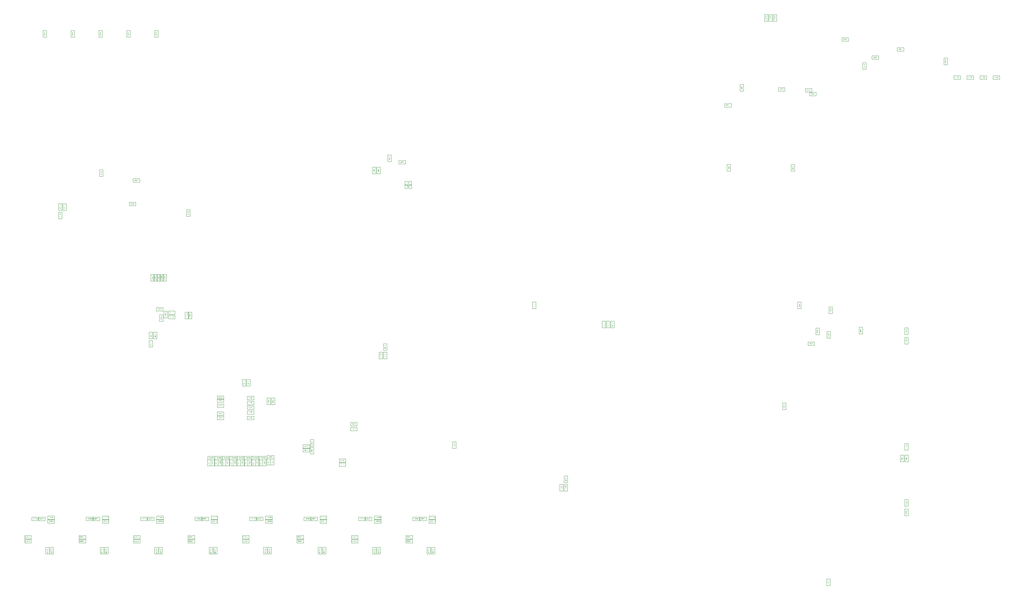
<source format=gbr>
%TF.GenerationSoftware,Altium Limited,Altium Designer,22.6.1 (34)*%
G04 Layer_Color=16711935*
%FSLAX26Y26*%
%MOIN*%
%TF.SameCoordinates,08F94D22-2ED8-4738-ABBF-34BB79D8E07D*%
%TF.FilePolarity,Positive*%
%TF.FileFunction,Other,Mechanical_29*%
%TF.Part,Single*%
G01*
G75*
%TA.AperFunction,NonConductor*%
%ADD250C,0.003937*%
G36*
X9760923Y6066276D02*
X9761063D01*
X9761223Y6066256D01*
X9761413Y6066236D01*
X9761623Y6066206D01*
X9761853Y6066166D01*
X9762093Y6066116D01*
X9762353Y6066046D01*
X9762613Y6065976D01*
X9762883Y6065876D01*
X9763153Y6065766D01*
X9763413Y6065636D01*
X9763673Y6065486D01*
X9763923Y6065316D01*
X9763933Y6065306D01*
X9763983Y6065276D01*
X9764043Y6065216D01*
X9764133Y6065136D01*
X9764243Y6065036D01*
X9764363Y6064916D01*
X9764493Y6064776D01*
X9764633Y6064616D01*
X9764783Y6064436D01*
X9764933Y6064236D01*
X9765083Y6064006D01*
X9765223Y6063766D01*
X9765363Y6063506D01*
X9765503Y6063226D01*
X9765623Y6062926D01*
X9765723Y6062606D01*
X9764083Y6062216D01*
Y6062236D01*
X9764063Y6062276D01*
X9764033Y6062346D01*
X9764003Y6062446D01*
X9763953Y6062556D01*
X9763903Y6062686D01*
X9763833Y6062826D01*
X9763763Y6062986D01*
X9763573Y6063316D01*
X9763353Y6063646D01*
X9763233Y6063806D01*
X9763103Y6063956D01*
X9762953Y6064096D01*
X9762803Y6064226D01*
X9762793Y6064236D01*
X9762763Y6064256D01*
X9762723Y6064286D01*
X9762653Y6064326D01*
X9762573Y6064376D01*
X9762473Y6064426D01*
X9762363Y6064486D01*
X9762233Y6064546D01*
X9762083Y6064596D01*
X9761933Y6064656D01*
X9761753Y6064706D01*
X9761573Y6064756D01*
X9761373Y6064796D01*
X9761163Y6064826D01*
X9760943Y6064846D01*
X9760713Y6064856D01*
X9760573D01*
X9760473Y6064846D01*
X9760343Y6064836D01*
X9760203Y6064816D01*
X9760043Y6064796D01*
X9759863Y6064766D01*
X9759683Y6064736D01*
X9759483Y6064686D01*
X9759283Y6064626D01*
X9759073Y6064566D01*
X9758873Y6064476D01*
X9758673Y6064386D01*
X9758473Y6064276D01*
X9758283Y6064156D01*
X9758273Y6064146D01*
X9758243Y6064126D01*
X9758193Y6064086D01*
X9758123Y6064026D01*
X9758043Y6063956D01*
X9757953Y6063876D01*
X9757853Y6063776D01*
X9757753Y6063656D01*
X9757633Y6063536D01*
X9757523Y6063386D01*
X9757413Y6063236D01*
X9757293Y6063066D01*
X9757193Y6062886D01*
X9757083Y6062696D01*
X9756993Y6062496D01*
X9756913Y6062276D01*
Y6062266D01*
X9756893Y6062226D01*
X9756873Y6062156D01*
X9756853Y6062076D01*
X9756823Y6061966D01*
X9756793Y6061836D01*
X9756753Y6061696D01*
X9756723Y6061536D01*
X9756683Y6061356D01*
X9756643Y6061176D01*
X9756613Y6060976D01*
X9756583Y6060766D01*
X9756543Y6060316D01*
X9756523Y6059856D01*
Y6059836D01*
Y6059786D01*
Y6059696D01*
X9756533Y6059586D01*
Y6059446D01*
X9756543Y6059286D01*
X9756563Y6059096D01*
X9756583Y6058906D01*
X9756603Y6058686D01*
X9756633Y6058466D01*
X9756713Y6057996D01*
X9756833Y6057516D01*
X9756903Y6057276D01*
X9756983Y6057046D01*
X9756993Y6057036D01*
X9757003Y6056996D01*
X9757033Y6056936D01*
X9757073Y6056846D01*
X9757123Y6056746D01*
X9757183Y6056636D01*
X9757253Y6056506D01*
X9757343Y6056376D01*
X9757443Y6056226D01*
X9757543Y6056086D01*
X9757663Y6055936D01*
X9757793Y6055786D01*
X9757943Y6055636D01*
X9758093Y6055506D01*
X9758263Y6055376D01*
X9758443Y6055256D01*
X9758453Y6055246D01*
X9758493Y6055226D01*
X9758543Y6055206D01*
X9758613Y6055166D01*
X9758713Y6055116D01*
X9758813Y6055066D01*
X9758943Y6055016D01*
X9759083Y6054966D01*
X9759233Y6054906D01*
X9759403Y6054856D01*
X9759573Y6054806D01*
X9759763Y6054756D01*
X9759963Y6054716D01*
X9760163Y6054696D01*
X9760373Y6054676D01*
X9760583Y6054666D01*
X9760643D01*
X9760723Y6054676D01*
X9760813D01*
X9760933Y6054686D01*
X9761073Y6054706D01*
X9761233Y6054736D01*
X9761403Y6054766D01*
X9761583Y6054806D01*
X9761773Y6054866D01*
X9761973Y6054926D01*
X9762173Y6055006D01*
X9762373Y6055096D01*
X9762573Y6055206D01*
X9762763Y6055326D01*
X9762953Y6055466D01*
X9762963Y6055476D01*
X9762993Y6055506D01*
X9763043Y6055556D01*
X9763113Y6055616D01*
X9763193Y6055706D01*
X9763283Y6055806D01*
X9763373Y6055926D01*
X9763483Y6056076D01*
X9763593Y6056236D01*
X9763703Y6056406D01*
X9763813Y6056606D01*
X9763923Y6056826D01*
X9764023Y6057056D01*
X9764113Y6057316D01*
X9764203Y6057586D01*
X9764273Y6057876D01*
X9765943Y6057446D01*
Y6057436D01*
X9765933Y6057426D01*
Y6057396D01*
X9765913Y6057356D01*
X9765883Y6057246D01*
X9765843Y6057106D01*
X9765783Y6056936D01*
X9765703Y6056736D01*
X9765613Y6056526D01*
X9765513Y6056286D01*
X9765383Y6056036D01*
X9765253Y6055786D01*
X9765093Y6055516D01*
X9764923Y6055266D01*
X9764733Y6055006D01*
X9764523Y6054756D01*
X9764303Y6054526D01*
X9764053Y6054316D01*
X9764033Y6054306D01*
X9763993Y6054266D01*
X9763913Y6054216D01*
X9763813Y6054146D01*
X9763673Y6054066D01*
X9763523Y6053976D01*
X9763333Y6053876D01*
X9763123Y6053776D01*
X9762893Y6053676D01*
X9762643Y6053576D01*
X9762373Y6053486D01*
X9762073Y6053406D01*
X9761763Y6053336D01*
X9761433Y6053286D01*
X9761083Y6053246D01*
X9760723Y6053236D01*
X9760633D01*
X9760523Y6053246D01*
X9760383D01*
X9760213Y6053266D01*
X9760013Y6053276D01*
X9759783Y6053306D01*
X9759543Y6053336D01*
X9759283Y6053386D01*
X9759013Y6053436D01*
X9758743Y6053506D01*
X9758463Y6053586D01*
X9758183Y6053686D01*
X9757913Y6053796D01*
X9757653Y6053916D01*
X9757403Y6054066D01*
X9757393Y6054076D01*
X9757343Y6054106D01*
X9757283Y6054156D01*
X9757193Y6054216D01*
X9757093Y6054306D01*
X9756963Y6054416D01*
X9756833Y6054536D01*
X9756683Y6054676D01*
X9756533Y6054836D01*
X9756373Y6055016D01*
X9756213Y6055216D01*
X9756053Y6055426D01*
X9755893Y6055666D01*
X9755743Y6055916D01*
X9755593Y6056176D01*
X9755463Y6056466D01*
X9755453Y6056486D01*
X9755433Y6056536D01*
X9755403Y6056626D01*
X9755363Y6056746D01*
X9755313Y6056886D01*
X9755253Y6057066D01*
X9755193Y6057256D01*
X9755133Y6057486D01*
X9755073Y6057726D01*
X9755013Y6057986D01*
X9754953Y6058266D01*
X9754903Y6058556D01*
X9754863Y6058866D01*
X9754833Y6059186D01*
X9754813Y6059516D01*
X9754803Y6059846D01*
Y6059856D01*
Y6059866D01*
Y6059896D01*
Y6059936D01*
X9754813Y6060036D01*
Y6060176D01*
X9754823Y6060346D01*
X9754843Y6060546D01*
X9754863Y6060776D01*
X9754893Y6061016D01*
X9754933Y6061276D01*
X9754983Y6061556D01*
X9755043Y6061846D01*
X9755123Y6062136D01*
X9755203Y6062426D01*
X9755303Y6062716D01*
X9755423Y6063006D01*
X9755553Y6063286D01*
X9755563Y6063306D01*
X9755593Y6063346D01*
X9755633Y6063426D01*
X9755693Y6063526D01*
X9755773Y6063646D01*
X9755863Y6063796D01*
X9755973Y6063946D01*
X9756103Y6064116D01*
X9756243Y6064296D01*
X9756403Y6064476D01*
X9756573Y6064666D01*
X9756773Y6064846D01*
X9756973Y6065026D01*
X9757193Y6065206D01*
X9757433Y6065366D01*
X9757683Y6065516D01*
X9757703Y6065526D01*
X9757743Y6065546D01*
X9757823Y6065586D01*
X9757923Y6065636D01*
X9758053Y6065696D01*
X9758213Y6065756D01*
X9758393Y6065826D01*
X9758583Y6065906D01*
X9758803Y6065976D01*
X9759043Y6066046D01*
X9759293Y6066106D01*
X9759563Y6066166D01*
X9759843Y6066216D01*
X9760133Y6066256D01*
X9760433Y6066276D01*
X9760743Y6066286D01*
X9760823D01*
X9760923Y6066276D01*
D02*
G37*
G36*
X9794743Y6064406D02*
X9789703D01*
X9789033Y6061006D01*
X9789043Y6061016D01*
X9789083Y6061036D01*
X9789143Y6061076D01*
X9789233Y6061136D01*
X9789333Y6061196D01*
X9789453Y6061256D01*
X9789593Y6061336D01*
X9789753Y6061406D01*
X9789923Y6061476D01*
X9790113Y6061556D01*
X9790303Y6061616D01*
X9790513Y6061686D01*
X9790733Y6061736D01*
X9790953Y6061776D01*
X9791183Y6061796D01*
X9791413Y6061806D01*
X9791483D01*
X9791573Y6061796D01*
X9791693Y6061786D01*
X9791833Y6061776D01*
X9791993Y6061746D01*
X9792183Y6061706D01*
X9792383Y6061666D01*
X9792593Y6061606D01*
X9792813Y6061526D01*
X9793043Y6061436D01*
X9793283Y6061326D01*
X9793513Y6061186D01*
X9793753Y6061036D01*
X9793973Y6060856D01*
X9794193Y6060656D01*
X9794203Y6060646D01*
X9794243Y6060606D01*
X9794303Y6060536D01*
X9794373Y6060446D01*
X9794453Y6060336D01*
X9794553Y6060196D01*
X9794653Y6060046D01*
X9794763Y6059866D01*
X9794873Y6059656D01*
X9794973Y6059436D01*
X9795073Y6059196D01*
X9795153Y6058936D01*
X9795233Y6058656D01*
X9795283Y6058356D01*
X9795323Y6058046D01*
X9795333Y6057716D01*
Y6057696D01*
Y6057636D01*
X9795323Y6057546D01*
X9795313Y6057426D01*
X9795303Y6057286D01*
X9795283Y6057106D01*
X9795253Y6056916D01*
X9795213Y6056706D01*
X9795153Y6056486D01*
X9795093Y6056246D01*
X9795013Y6055996D01*
X9794913Y6055746D01*
X9794793Y6055496D01*
X9794663Y6055246D01*
X9794513Y6055006D01*
X9794333Y6054766D01*
X9794323Y6054746D01*
X9794273Y6054696D01*
X9794203Y6054626D01*
X9794113Y6054526D01*
X9793983Y6054416D01*
X9793833Y6054286D01*
X9793663Y6054146D01*
X9793463Y6054006D01*
X9793233Y6053856D01*
X9792993Y6053716D01*
X9792713Y6053596D01*
X9792423Y6053476D01*
X9792103Y6053376D01*
X9791763Y6053306D01*
X9791403Y6053256D01*
X9791023Y6053236D01*
X9790943D01*
X9790853Y6053246D01*
X9790733Y6053256D01*
X9790593Y6053266D01*
X9790423Y6053286D01*
X9790233Y6053316D01*
X9790023Y6053356D01*
X9789813Y6053406D01*
X9789583Y6053466D01*
X9789353Y6053546D01*
X9789113Y6053646D01*
X9788873Y6053756D01*
X9788643Y6053876D01*
X9788423Y6054026D01*
X9788213Y6054196D01*
X9788203Y6054206D01*
X9788163Y6054236D01*
X9788113Y6054296D01*
X9788043Y6054376D01*
X9787953Y6054466D01*
X9787863Y6054586D01*
X9787753Y6054716D01*
X9787653Y6054876D01*
X9787543Y6055046D01*
X9787433Y6055246D01*
X9787323Y6055456D01*
X9787233Y6055686D01*
X9787143Y6055926D01*
X9787073Y6056186D01*
X9787013Y6056466D01*
X9786973Y6056756D01*
X9788603Y6056896D01*
Y6056886D01*
X9788613Y6056846D01*
X9788623Y6056786D01*
X9788643Y6056696D01*
X9788663Y6056596D01*
X9788693Y6056486D01*
X9788733Y6056356D01*
X9788773Y6056226D01*
X9788883Y6055926D01*
X9789033Y6055626D01*
X9789113Y6055486D01*
X9789213Y6055346D01*
X9789313Y6055216D01*
X9789433Y6055096D01*
X9789443Y6055086D01*
X9789463Y6055066D01*
X9789503Y6055046D01*
X9789553Y6055006D01*
X9789613Y6054956D01*
X9789693Y6054906D01*
X9789783Y6054856D01*
X9789883Y6054806D01*
X9789993Y6054746D01*
X9790113Y6054696D01*
X9790383Y6054596D01*
X9790533Y6054556D01*
X9790683Y6054536D01*
X9790853Y6054516D01*
X9791023Y6054506D01*
X9791073D01*
X9791133Y6054516D01*
X9791213D01*
X9791303Y6054536D01*
X9791423Y6054546D01*
X9791543Y6054576D01*
X9791683Y6054616D01*
X9791823Y6054656D01*
X9791973Y6054716D01*
X9792133Y6054776D01*
X9792293Y6054856D01*
X9792453Y6054956D01*
X9792613Y6055066D01*
X9792763Y6055196D01*
X9792913Y6055346D01*
X9792923Y6055356D01*
X9792943Y6055386D01*
X9792983Y6055436D01*
X9793033Y6055496D01*
X9793093Y6055586D01*
X9793163Y6055686D01*
X9793233Y6055806D01*
X9793303Y6055936D01*
X9793373Y6056096D01*
X9793443Y6056256D01*
X9793513Y6056446D01*
X9793573Y6056646D01*
X9793623Y6056856D01*
X9793663Y6057086D01*
X9793683Y6057326D01*
X9793693Y6057576D01*
Y6057596D01*
Y6057636D01*
Y6057706D01*
X9793683Y6057796D01*
X9793673Y6057906D01*
X9793653Y6058036D01*
X9793633Y6058176D01*
X9793603Y6058336D01*
X9793563Y6058496D01*
X9793513Y6058676D01*
X9793453Y6058846D01*
X9793373Y6059016D01*
X9793293Y6059196D01*
X9793193Y6059356D01*
X9793073Y6059516D01*
X9792943Y6059666D01*
X9792933Y6059676D01*
X9792913Y6059696D01*
X9792863Y6059736D01*
X9792813Y6059786D01*
X9792733Y6059846D01*
X9792643Y6059906D01*
X9792543Y6059976D01*
X9792423Y6060056D01*
X9792293Y6060126D01*
X9792143Y6060196D01*
X9791983Y6060256D01*
X9791813Y6060316D01*
X9791623Y6060366D01*
X9791423Y6060406D01*
X9791213Y6060426D01*
X9790993Y6060436D01*
X9790863D01*
X9790803Y6060426D01*
X9790723Y6060416D01*
X9790543Y6060396D01*
X9790333Y6060356D01*
X9790103Y6060296D01*
X9789873Y6060206D01*
X9789643Y6060096D01*
X9789633D01*
X9789613Y6060076D01*
X9789583Y6060066D01*
X9789543Y6060036D01*
X9789433Y6059956D01*
X9789303Y6059856D01*
X9789153Y6059736D01*
X9788993Y6059586D01*
X9788843Y6059406D01*
X9788703Y6059216D01*
X9787253Y6059406D01*
X9788473Y6065886D01*
X9794743D01*
Y6064406D01*
D02*
G37*
G36*
X9784943D02*
X9779903D01*
X9779233Y6061006D01*
X9779243Y6061016D01*
X9779283Y6061036D01*
X9779343Y6061076D01*
X9779433Y6061136D01*
X9779533Y6061196D01*
X9779653Y6061256D01*
X9779793Y6061336D01*
X9779953Y6061406D01*
X9780123Y6061476D01*
X9780313Y6061556D01*
X9780503Y6061616D01*
X9780713Y6061686D01*
X9780933Y6061736D01*
X9781153Y6061776D01*
X9781383Y6061796D01*
X9781613Y6061806D01*
X9781683D01*
X9781773Y6061796D01*
X9781893Y6061786D01*
X9782033Y6061776D01*
X9782193Y6061746D01*
X9782383Y6061706D01*
X9782583Y6061666D01*
X9782793Y6061606D01*
X9783013Y6061526D01*
X9783243Y6061436D01*
X9783483Y6061326D01*
X9783713Y6061186D01*
X9783953Y6061036D01*
X9784173Y6060856D01*
X9784393Y6060656D01*
X9784403Y6060646D01*
X9784443Y6060606D01*
X9784503Y6060536D01*
X9784573Y6060446D01*
X9784653Y6060336D01*
X9784753Y6060196D01*
X9784853Y6060046D01*
X9784963Y6059866D01*
X9785073Y6059656D01*
X9785173Y6059436D01*
X9785273Y6059196D01*
X9785353Y6058936D01*
X9785433Y6058656D01*
X9785483Y6058356D01*
X9785523Y6058046D01*
X9785533Y6057716D01*
Y6057696D01*
Y6057636D01*
X9785523Y6057546D01*
X9785513Y6057426D01*
X9785503Y6057286D01*
X9785483Y6057106D01*
X9785453Y6056916D01*
X9785413Y6056706D01*
X9785353Y6056486D01*
X9785293Y6056246D01*
X9785213Y6055996D01*
X9785113Y6055746D01*
X9784993Y6055496D01*
X9784863Y6055246D01*
X9784713Y6055006D01*
X9784533Y6054766D01*
X9784523Y6054746D01*
X9784473Y6054696D01*
X9784403Y6054626D01*
X9784313Y6054526D01*
X9784183Y6054416D01*
X9784033Y6054286D01*
X9783863Y6054146D01*
X9783663Y6054006D01*
X9783433Y6053856D01*
X9783193Y6053716D01*
X9782913Y6053596D01*
X9782623Y6053476D01*
X9782303Y6053376D01*
X9781963Y6053306D01*
X9781603Y6053256D01*
X9781223Y6053236D01*
X9781143D01*
X9781053Y6053246D01*
X9780933Y6053256D01*
X9780793Y6053266D01*
X9780623Y6053286D01*
X9780433Y6053316D01*
X9780223Y6053356D01*
X9780013Y6053406D01*
X9779783Y6053466D01*
X9779553Y6053546D01*
X9779313Y6053646D01*
X9779073Y6053756D01*
X9778843Y6053876D01*
X9778623Y6054026D01*
X9778413Y6054196D01*
X9778403Y6054206D01*
X9778363Y6054236D01*
X9778313Y6054296D01*
X9778243Y6054376D01*
X9778153Y6054466D01*
X9778063Y6054586D01*
X9777953Y6054716D01*
X9777853Y6054876D01*
X9777743Y6055046D01*
X9777633Y6055246D01*
X9777523Y6055456D01*
X9777433Y6055686D01*
X9777343Y6055926D01*
X9777273Y6056186D01*
X9777213Y6056466D01*
X9777173Y6056756D01*
X9778803Y6056896D01*
Y6056886D01*
X9778813Y6056846D01*
X9778823Y6056786D01*
X9778843Y6056696D01*
X9778863Y6056596D01*
X9778893Y6056486D01*
X9778933Y6056356D01*
X9778973Y6056226D01*
X9779083Y6055926D01*
X9779233Y6055626D01*
X9779313Y6055486D01*
X9779413Y6055346D01*
X9779513Y6055216D01*
X9779633Y6055096D01*
X9779643Y6055086D01*
X9779663Y6055066D01*
X9779703Y6055046D01*
X9779753Y6055006D01*
X9779813Y6054956D01*
X9779893Y6054906D01*
X9779983Y6054856D01*
X9780083Y6054806D01*
X9780193Y6054746D01*
X9780313Y6054696D01*
X9780583Y6054596D01*
X9780733Y6054556D01*
X9780883Y6054536D01*
X9781053Y6054516D01*
X9781223Y6054506D01*
X9781273D01*
X9781333Y6054516D01*
X9781413D01*
X9781503Y6054536D01*
X9781623Y6054546D01*
X9781743Y6054576D01*
X9781883Y6054616D01*
X9782023Y6054656D01*
X9782173Y6054716D01*
X9782333Y6054776D01*
X9782493Y6054856D01*
X9782653Y6054956D01*
X9782813Y6055066D01*
X9782963Y6055196D01*
X9783113Y6055346D01*
X9783123Y6055356D01*
X9783143Y6055386D01*
X9783183Y6055436D01*
X9783233Y6055496D01*
X9783293Y6055586D01*
X9783363Y6055686D01*
X9783433Y6055806D01*
X9783503Y6055936D01*
X9783573Y6056096D01*
X9783643Y6056256D01*
X9783713Y6056446D01*
X9783773Y6056646D01*
X9783823Y6056856D01*
X9783863Y6057086D01*
X9783883Y6057326D01*
X9783893Y6057576D01*
Y6057596D01*
Y6057636D01*
Y6057706D01*
X9783883Y6057796D01*
X9783873Y6057906D01*
X9783853Y6058036D01*
X9783833Y6058176D01*
X9783803Y6058336D01*
X9783763Y6058496D01*
X9783713Y6058676D01*
X9783653Y6058846D01*
X9783573Y6059016D01*
X9783493Y6059196D01*
X9783393Y6059356D01*
X9783273Y6059516D01*
X9783143Y6059666D01*
X9783133Y6059676D01*
X9783113Y6059696D01*
X9783063Y6059736D01*
X9783013Y6059786D01*
X9782933Y6059846D01*
X9782843Y6059906D01*
X9782743Y6059976D01*
X9782623Y6060056D01*
X9782493Y6060126D01*
X9782343Y6060196D01*
X9782183Y6060256D01*
X9782013Y6060316D01*
X9781823Y6060366D01*
X9781623Y6060406D01*
X9781413Y6060426D01*
X9781193Y6060436D01*
X9781063D01*
X9781003Y6060426D01*
X9780923Y6060416D01*
X9780743Y6060396D01*
X9780533Y6060356D01*
X9780303Y6060296D01*
X9780073Y6060206D01*
X9779843Y6060096D01*
X9779833D01*
X9779813Y6060076D01*
X9779783Y6060066D01*
X9779743Y6060036D01*
X9779633Y6059956D01*
X9779503Y6059856D01*
X9779353Y6059736D01*
X9779193Y6059586D01*
X9779043Y6059406D01*
X9778903Y6059216D01*
X9777453Y6059406D01*
X9778673Y6065886D01*
X9784943D01*
Y6064406D01*
D02*
G37*
G36*
X9771733Y6066106D02*
X9771853Y6066096D01*
X9772003Y6066086D01*
X9772183Y6066066D01*
X9772383Y6066036D01*
X9772593Y6065986D01*
X9772823Y6065936D01*
X9773053Y6065866D01*
X9773293Y6065786D01*
X9773533Y6065686D01*
X9773773Y6065576D01*
X9774003Y6065436D01*
X9774223Y6065286D01*
X9774433Y6065106D01*
X9774443Y6065096D01*
X9774483Y6065056D01*
X9774533Y6065006D01*
X9774603Y6064926D01*
X9774683Y6064826D01*
X9774773Y6064706D01*
X9774863Y6064566D01*
X9774963Y6064416D01*
X9775063Y6064246D01*
X9775153Y6064056D01*
X9775243Y6063846D01*
X9775323Y6063626D01*
X9775393Y6063386D01*
X9775443Y6063146D01*
X9775483Y6062876D01*
X9775493Y6062606D01*
Y6062596D01*
Y6062576D01*
Y6062536D01*
Y6062476D01*
X9775483Y6062406D01*
X9775473Y6062326D01*
X9775463Y6062236D01*
X9775453Y6062136D01*
X9775413Y6061916D01*
X9775363Y6061666D01*
X9775283Y6061396D01*
X9775183Y6061116D01*
Y6061106D01*
X9775173Y6061086D01*
X9775153Y6061046D01*
X9775123Y6060986D01*
X9775093Y6060926D01*
X9775043Y6060846D01*
X9774993Y6060756D01*
X9774943Y6060646D01*
X9774793Y6060416D01*
X9774623Y6060156D01*
X9774403Y6059876D01*
X9774153Y6059576D01*
X9774143Y6059566D01*
X9774123Y6059536D01*
X9774073Y6059496D01*
X9774013Y6059426D01*
X9773933Y6059346D01*
X9773833Y6059246D01*
X9773723Y6059126D01*
X9773583Y6058996D01*
X9773433Y6058846D01*
X9773253Y6058676D01*
X9773053Y6058496D01*
X9772843Y6058296D01*
X9772603Y6058086D01*
X9772343Y6057856D01*
X9772063Y6057616D01*
X9771763Y6057356D01*
X9771743Y6057346D01*
X9771703Y6057306D01*
X9771633Y6057246D01*
X9771543Y6057166D01*
X9771433Y6057076D01*
X9771303Y6056966D01*
X9771163Y6056846D01*
X9771023Y6056716D01*
X9770713Y6056456D01*
X9770423Y6056196D01*
X9770283Y6056066D01*
X9770163Y6055956D01*
X9770063Y6055856D01*
X9769973Y6055766D01*
X9769953Y6055746D01*
X9769903Y6055696D01*
X9769833Y6055616D01*
X9769743Y6055506D01*
X9769633Y6055386D01*
X9769523Y6055246D01*
X9769413Y6055096D01*
X9769313Y6054936D01*
X9775513D01*
Y6053446D01*
X9767173D01*
Y6053456D01*
Y6053466D01*
Y6053496D01*
Y6053536D01*
Y6053646D01*
X9767193Y6053786D01*
X9767213Y6053946D01*
X9767243Y6054126D01*
X9767293Y6054326D01*
X9767353Y6054516D01*
Y6054526D01*
X9767373Y6054556D01*
X9767383Y6054596D01*
X9767413Y6054666D01*
X9767443Y6054736D01*
X9767493Y6054826D01*
X9767543Y6054926D01*
X9767593Y6055046D01*
X9767733Y6055296D01*
X9767913Y6055576D01*
X9768123Y6055876D01*
X9768363Y6056186D01*
X9768373Y6056196D01*
X9768393Y6056226D01*
X9768433Y6056266D01*
X9768493Y6056336D01*
X9768573Y6056416D01*
X9768653Y6056506D01*
X9768763Y6056616D01*
X9768883Y6056736D01*
X9769023Y6056876D01*
X9769173Y6057016D01*
X9769333Y6057176D01*
X9769523Y6057346D01*
X9769713Y6057526D01*
X9769923Y6057706D01*
X9770153Y6057906D01*
X9770393Y6058106D01*
X9770403Y6058116D01*
X9770413Y6058126D01*
X9770443Y6058146D01*
X9770483Y6058176D01*
X9770593Y6058266D01*
X9770723Y6058386D01*
X9770893Y6058526D01*
X9771083Y6058696D01*
X9771293Y6058876D01*
X9771513Y6059076D01*
X9771743Y6059286D01*
X9771973Y6059496D01*
X9772213Y6059726D01*
X9772433Y6059946D01*
X9772653Y6060166D01*
X9772843Y6060376D01*
X9773023Y6060586D01*
X9773173Y6060776D01*
X9773183Y6060786D01*
X9773203Y6060816D01*
X9773243Y6060876D01*
X9773283Y6060946D01*
X9773343Y6061036D01*
X9773403Y6061136D01*
X9773473Y6061256D01*
X9773543Y6061386D01*
X9773603Y6061516D01*
X9773673Y6061666D01*
X9773793Y6061986D01*
X9773833Y6062146D01*
X9773873Y6062316D01*
X9773893Y6062476D01*
X9773903Y6062646D01*
Y6062656D01*
Y6062686D01*
Y6062736D01*
X9773893Y6062796D01*
X9773883Y6062876D01*
X9773873Y6062966D01*
X9773853Y6063076D01*
X9773823Y6063186D01*
X9773743Y6063426D01*
X9773693Y6063556D01*
X9773623Y6063686D01*
X9773553Y6063816D01*
X9773463Y6063946D01*
X9773363Y6064076D01*
X9773243Y6064196D01*
X9773233Y6064206D01*
X9773213Y6064226D01*
X9773173Y6064256D01*
X9773123Y6064296D01*
X9773053Y6064346D01*
X9772983Y6064396D01*
X9772883Y6064456D01*
X9772783Y6064516D01*
X9772663Y6064576D01*
X9772533Y6064636D01*
X9772393Y6064686D01*
X9772243Y6064736D01*
X9772073Y6064776D01*
X9771903Y6064806D01*
X9771713Y6064826D01*
X9771523Y6064836D01*
X9771413D01*
X9771333Y6064826D01*
X9771243Y6064816D01*
X9771133Y6064796D01*
X9771013Y6064776D01*
X9770883Y6064756D01*
X9770593Y6064666D01*
X9770443Y6064616D01*
X9770293Y6064546D01*
X9770143Y6064476D01*
X9769993Y6064376D01*
X9769853Y6064276D01*
X9769723Y6064156D01*
X9769713Y6064146D01*
X9769693Y6064126D01*
X9769663Y6064086D01*
X9769623Y6064036D01*
X9769563Y6063966D01*
X9769513Y6063886D01*
X9769453Y6063786D01*
X9769393Y6063676D01*
X9769323Y6063546D01*
X9769263Y6063406D01*
X9769213Y6063256D01*
X9769163Y6063096D01*
X9769113Y6062916D01*
X9769083Y6062726D01*
X9769063Y6062526D01*
X9769053Y6062306D01*
X9767463Y6062466D01*
Y6062476D01*
Y6062486D01*
X9767473Y6062546D01*
X9767483Y6062636D01*
X9767503Y6062756D01*
X9767533Y6062906D01*
X9767573Y6063076D01*
X9767613Y6063266D01*
X9767673Y6063476D01*
X9767743Y6063686D01*
X9767833Y6063906D01*
X9767933Y6064136D01*
X9768043Y6064356D01*
X9768173Y6064576D01*
X9768323Y6064796D01*
X9768493Y6064996D01*
X9768683Y6065176D01*
X9768693Y6065186D01*
X9768733Y6065216D01*
X9768793Y6065266D01*
X9768883Y6065326D01*
X9768983Y6065396D01*
X9769113Y6065476D01*
X9769273Y6065556D01*
X9769443Y6065646D01*
X9769643Y6065736D01*
X9769853Y6065816D01*
X9770093Y6065896D01*
X9770343Y6065966D01*
X9770623Y6066026D01*
X9770913Y6066076D01*
X9771223Y6066106D01*
X9771553Y6066116D01*
X9771633D01*
X9771733Y6066106D01*
D02*
G37*
G36*
X9731773Y6106579D02*
X9731883D01*
X9732003Y6106559D01*
X9732153Y6106549D01*
X9732323Y6106519D01*
X9732493Y6106489D01*
X9732683Y6106439D01*
X9732883Y6106389D01*
X9733083Y6106319D01*
X9733293Y6106239D01*
X9733493Y6106139D01*
X9733693Y6106029D01*
X9733893Y6105899D01*
X9734073Y6105749D01*
X9734083Y6105739D01*
X9734113Y6105709D01*
X9734163Y6105659D01*
X9734223Y6105599D01*
X9734303Y6105509D01*
X9734383Y6105409D01*
X9734483Y6105289D01*
X9734573Y6105149D01*
X9734673Y6104999D01*
X9734773Y6104819D01*
X9734873Y6104639D01*
X9734963Y6104429D01*
X9735043Y6104209D01*
X9735123Y6103969D01*
X9735183Y6103719D01*
X9735223Y6103449D01*
X9733683Y6103329D01*
Y6103339D01*
X9733673Y6103369D01*
X9733663Y6103419D01*
X9733643Y6103479D01*
X9733623Y6103549D01*
X9733593Y6103639D01*
X9733533Y6103839D01*
X9733443Y6104049D01*
X9733343Y6104269D01*
X9733223Y6104479D01*
X9733163Y6104569D01*
X9733093Y6104649D01*
X9733083Y6104659D01*
X9733063Y6104679D01*
X9733033Y6104709D01*
X9732983Y6104759D01*
X9732923Y6104809D01*
X9732843Y6104859D01*
X9732763Y6104919D01*
X9732663Y6104989D01*
X9732553Y6105049D01*
X9732433Y6105109D01*
X9732173Y6105219D01*
X9732023Y6105259D01*
X9731863Y6105289D01*
X9731703Y6105309D01*
X9731533Y6105319D01*
X9731463D01*
X9731413Y6105309D01*
X9731343D01*
X9731273Y6105299D01*
X9731093Y6105269D01*
X9730893Y6105219D01*
X9730673Y6105139D01*
X9730453Y6105039D01*
X9730233Y6104899D01*
X9730223Y6104889D01*
X9730203Y6104879D01*
X9730163Y6104839D01*
X9730113Y6104799D01*
X9730053Y6104749D01*
X9729983Y6104679D01*
X9729903Y6104599D01*
X9729813Y6104509D01*
X9729723Y6104399D01*
X9729633Y6104289D01*
X9729533Y6104159D01*
X9729433Y6104019D01*
X9729343Y6103869D01*
X9729243Y6103699D01*
X9729153Y6103529D01*
X9729073Y6103339D01*
Y6103329D01*
X9729053Y6103289D01*
X9729033Y6103229D01*
X9729003Y6103149D01*
X9728973Y6103049D01*
X9728943Y6102919D01*
X9728903Y6102769D01*
X9728863Y6102589D01*
X9728823Y6102399D01*
X9728783Y6102179D01*
X9728743Y6101939D01*
X9728713Y6101679D01*
X9728683Y6101399D01*
X9728663Y6101099D01*
X9728653Y6100769D01*
X9728643Y6100429D01*
X9728653Y6100439D01*
X9728673Y6100469D01*
X9728703Y6100509D01*
X9728743Y6100569D01*
X9728793Y6100639D01*
X9728863Y6100719D01*
X9728943Y6100809D01*
X9729023Y6100909D01*
X9729223Y6101109D01*
X9729453Y6101319D01*
X9729723Y6101519D01*
X9729863Y6101609D01*
X9730013Y6101689D01*
X9730023Y6101699D01*
X9730053Y6101709D01*
X9730093Y6101729D01*
X9730153Y6101759D01*
X9730233Y6101789D01*
X9730313Y6101819D01*
X9730413Y6101859D01*
X9730533Y6101899D01*
X9730653Y6101939D01*
X9730783Y6101979D01*
X9731073Y6102039D01*
X9731383Y6102089D01*
X9731703Y6102109D01*
X9731773D01*
X9731853Y6102099D01*
X9731963Y6102089D01*
X9732093Y6102079D01*
X9732253Y6102049D01*
X9732423Y6102009D01*
X9732613Y6101969D01*
X9732813Y6101909D01*
X9733033Y6101829D01*
X9733253Y6101739D01*
X9733473Y6101629D01*
X9733693Y6101489D01*
X9733913Y6101339D01*
X9734133Y6101159D01*
X9734343Y6100959D01*
X9734353Y6100949D01*
X9734393Y6100909D01*
X9734443Y6100839D01*
X9734513Y6100749D01*
X9734603Y6100639D01*
X9734693Y6100499D01*
X9734793Y6100349D01*
X9734893Y6100169D01*
X9734993Y6099959D01*
X9735093Y6099739D01*
X9735193Y6099499D01*
X9735273Y6099239D01*
X9735343Y6098959D01*
X9735393Y6098659D01*
X9735433Y6098349D01*
X9735443Y6098019D01*
Y6098009D01*
Y6097969D01*
Y6097899D01*
X9735433Y6097819D01*
X9735423Y6097709D01*
X9735413Y6097589D01*
X9735403Y6097449D01*
X9735383Y6097299D01*
X9735353Y6097129D01*
X9735313Y6096959D01*
X9735223Y6096589D01*
X9735163Y6096389D01*
X9735093Y6096199D01*
X9735013Y6095999D01*
X9734923Y6095809D01*
X9734913Y6095799D01*
X9734903Y6095769D01*
X9734873Y6095709D01*
X9734833Y6095639D01*
X9734773Y6095559D01*
X9734713Y6095459D01*
X9734643Y6095349D01*
X9734553Y6095229D01*
X9734463Y6095109D01*
X9734353Y6094979D01*
X9734243Y6094849D01*
X9734113Y6094719D01*
X9733833Y6094469D01*
X9733673Y6094359D01*
X9733513Y6094249D01*
X9733503Y6094239D01*
X9733473Y6094229D01*
X9733423Y6094199D01*
X9733353Y6094169D01*
X9733273Y6094129D01*
X9733173Y6094079D01*
X9733053Y6094029D01*
X9732923Y6093979D01*
X9732783Y6093929D01*
X9732623Y6093879D01*
X9732463Y6093839D01*
X9732283Y6093789D01*
X9731893Y6093729D01*
X9731693Y6093719D01*
X9731483Y6093709D01*
X9731393D01*
X9731293Y6093719D01*
X9731163Y6093729D01*
X9730993Y6093749D01*
X9730803Y6093789D01*
X9730593Y6093829D01*
X9730363Y6093889D01*
X9730113Y6093959D01*
X9729863Y6094059D01*
X9729593Y6094169D01*
X9729333Y6094309D01*
X9729063Y6094469D01*
X9728813Y6094659D01*
X9728563Y6094879D01*
X9728323Y6095129D01*
X9728313Y6095149D01*
X9728273Y6095199D01*
X9728213Y6095279D01*
X9728133Y6095399D01*
X9728043Y6095559D01*
X9727933Y6095749D01*
X9727823Y6095979D01*
X9727713Y6096249D01*
X9727603Y6096549D01*
X9727493Y6096899D01*
X9727433Y6097089D01*
X9727383Y6097279D01*
X9727343Y6097489D01*
X9727293Y6097709D01*
X9727253Y6097939D01*
X9727213Y6098169D01*
X9727183Y6098419D01*
X9727153Y6098679D01*
X9727133Y6098949D01*
X9727113Y6099229D01*
X9727103Y6099519D01*
Y6099819D01*
Y6099829D01*
Y6099859D01*
Y6099909D01*
Y6099979D01*
X9727113Y6100069D01*
Y6100169D01*
Y6100289D01*
X9727123Y6100419D01*
X9727133Y6100559D01*
X9727143Y6100719D01*
X9727163Y6100889D01*
X9727173Y6101069D01*
X9727213Y6101449D01*
X9727273Y6101859D01*
X9727343Y6102289D01*
X9727433Y6102729D01*
X9727543Y6103169D01*
X9727673Y6103609D01*
X9727823Y6104029D01*
X9728003Y6104439D01*
X9728213Y6104809D01*
X9728333Y6104979D01*
X9728453Y6105139D01*
X9728463Y6105159D01*
X9728503Y6105199D01*
X9728573Y6105269D01*
X9728673Y6105369D01*
X9728793Y6105479D01*
X9728933Y6105599D01*
X9729103Y6105729D01*
X9729293Y6105869D01*
X9729513Y6105999D01*
X9729753Y6106129D01*
X9730013Y6106249D01*
X9730293Y6106359D01*
X9730593Y6106459D01*
X9730923Y6106529D01*
X9731273Y6106569D01*
X9731633Y6106589D01*
X9731703D01*
X9731773Y6106579D01*
D02*
G37*
G36*
X9710923Y6106749D02*
X9711063D01*
X9711223Y6106729D01*
X9711413Y6106709D01*
X9711623Y6106679D01*
X9711853Y6106639D01*
X9712093Y6106589D01*
X9712353Y6106519D01*
X9712613Y6106449D01*
X9712883Y6106349D01*
X9713153Y6106239D01*
X9713413Y6106109D01*
X9713673Y6105959D01*
X9713923Y6105789D01*
X9713933Y6105779D01*
X9713983Y6105749D01*
X9714043Y6105689D01*
X9714133Y6105609D01*
X9714243Y6105509D01*
X9714363Y6105389D01*
X9714493Y6105249D01*
X9714633Y6105089D01*
X9714783Y6104909D01*
X9714933Y6104709D01*
X9715083Y6104479D01*
X9715223Y6104239D01*
X9715363Y6103979D01*
X9715503Y6103699D01*
X9715623Y6103399D01*
X9715723Y6103079D01*
X9714083Y6102689D01*
Y6102709D01*
X9714063Y6102749D01*
X9714033Y6102819D01*
X9714003Y6102919D01*
X9713953Y6103029D01*
X9713903Y6103159D01*
X9713833Y6103299D01*
X9713763Y6103459D01*
X9713573Y6103789D01*
X9713353Y6104119D01*
X9713233Y6104279D01*
X9713103Y6104429D01*
X9712953Y6104569D01*
X9712803Y6104699D01*
X9712793Y6104709D01*
X9712763Y6104729D01*
X9712723Y6104759D01*
X9712653Y6104799D01*
X9712573Y6104849D01*
X9712473Y6104899D01*
X9712363Y6104959D01*
X9712233Y6105019D01*
X9712083Y6105069D01*
X9711933Y6105129D01*
X9711753Y6105179D01*
X9711573Y6105229D01*
X9711373Y6105269D01*
X9711163Y6105299D01*
X9710943Y6105319D01*
X9710713Y6105329D01*
X9710573D01*
X9710473Y6105319D01*
X9710343Y6105309D01*
X9710203Y6105289D01*
X9710043Y6105269D01*
X9709863Y6105239D01*
X9709683Y6105209D01*
X9709483Y6105159D01*
X9709283Y6105099D01*
X9709073Y6105039D01*
X9708873Y6104949D01*
X9708673Y6104859D01*
X9708473Y6104749D01*
X9708283Y6104629D01*
X9708273Y6104619D01*
X9708243Y6104599D01*
X9708193Y6104559D01*
X9708123Y6104499D01*
X9708043Y6104429D01*
X9707953Y6104349D01*
X9707853Y6104249D01*
X9707753Y6104129D01*
X9707633Y6104009D01*
X9707523Y6103859D01*
X9707413Y6103709D01*
X9707293Y6103539D01*
X9707193Y6103359D01*
X9707083Y6103169D01*
X9706993Y6102969D01*
X9706913Y6102749D01*
Y6102739D01*
X9706893Y6102699D01*
X9706873Y6102629D01*
X9706853Y6102549D01*
X9706823Y6102439D01*
X9706793Y6102309D01*
X9706753Y6102169D01*
X9706723Y6102009D01*
X9706683Y6101829D01*
X9706643Y6101649D01*
X9706613Y6101449D01*
X9706583Y6101239D01*
X9706543Y6100789D01*
X9706523Y6100329D01*
Y6100309D01*
Y6100259D01*
Y6100169D01*
X9706533Y6100059D01*
Y6099919D01*
X9706543Y6099759D01*
X9706563Y6099569D01*
X9706583Y6099379D01*
X9706603Y6099159D01*
X9706633Y6098939D01*
X9706713Y6098469D01*
X9706833Y6097989D01*
X9706903Y6097749D01*
X9706983Y6097519D01*
X9706993Y6097509D01*
X9707003Y6097469D01*
X9707033Y6097409D01*
X9707073Y6097319D01*
X9707123Y6097219D01*
X9707183Y6097109D01*
X9707253Y6096979D01*
X9707343Y6096849D01*
X9707443Y6096699D01*
X9707543Y6096559D01*
X9707663Y6096409D01*
X9707793Y6096259D01*
X9707943Y6096109D01*
X9708093Y6095979D01*
X9708263Y6095849D01*
X9708443Y6095729D01*
X9708453Y6095719D01*
X9708493Y6095699D01*
X9708543Y6095679D01*
X9708613Y6095639D01*
X9708713Y6095589D01*
X9708813Y6095539D01*
X9708943Y6095489D01*
X9709083Y6095439D01*
X9709233Y6095379D01*
X9709403Y6095329D01*
X9709573Y6095279D01*
X9709763Y6095229D01*
X9709963Y6095189D01*
X9710163Y6095169D01*
X9710373Y6095149D01*
X9710583Y6095139D01*
X9710643D01*
X9710723Y6095149D01*
X9710813D01*
X9710933Y6095159D01*
X9711073Y6095179D01*
X9711233Y6095209D01*
X9711403Y6095239D01*
X9711583Y6095279D01*
X9711773Y6095339D01*
X9711973Y6095399D01*
X9712173Y6095479D01*
X9712373Y6095569D01*
X9712573Y6095679D01*
X9712763Y6095799D01*
X9712953Y6095939D01*
X9712963Y6095949D01*
X9712993Y6095979D01*
X9713043Y6096029D01*
X9713113Y6096089D01*
X9713193Y6096179D01*
X9713283Y6096279D01*
X9713373Y6096399D01*
X9713483Y6096549D01*
X9713593Y6096709D01*
X9713703Y6096879D01*
X9713813Y6097079D01*
X9713923Y6097299D01*
X9714023Y6097529D01*
X9714113Y6097789D01*
X9714203Y6098059D01*
X9714273Y6098349D01*
X9715943Y6097919D01*
Y6097909D01*
X9715933Y6097899D01*
Y6097869D01*
X9715913Y6097829D01*
X9715883Y6097719D01*
X9715843Y6097579D01*
X9715783Y6097409D01*
X9715703Y6097209D01*
X9715613Y6096999D01*
X9715513Y6096759D01*
X9715383Y6096509D01*
X9715253Y6096259D01*
X9715093Y6095989D01*
X9714923Y6095739D01*
X9714733Y6095479D01*
X9714523Y6095229D01*
X9714303Y6094999D01*
X9714053Y6094789D01*
X9714033Y6094779D01*
X9713993Y6094739D01*
X9713913Y6094689D01*
X9713813Y6094619D01*
X9713673Y6094539D01*
X9713523Y6094449D01*
X9713333Y6094349D01*
X9713123Y6094249D01*
X9712893Y6094149D01*
X9712643Y6094049D01*
X9712373Y6093959D01*
X9712073Y6093879D01*
X9711763Y6093809D01*
X9711433Y6093759D01*
X9711083Y6093719D01*
X9710723Y6093709D01*
X9710633D01*
X9710523Y6093719D01*
X9710383D01*
X9710213Y6093739D01*
X9710013Y6093749D01*
X9709783Y6093779D01*
X9709543Y6093809D01*
X9709283Y6093859D01*
X9709013Y6093909D01*
X9708743Y6093979D01*
X9708463Y6094059D01*
X9708183Y6094159D01*
X9707913Y6094269D01*
X9707653Y6094389D01*
X9707403Y6094539D01*
X9707393Y6094549D01*
X9707343Y6094579D01*
X9707283Y6094629D01*
X9707193Y6094689D01*
X9707093Y6094779D01*
X9706963Y6094889D01*
X9706833Y6095009D01*
X9706683Y6095149D01*
X9706533Y6095309D01*
X9706373Y6095489D01*
X9706213Y6095689D01*
X9706053Y6095899D01*
X9705893Y6096139D01*
X9705743Y6096389D01*
X9705593Y6096649D01*
X9705463Y6096939D01*
X9705453Y6096959D01*
X9705433Y6097009D01*
X9705403Y6097099D01*
X9705363Y6097219D01*
X9705313Y6097359D01*
X9705253Y6097539D01*
X9705193Y6097729D01*
X9705133Y6097959D01*
X9705073Y6098199D01*
X9705013Y6098459D01*
X9704953Y6098739D01*
X9704903Y6099029D01*
X9704863Y6099339D01*
X9704833Y6099659D01*
X9704813Y6099989D01*
X9704803Y6100319D01*
Y6100329D01*
Y6100339D01*
Y6100369D01*
Y6100409D01*
X9704813Y6100509D01*
Y6100649D01*
X9704823Y6100819D01*
X9704843Y6101019D01*
X9704863Y6101249D01*
X9704893Y6101489D01*
X9704933Y6101749D01*
X9704983Y6102029D01*
X9705043Y6102319D01*
X9705123Y6102609D01*
X9705203Y6102899D01*
X9705303Y6103189D01*
X9705423Y6103479D01*
X9705553Y6103759D01*
X9705563Y6103779D01*
X9705593Y6103819D01*
X9705633Y6103899D01*
X9705693Y6103999D01*
X9705773Y6104119D01*
X9705863Y6104269D01*
X9705973Y6104419D01*
X9706103Y6104589D01*
X9706243Y6104769D01*
X9706403Y6104949D01*
X9706573Y6105139D01*
X9706773Y6105319D01*
X9706973Y6105499D01*
X9707193Y6105679D01*
X9707433Y6105839D01*
X9707683Y6105989D01*
X9707703Y6105999D01*
X9707743Y6106019D01*
X9707823Y6106059D01*
X9707923Y6106109D01*
X9708053Y6106169D01*
X9708213Y6106229D01*
X9708393Y6106299D01*
X9708583Y6106379D01*
X9708803Y6106449D01*
X9709043Y6106519D01*
X9709293Y6106579D01*
X9709563Y6106639D01*
X9709843Y6106689D01*
X9710133Y6106729D01*
X9710433Y6106749D01*
X9710743Y6106759D01*
X9710823D01*
X9710923Y6106749D01*
D02*
G37*
G36*
X9721733Y6106579D02*
X9721853Y6106569D01*
X9722003Y6106559D01*
X9722183Y6106539D01*
X9722383Y6106509D01*
X9722593Y6106459D01*
X9722823Y6106409D01*
X9723053Y6106339D01*
X9723293Y6106259D01*
X9723533Y6106159D01*
X9723773Y6106049D01*
X9724003Y6105909D01*
X9724223Y6105759D01*
X9724433Y6105579D01*
X9724443Y6105569D01*
X9724483Y6105529D01*
X9724533Y6105479D01*
X9724603Y6105399D01*
X9724683Y6105299D01*
X9724773Y6105179D01*
X9724863Y6105039D01*
X9724963Y6104889D01*
X9725063Y6104719D01*
X9725153Y6104529D01*
X9725243Y6104319D01*
X9725323Y6104099D01*
X9725393Y6103859D01*
X9725443Y6103619D01*
X9725483Y6103349D01*
X9725493Y6103079D01*
Y6103069D01*
Y6103049D01*
Y6103009D01*
Y6102949D01*
X9725483Y6102879D01*
X9725473Y6102799D01*
X9725463Y6102709D01*
X9725453Y6102609D01*
X9725413Y6102389D01*
X9725363Y6102139D01*
X9725283Y6101869D01*
X9725183Y6101589D01*
Y6101579D01*
X9725173Y6101559D01*
X9725153Y6101519D01*
X9725123Y6101459D01*
X9725093Y6101399D01*
X9725043Y6101319D01*
X9724993Y6101229D01*
X9724943Y6101119D01*
X9724793Y6100889D01*
X9724623Y6100629D01*
X9724403Y6100349D01*
X9724153Y6100049D01*
X9724143Y6100039D01*
X9724123Y6100009D01*
X9724073Y6099969D01*
X9724013Y6099899D01*
X9723933Y6099819D01*
X9723833Y6099719D01*
X9723723Y6099599D01*
X9723583Y6099469D01*
X9723433Y6099319D01*
X9723253Y6099149D01*
X9723053Y6098969D01*
X9722843Y6098769D01*
X9722603Y6098559D01*
X9722343Y6098329D01*
X9722063Y6098089D01*
X9721763Y6097829D01*
X9721743Y6097819D01*
X9721703Y6097779D01*
X9721633Y6097719D01*
X9721543Y6097639D01*
X9721433Y6097549D01*
X9721303Y6097439D01*
X9721163Y6097319D01*
X9721023Y6097189D01*
X9720713Y6096929D01*
X9720423Y6096669D01*
X9720283Y6096539D01*
X9720163Y6096429D01*
X9720063Y6096329D01*
X9719973Y6096239D01*
X9719953Y6096219D01*
X9719903Y6096169D01*
X9719833Y6096089D01*
X9719743Y6095979D01*
X9719633Y6095859D01*
X9719523Y6095719D01*
X9719413Y6095569D01*
X9719313Y6095409D01*
X9725513D01*
Y6093919D01*
X9717173D01*
Y6093929D01*
Y6093939D01*
Y6093969D01*
Y6094009D01*
Y6094119D01*
X9717193Y6094259D01*
X9717213Y6094419D01*
X9717243Y6094599D01*
X9717293Y6094799D01*
X9717353Y6094989D01*
Y6094999D01*
X9717373Y6095029D01*
X9717383Y6095069D01*
X9717413Y6095139D01*
X9717443Y6095209D01*
X9717493Y6095299D01*
X9717543Y6095399D01*
X9717593Y6095519D01*
X9717733Y6095769D01*
X9717913Y6096049D01*
X9718123Y6096349D01*
X9718363Y6096659D01*
X9718373Y6096669D01*
X9718393Y6096699D01*
X9718433Y6096739D01*
X9718493Y6096809D01*
X9718573Y6096889D01*
X9718653Y6096979D01*
X9718763Y6097089D01*
X9718883Y6097209D01*
X9719023Y6097349D01*
X9719173Y6097489D01*
X9719333Y6097649D01*
X9719523Y6097819D01*
X9719713Y6097999D01*
X9719923Y6098179D01*
X9720153Y6098379D01*
X9720393Y6098579D01*
X9720403Y6098589D01*
X9720413Y6098599D01*
X9720443Y6098619D01*
X9720483Y6098649D01*
X9720593Y6098739D01*
X9720723Y6098859D01*
X9720893Y6098999D01*
X9721083Y6099169D01*
X9721293Y6099349D01*
X9721513Y6099549D01*
X9721743Y6099759D01*
X9721973Y6099969D01*
X9722213Y6100199D01*
X9722433Y6100419D01*
X9722653Y6100639D01*
X9722843Y6100849D01*
X9723023Y6101059D01*
X9723173Y6101249D01*
X9723183Y6101259D01*
X9723203Y6101289D01*
X9723243Y6101349D01*
X9723283Y6101419D01*
X9723343Y6101509D01*
X9723403Y6101609D01*
X9723473Y6101729D01*
X9723543Y6101859D01*
X9723603Y6101989D01*
X9723673Y6102139D01*
X9723793Y6102459D01*
X9723833Y6102619D01*
X9723873Y6102789D01*
X9723893Y6102949D01*
X9723903Y6103119D01*
Y6103129D01*
Y6103159D01*
Y6103209D01*
X9723893Y6103269D01*
X9723883Y6103349D01*
X9723873Y6103439D01*
X9723853Y6103549D01*
X9723823Y6103659D01*
X9723743Y6103899D01*
X9723693Y6104029D01*
X9723623Y6104159D01*
X9723553Y6104289D01*
X9723463Y6104419D01*
X9723363Y6104549D01*
X9723243Y6104669D01*
X9723233Y6104679D01*
X9723213Y6104699D01*
X9723173Y6104729D01*
X9723123Y6104769D01*
X9723053Y6104819D01*
X9722983Y6104869D01*
X9722883Y6104929D01*
X9722783Y6104989D01*
X9722663Y6105049D01*
X9722533Y6105109D01*
X9722393Y6105159D01*
X9722243Y6105209D01*
X9722073Y6105249D01*
X9721903Y6105279D01*
X9721713Y6105299D01*
X9721523Y6105309D01*
X9721413D01*
X9721333Y6105299D01*
X9721243Y6105289D01*
X9721133Y6105269D01*
X9721013Y6105249D01*
X9720883Y6105229D01*
X9720593Y6105139D01*
X9720443Y6105089D01*
X9720293Y6105019D01*
X9720143Y6104949D01*
X9719993Y6104849D01*
X9719853Y6104749D01*
X9719723Y6104629D01*
X9719713Y6104619D01*
X9719693Y6104599D01*
X9719663Y6104559D01*
X9719623Y6104509D01*
X9719563Y6104439D01*
X9719513Y6104359D01*
X9719453Y6104259D01*
X9719393Y6104149D01*
X9719323Y6104019D01*
X9719263Y6103879D01*
X9719213Y6103729D01*
X9719163Y6103569D01*
X9719113Y6103389D01*
X9719083Y6103199D01*
X9719063Y6102999D01*
X9719053Y6102779D01*
X9717463Y6102939D01*
Y6102949D01*
Y6102959D01*
X9717473Y6103019D01*
X9717483Y6103109D01*
X9717503Y6103229D01*
X9717533Y6103379D01*
X9717573Y6103549D01*
X9717613Y6103739D01*
X9717673Y6103949D01*
X9717743Y6104159D01*
X9717833Y6104379D01*
X9717933Y6104609D01*
X9718043Y6104829D01*
X9718173Y6105049D01*
X9718323Y6105269D01*
X9718493Y6105469D01*
X9718683Y6105649D01*
X9718693Y6105659D01*
X9718733Y6105689D01*
X9718793Y6105739D01*
X9718883Y6105799D01*
X9718983Y6105869D01*
X9719113Y6105949D01*
X9719273Y6106029D01*
X9719443Y6106119D01*
X9719643Y6106209D01*
X9719853Y6106289D01*
X9720093Y6106369D01*
X9720343Y6106439D01*
X9720623Y6106499D01*
X9720913Y6106549D01*
X9721223Y6106579D01*
X9721553Y6106589D01*
X9721633D01*
X9721733Y6106579D01*
D02*
G37*
G36*
X9741253D02*
X9741343D01*
X9741443Y6106569D01*
X9741563Y6106559D01*
X9741693Y6106539D01*
X9741963Y6106489D01*
X9742263Y6106419D01*
X9742573Y6106319D01*
X9742863Y6106179D01*
X9742873D01*
X9742893Y6106159D01*
X9742933Y6106139D01*
X9742993Y6106099D01*
X9743053Y6106059D01*
X9743133Y6106009D01*
X9743313Y6105879D01*
X9743513Y6105709D01*
X9743723Y6105509D01*
X9743933Y6105269D01*
X9744133Y6104999D01*
X9744143Y6104989D01*
X9744153Y6104969D01*
X9744183Y6104919D01*
X9744213Y6104859D01*
X9744253Y6104789D01*
X9744303Y6104699D01*
X9744363Y6104589D01*
X9744423Y6104479D01*
X9744483Y6104349D01*
X9744543Y6104199D01*
X9744613Y6104049D01*
X9744673Y6103879D01*
X9744733Y6103709D01*
X9744803Y6103519D01*
X9744913Y6103119D01*
Y6103109D01*
X9744923Y6103069D01*
X9744943Y6103009D01*
X9744963Y6102919D01*
X9744983Y6102809D01*
X9745003Y6102669D01*
X9745033Y6102519D01*
X9745063Y6102339D01*
X9745083Y6102129D01*
X9745113Y6101909D01*
X9745133Y6101659D01*
X9745163Y6101399D01*
X9745173Y6101109D01*
X9745193Y6100809D01*
X9745203Y6100479D01*
Y6100139D01*
Y6100129D01*
Y6100119D01*
Y6100079D01*
Y6100039D01*
Y6099989D01*
Y6099929D01*
X9745193Y6099769D01*
Y6099579D01*
X9745183Y6099369D01*
X9745163Y6099119D01*
X9745143Y6098859D01*
X9745123Y6098579D01*
X9745093Y6098289D01*
X9745013Y6097689D01*
X9744953Y6097389D01*
X9744893Y6097099D01*
X9744823Y6096819D01*
X9744743Y6096549D01*
X9744733Y6096529D01*
X9744723Y6096489D01*
X9744693Y6096419D01*
X9744653Y6096329D01*
X9744613Y6096209D01*
X9744553Y6096079D01*
X9744483Y6095939D01*
X9744403Y6095779D01*
X9744313Y6095609D01*
X9744203Y6095439D01*
X9744093Y6095269D01*
X9743973Y6095089D01*
X9743833Y6094919D01*
X9743693Y6094749D01*
X9743543Y6094599D01*
X9743373Y6094449D01*
X9743363Y6094439D01*
X9743333Y6094419D01*
X9743283Y6094379D01*
X9743213Y6094329D01*
X9743123Y6094279D01*
X9743013Y6094219D01*
X9742893Y6094149D01*
X9742753Y6094079D01*
X9742593Y6094009D01*
X9742423Y6093939D01*
X9742233Y6093879D01*
X9742023Y6093829D01*
X9741813Y6093779D01*
X9741583Y6093739D01*
X9741343Y6093719D01*
X9741083Y6093709D01*
X9741003D01*
X9740913Y6093719D01*
X9740783Y6093729D01*
X9740633Y6093749D01*
X9740453Y6093779D01*
X9740253Y6093819D01*
X9740043Y6093869D01*
X9739813Y6093939D01*
X9739583Y6094029D01*
X9739343Y6094129D01*
X9739103Y6094259D01*
X9738873Y6094409D01*
X9738643Y6094579D01*
X9738423Y6094779D01*
X9738213Y6095009D01*
X9738203Y6095029D01*
X9738163Y6095089D01*
X9738103Y6095179D01*
X9738023Y6095309D01*
X9737923Y6095489D01*
X9737873Y6095589D01*
X9737823Y6095699D01*
X9737763Y6095819D01*
X9737713Y6095949D01*
X9737653Y6096089D01*
X9737593Y6096239D01*
X9737533Y6096409D01*
X9737473Y6096579D01*
X9737423Y6096759D01*
X9737363Y6096959D01*
X9737313Y6097159D01*
X9737263Y6097379D01*
X9737213Y6097599D01*
X9737163Y6097839D01*
X9737123Y6098089D01*
X9737083Y6098349D01*
X9737053Y6098619D01*
X9737023Y6098899D01*
X9737003Y6099189D01*
X9736983Y6099499D01*
X9736973Y6099809D01*
Y6100139D01*
Y6100149D01*
Y6100169D01*
Y6100199D01*
Y6100239D01*
Y6100289D01*
Y6100359D01*
X9736983Y6100509D01*
Y6100699D01*
X9736993Y6100919D01*
X9737013Y6101169D01*
X9737033Y6101429D01*
X9737053Y6101709D01*
X9737083Y6101999D01*
X9737163Y6102599D01*
X9737223Y6102899D01*
X9737283Y6103199D01*
X9737353Y6103479D01*
X9737433Y6103739D01*
X9737443Y6103759D01*
X9737453Y6103799D01*
X9737483Y6103869D01*
X9737523Y6103969D01*
X9737563Y6104079D01*
X9737623Y6104209D01*
X9737693Y6104359D01*
X9737773Y6104519D01*
X9737863Y6104679D01*
X9737963Y6104859D01*
X9738083Y6105029D01*
X9738203Y6105209D01*
X9738333Y6105379D01*
X9738473Y6105549D01*
X9738633Y6105699D01*
X9738793Y6105849D01*
X9738803Y6105859D01*
X9738833Y6105879D01*
X9738883Y6105919D01*
X9738953Y6105969D01*
X9739043Y6106019D01*
X9739153Y6106079D01*
X9739283Y6106149D01*
X9739423Y6106219D01*
X9739583Y6106289D01*
X9739753Y6106359D01*
X9739943Y6106419D01*
X9740143Y6106469D01*
X9740363Y6106519D01*
X9740593Y6106559D01*
X9740833Y6106579D01*
X9741083Y6106589D01*
X9741183D01*
X9741253Y6106579D01*
D02*
G37*
G36*
X9399003Y6117699D02*
X9399113D01*
X9399233Y6117678D01*
X9399383Y6117668D01*
X9399543Y6117639D01*
X9399723Y6117609D01*
X9399913Y6117559D01*
X9400103Y6117508D01*
X9400303Y6117439D01*
X9400503Y6117359D01*
X9400713Y6117269D01*
X9400913Y6117158D01*
X9401103Y6117029D01*
X9401283Y6116889D01*
X9401293Y6116878D01*
X9401323Y6116849D01*
X9401373Y6116798D01*
X9401433Y6116739D01*
X9401503Y6116649D01*
X9401593Y6116548D01*
X9401683Y6116428D01*
X9401773Y6116288D01*
X9401873Y6116139D01*
X9401973Y6115968D01*
X9402063Y6115779D01*
X9402153Y6115569D01*
X9402233Y6115349D01*
X9402303Y6115109D01*
X9402363Y6114849D01*
X9402403Y6114578D01*
X9400913Y6114439D01*
Y6114449D01*
X9400903Y6114489D01*
X9400893Y6114538D01*
X9400873Y6114609D01*
X9400853Y6114699D01*
X9400823Y6114798D01*
X9400793Y6114908D01*
X9400753Y6115029D01*
X9400663Y6115279D01*
X9400533Y6115529D01*
X9400383Y6115769D01*
X9400303Y6115878D01*
X9400203Y6115968D01*
X9400193D01*
X9400173Y6115989D01*
X9400143Y6116008D01*
X9400103Y6116038D01*
X9400053Y6116078D01*
X9399983Y6116118D01*
X9399913Y6116158D01*
X9399823Y6116199D01*
X9399633Y6116288D01*
X9399393Y6116368D01*
X9399123Y6116418D01*
X9398973Y6116428D01*
X9398823Y6116439D01*
X9398753D01*
X9398703Y6116428D01*
X9398643D01*
X9398573Y6116418D01*
X9398403Y6116399D01*
X9398203Y6116359D01*
X9397993Y6116298D01*
X9397783Y6116229D01*
X9397573Y6116118D01*
X9397563D01*
X9397553Y6116099D01*
X9397523Y6116088D01*
X9397483Y6116059D01*
X9397383Y6115989D01*
X9397263Y6115889D01*
X9397123Y6115758D01*
X9396973Y6115609D01*
X9396833Y6115439D01*
X9396693Y6115248D01*
Y6115239D01*
X9396673Y6115218D01*
X9396663Y6115189D01*
X9396633Y6115149D01*
X9396603Y6115088D01*
X9396573Y6115029D01*
X9396533Y6114949D01*
X9396493Y6114859D01*
X9396443Y6114758D01*
X9396393Y6114649D01*
X9396353Y6114529D01*
X9396303Y6114389D01*
X9396203Y6114099D01*
X9396113Y6113769D01*
Y6113758D01*
X9396103Y6113729D01*
X9396093Y6113678D01*
X9396073Y6113609D01*
X9396063Y6113519D01*
X9396043Y6113418D01*
X9396023Y6113309D01*
X9395993Y6113178D01*
X9395973Y6113048D01*
X9395953Y6112899D01*
X9395923Y6112578D01*
X9395893Y6112229D01*
X9395883Y6111868D01*
Y6111849D01*
Y6111788D01*
Y6111748D01*
Y6111699D01*
Y6111628D01*
Y6111559D01*
X9395893Y6111569D01*
X9395903Y6111588D01*
X9395933Y6111628D01*
X9395973Y6111678D01*
X9396013Y6111748D01*
X9396073Y6111819D01*
X9396223Y6111989D01*
X9396403Y6112178D01*
X9396623Y6112378D01*
X9396873Y6112578D01*
X9397163Y6112758D01*
X9397173D01*
X9397203Y6112779D01*
X9397243Y6112798D01*
X9397303Y6112828D01*
X9397373Y6112868D01*
X9397463Y6112908D01*
X9397563Y6112949D01*
X9397683Y6112989D01*
X9397803Y6113029D01*
X9397943Y6113069D01*
X9398233Y6113149D01*
X9398563Y6113199D01*
X9398733Y6113208D01*
X9398903Y6113218D01*
X9398973D01*
X9399053Y6113208D01*
X9399163Y6113199D01*
X9399303Y6113189D01*
X9399453Y6113158D01*
X9399633Y6113128D01*
X9399823Y6113078D01*
X9400023Y6113019D01*
X9400243Y6112939D01*
X9400463Y6112849D01*
X9400683Y6112739D01*
X9400903Y6112609D01*
X9401133Y6112458D01*
X9401343Y6112288D01*
X9401553Y6112088D01*
X9401563Y6112078D01*
X9401603Y6112038D01*
X9401653Y6111968D01*
X9401723Y6111878D01*
X9401803Y6111769D01*
X9401893Y6111628D01*
X9401993Y6111468D01*
X9402093Y6111288D01*
X9402193Y6111078D01*
X9402293Y6110859D01*
X9402383Y6110609D01*
X9402463Y6110338D01*
X9402533Y6110059D01*
X9402583Y6109748D01*
X9402623Y6109428D01*
X9402633Y6109088D01*
Y6109078D01*
Y6109069D01*
Y6109038D01*
Y6109008D01*
X9402623Y6108908D01*
X9402613Y6108769D01*
X9402603Y6108609D01*
X9402573Y6108418D01*
X9402543Y6108208D01*
X9402493Y6107989D01*
X9402433Y6107748D01*
X9402353Y6107498D01*
X9402263Y6107239D01*
X9402153Y6106979D01*
X9402023Y6106729D01*
X9401873Y6106479D01*
X9401703Y6106239D01*
X9401503Y6106008D01*
X9401493Y6105998D01*
X9401453Y6105958D01*
X9401383Y6105899D01*
X9401303Y6105828D01*
X9401193Y6105739D01*
X9401053Y6105639D01*
X9400903Y6105529D01*
X9400723Y6105418D01*
X9400533Y6105309D01*
X9400313Y6105199D01*
X9400083Y6105099D01*
X9399833Y6105008D01*
X9399563Y6104939D01*
X9399283Y6104878D01*
X9398983Y6104838D01*
X9398673Y6104828D01*
X9398553D01*
X9398463Y6104838D01*
X9398353Y6104849D01*
X9398223Y6104868D01*
X9398083Y6104889D01*
X9397923Y6104908D01*
X9397753Y6104949D01*
X9397573Y6104989D01*
X9397393Y6105048D01*
X9397193Y6105109D01*
X9397003Y6105189D01*
X9396803Y6105279D01*
X9396603Y6105378D01*
X9396413Y6105498D01*
X9396403Y6105508D01*
X9396363Y6105529D01*
X9396313Y6105569D01*
X9396243Y6105618D01*
X9396163Y6105689D01*
X9396063Y6105769D01*
X9395953Y6105868D01*
X9395833Y6105979D01*
X9395713Y6106109D01*
X9395583Y6106248D01*
X9395453Y6106408D01*
X9395333Y6106578D01*
X9395203Y6106758D01*
X9395083Y6106958D01*
X9394963Y6107168D01*
X9394863Y6107389D01*
X9394853Y6107399D01*
X9394843Y6107449D01*
X9394813Y6107519D01*
X9394783Y6107618D01*
X9394743Y6107739D01*
X9394693Y6107899D01*
X9394643Y6108078D01*
X9394593Y6108288D01*
X9394553Y6108529D01*
X9394503Y6108788D01*
X9394453Y6109078D01*
X9394413Y6109399D01*
X9394383Y6109748D01*
X9394353Y6110118D01*
X9394343Y6110519D01*
X9394333Y6110939D01*
Y6110949D01*
Y6110968D01*
Y6110998D01*
Y6111048D01*
Y6111099D01*
Y6111168D01*
X9394343Y6111248D01*
Y6111338D01*
X9394353Y6111538D01*
X9394363Y6111779D01*
X9394373Y6112038D01*
X9394403Y6112319D01*
X9394423Y6112628D01*
X9394463Y6112939D01*
X9394553Y6113578D01*
X9394613Y6113899D01*
X9394683Y6114208D01*
X9394773Y6114508D01*
X9394863Y6114788D01*
X9394873Y6114809D01*
X9394883Y6114849D01*
X9394923Y6114928D01*
X9394963Y6115019D01*
X9395013Y6115139D01*
X9395083Y6115279D01*
X9395163Y6115428D01*
X9395253Y6115599D01*
X9395363Y6115769D01*
X9395483Y6115949D01*
X9395603Y6116128D01*
X9395753Y6116309D01*
X9395903Y6116489D01*
X9396063Y6116658D01*
X9396243Y6116819D01*
X9396433Y6116968D01*
X9396443Y6116979D01*
X9396483Y6116998D01*
X9396533Y6117038D01*
X9396613Y6117088D01*
X9396713Y6117139D01*
X9396833Y6117199D01*
X9396973Y6117269D01*
X9397123Y6117338D01*
X9397293Y6117408D01*
X9397483Y6117479D01*
X9397683Y6117538D01*
X9397893Y6117588D01*
X9398123Y6117639D01*
X9398353Y6117678D01*
X9398603Y6117699D01*
X9398863Y6117708D01*
X9398933D01*
X9399003Y6117699D01*
D02*
G37*
G36*
X9429083D02*
X9429223D01*
X9429393Y6117678D01*
X9429593Y6117668D01*
X9429823Y6117639D01*
X9430063Y6117609D01*
X9430323Y6117559D01*
X9430593Y6117508D01*
X9430863Y6117439D01*
X9431143Y6117359D01*
X9431423Y6117258D01*
X9431693Y6117149D01*
X9431953Y6117029D01*
X9432203Y6116878D01*
X9432213Y6116868D01*
X9432263Y6116838D01*
X9432323Y6116788D01*
X9432413Y6116729D01*
X9432513Y6116639D01*
X9432643Y6116529D01*
X9432773Y6116408D01*
X9432923Y6116269D01*
X9433073Y6116109D01*
X9433233Y6115928D01*
X9433393Y6115729D01*
X9433553Y6115519D01*
X9433713Y6115279D01*
X9433863Y6115029D01*
X9434013Y6114769D01*
X9434143Y6114479D01*
X9434153Y6114458D01*
X9434173Y6114408D01*
X9434203Y6114319D01*
X9434243Y6114199D01*
X9434293Y6114059D01*
X9434353Y6113878D01*
X9434413Y6113689D01*
X9434473Y6113458D01*
X9434533Y6113218D01*
X9434593Y6112958D01*
X9434653Y6112678D01*
X9434703Y6112389D01*
X9434743Y6112078D01*
X9434773Y6111758D01*
X9434793Y6111428D01*
X9434803Y6111099D01*
Y6111088D01*
Y6111078D01*
Y6111048D01*
Y6111008D01*
X9434793Y6110908D01*
Y6110769D01*
X9434783Y6110599D01*
X9434763Y6110399D01*
X9434743Y6110168D01*
X9434713Y6109928D01*
X9434673Y6109668D01*
X9434623Y6109389D01*
X9434563Y6109099D01*
X9434483Y6108809D01*
X9434403Y6108519D01*
X9434303Y6108229D01*
X9434183Y6107939D01*
X9434053Y6107658D01*
X9434043Y6107639D01*
X9434013Y6107599D01*
X9433973Y6107519D01*
X9433913Y6107418D01*
X9433833Y6107298D01*
X9433743Y6107149D01*
X9433633Y6106998D01*
X9433503Y6106828D01*
X9433363Y6106649D01*
X9433203Y6106468D01*
X9433033Y6106279D01*
X9432833Y6106099D01*
X9432633Y6105918D01*
X9432413Y6105739D01*
X9432173Y6105578D01*
X9431923Y6105428D01*
X9431903Y6105418D01*
X9431863Y6105399D01*
X9431783Y6105359D01*
X9431683Y6105309D01*
X9431553Y6105248D01*
X9431393Y6105189D01*
X9431213Y6105118D01*
X9431023Y6105038D01*
X9430803Y6104968D01*
X9430563Y6104899D01*
X9430313Y6104838D01*
X9430043Y6104779D01*
X9429763Y6104729D01*
X9429473Y6104689D01*
X9429173Y6104668D01*
X9428863Y6104658D01*
X9428783D01*
X9428683Y6104668D01*
X9428543D01*
X9428383Y6104689D01*
X9428193Y6104708D01*
X9427983Y6104739D01*
X9427753Y6104779D01*
X9427513Y6104828D01*
X9427253Y6104899D01*
X9426993Y6104968D01*
X9426723Y6105069D01*
X9426453Y6105178D01*
X9426193Y6105309D01*
X9425933Y6105458D01*
X9425683Y6105628D01*
X9425673Y6105639D01*
X9425623Y6105668D01*
X9425563Y6105729D01*
X9425473Y6105809D01*
X9425363Y6105908D01*
X9425243Y6106029D01*
X9425113Y6106168D01*
X9424973Y6106328D01*
X9424823Y6106508D01*
X9424673Y6106708D01*
X9424523Y6106939D01*
X9424383Y6107178D01*
X9424243Y6107439D01*
X9424103Y6107718D01*
X9423983Y6108019D01*
X9423883Y6108338D01*
X9425523Y6108729D01*
Y6108708D01*
X9425543Y6108668D01*
X9425573Y6108599D01*
X9425603Y6108498D01*
X9425653Y6108389D01*
X9425703Y6108258D01*
X9425773Y6108118D01*
X9425843Y6107958D01*
X9426033Y6107628D01*
X9426253Y6107298D01*
X9426373Y6107139D01*
X9426503Y6106989D01*
X9426653Y6106849D01*
X9426803Y6106718D01*
X9426813Y6106708D01*
X9426843Y6106689D01*
X9426883Y6106658D01*
X9426953Y6106618D01*
X9427033Y6106569D01*
X9427133Y6106519D01*
X9427243Y6106458D01*
X9427373Y6106399D01*
X9427523Y6106349D01*
X9427673Y6106288D01*
X9427853Y6106239D01*
X9428033Y6106189D01*
X9428233Y6106149D01*
X9428443Y6106118D01*
X9428663Y6106099D01*
X9428893Y6106088D01*
X9429033D01*
X9429133Y6106099D01*
X9429263Y6106109D01*
X9429403Y6106128D01*
X9429563Y6106149D01*
X9429743Y6106178D01*
X9429923Y6106208D01*
X9430123Y6106258D01*
X9430323Y6106319D01*
X9430533Y6106378D01*
X9430733Y6106468D01*
X9430933Y6106559D01*
X9431133Y6106668D01*
X9431323Y6106788D01*
X9431333Y6106798D01*
X9431363Y6106819D01*
X9431413Y6106859D01*
X9431483Y6106918D01*
X9431563Y6106989D01*
X9431653Y6107069D01*
X9431753Y6107168D01*
X9431853Y6107288D01*
X9431973Y6107408D01*
X9432083Y6107559D01*
X9432193Y6107708D01*
X9432313Y6107878D01*
X9432413Y6108059D01*
X9432523Y6108248D01*
X9432613Y6108449D01*
X9432693Y6108668D01*
Y6108678D01*
X9432713Y6108718D01*
X9432733Y6108788D01*
X9432753Y6108868D01*
X9432783Y6108979D01*
X9432813Y6109109D01*
X9432853Y6109248D01*
X9432883Y6109408D01*
X9432923Y6109588D01*
X9432963Y6109769D01*
X9432993Y6109968D01*
X9433023Y6110178D01*
X9433063Y6110628D01*
X9433083Y6111088D01*
Y6111109D01*
Y6111158D01*
Y6111248D01*
X9433073Y6111359D01*
Y6111498D01*
X9433063Y6111658D01*
X9433043Y6111849D01*
X9433023Y6112038D01*
X9433003Y6112258D01*
X9432973Y6112479D01*
X9432893Y6112949D01*
X9432773Y6113428D01*
X9432703Y6113668D01*
X9432623Y6113899D01*
X9432613Y6113908D01*
X9432603Y6113949D01*
X9432573Y6114008D01*
X9432533Y6114099D01*
X9432483Y6114199D01*
X9432423Y6114309D01*
X9432353Y6114439D01*
X9432263Y6114569D01*
X9432163Y6114718D01*
X9432063Y6114859D01*
X9431943Y6115008D01*
X9431813Y6115158D01*
X9431663Y6115309D01*
X9431513Y6115439D01*
X9431343Y6115569D01*
X9431163Y6115689D01*
X9431153Y6115699D01*
X9431113Y6115718D01*
X9431063Y6115739D01*
X9430993Y6115779D01*
X9430893Y6115828D01*
X9430793Y6115878D01*
X9430663Y6115928D01*
X9430523Y6115979D01*
X9430373Y6116038D01*
X9430203Y6116088D01*
X9430033Y6116139D01*
X9429843Y6116189D01*
X9429643Y6116229D01*
X9429443Y6116248D01*
X9429233Y6116269D01*
X9429023Y6116279D01*
X9428963D01*
X9428883Y6116269D01*
X9428793D01*
X9428673Y6116258D01*
X9428533Y6116239D01*
X9428373Y6116208D01*
X9428203Y6116178D01*
X9428023Y6116139D01*
X9427833Y6116078D01*
X9427633Y6116019D01*
X9427433Y6115939D01*
X9427233Y6115849D01*
X9427033Y6115739D01*
X9426843Y6115618D01*
X9426653Y6115479D01*
X9426643Y6115468D01*
X9426613Y6115439D01*
X9426563Y6115389D01*
X9426493Y6115328D01*
X9426413Y6115239D01*
X9426323Y6115139D01*
X9426233Y6115019D01*
X9426123Y6114868D01*
X9426013Y6114708D01*
X9425903Y6114538D01*
X9425793Y6114338D01*
X9425683Y6114118D01*
X9425583Y6113889D01*
X9425493Y6113628D01*
X9425403Y6113359D01*
X9425333Y6113069D01*
X9423663Y6113498D01*
Y6113508D01*
X9423673Y6113519D01*
Y6113548D01*
X9423693Y6113588D01*
X9423723Y6113699D01*
X9423763Y6113838D01*
X9423823Y6114008D01*
X9423903Y6114208D01*
X9423993Y6114418D01*
X9424093Y6114658D01*
X9424223Y6114908D01*
X9424353Y6115158D01*
X9424513Y6115428D01*
X9424683Y6115678D01*
X9424873Y6115939D01*
X9425083Y6116189D01*
X9425303Y6116418D01*
X9425553Y6116628D01*
X9425573Y6116639D01*
X9425613Y6116678D01*
X9425693Y6116729D01*
X9425793Y6116798D01*
X9425933Y6116878D01*
X9426083Y6116968D01*
X9426273Y6117069D01*
X9426483Y6117168D01*
X9426713Y6117269D01*
X9426963Y6117368D01*
X9427233Y6117458D01*
X9427533Y6117538D01*
X9427843Y6117609D01*
X9428173Y6117658D01*
X9428523Y6117699D01*
X9428883Y6117708D01*
X9428973D01*
X9429083Y6117699D01*
D02*
G37*
G36*
X9407463Y6114479D02*
X9412943D01*
Y6113059D01*
X9407173Y6104889D01*
X9405913D01*
Y6113059D01*
X9404213D01*
Y6114479D01*
X9405913D01*
Y6117498D01*
X9407463D01*
Y6114479D01*
D02*
G37*
G36*
X9422433Y6117489D02*
Y6117479D01*
Y6117449D01*
Y6117408D01*
Y6117298D01*
X9422413Y6117158D01*
X9422393Y6116998D01*
X9422363Y6116819D01*
X9422313Y6116618D01*
X9422253Y6116428D01*
Y6116418D01*
X9422233Y6116389D01*
X9422223Y6116349D01*
X9422193Y6116279D01*
X9422163Y6116208D01*
X9422113Y6116118D01*
X9422063Y6116019D01*
X9422013Y6115899D01*
X9421873Y6115649D01*
X9421693Y6115368D01*
X9421483Y6115069D01*
X9421243Y6114758D01*
X9421233Y6114748D01*
X9421213Y6114718D01*
X9421173Y6114678D01*
X9421113Y6114609D01*
X9421033Y6114529D01*
X9420953Y6114439D01*
X9420843Y6114328D01*
X9420723Y6114208D01*
X9420583Y6114069D01*
X9420433Y6113928D01*
X9420273Y6113769D01*
X9420083Y6113599D01*
X9419893Y6113418D01*
X9419683Y6113239D01*
X9419453Y6113038D01*
X9419213Y6112838D01*
X9419203Y6112828D01*
X9419193Y6112819D01*
X9419163Y6112798D01*
X9419123Y6112769D01*
X9419013Y6112678D01*
X9418883Y6112559D01*
X9418713Y6112418D01*
X9418523Y6112248D01*
X9418313Y6112069D01*
X9418093Y6111868D01*
X9417863Y6111658D01*
X9417633Y6111449D01*
X9417393Y6111218D01*
X9417173Y6110998D01*
X9416953Y6110779D01*
X9416763Y6110569D01*
X9416583Y6110359D01*
X9416433Y6110168D01*
X9416423Y6110158D01*
X9416403Y6110128D01*
X9416363Y6110069D01*
X9416323Y6109998D01*
X9416263Y6109908D01*
X9416203Y6109809D01*
X9416133Y6109689D01*
X9416063Y6109559D01*
X9416003Y6109428D01*
X9415933Y6109279D01*
X9415813Y6108958D01*
X9415773Y6108798D01*
X9415733Y6108628D01*
X9415713Y6108468D01*
X9415703Y6108298D01*
Y6108288D01*
Y6108258D01*
Y6108208D01*
X9415713Y6108149D01*
X9415723Y6108069D01*
X9415733Y6107979D01*
X9415753Y6107868D01*
X9415783Y6107758D01*
X9415863Y6107519D01*
X9415913Y6107389D01*
X9415983Y6107258D01*
X9416053Y6107128D01*
X9416143Y6106998D01*
X9416243Y6106868D01*
X9416363Y6106748D01*
X9416373Y6106739D01*
X9416393Y6106718D01*
X9416433Y6106689D01*
X9416483Y6106649D01*
X9416553Y6106599D01*
X9416623Y6106548D01*
X9416723Y6106489D01*
X9416823Y6106428D01*
X9416943Y6106368D01*
X9417073Y6106309D01*
X9417213Y6106258D01*
X9417363Y6106208D01*
X9417533Y6106168D01*
X9417703Y6106139D01*
X9417893Y6106118D01*
X9418083Y6106109D01*
X9418193D01*
X9418273Y6106118D01*
X9418363Y6106128D01*
X9418473Y6106149D01*
X9418593Y6106168D01*
X9418723Y6106189D01*
X9419013Y6106279D01*
X9419163Y6106328D01*
X9419313Y6106399D01*
X9419463Y6106468D01*
X9419613Y6106569D01*
X9419753Y6106668D01*
X9419883Y6106788D01*
X9419893Y6106798D01*
X9419913Y6106819D01*
X9419943Y6106859D01*
X9419983Y6106908D01*
X9420043Y6106979D01*
X9420093Y6107059D01*
X9420153Y6107158D01*
X9420213Y6107269D01*
X9420283Y6107399D01*
X9420343Y6107538D01*
X9420393Y6107689D01*
X9420443Y6107849D01*
X9420493Y6108029D01*
X9420523Y6108218D01*
X9420543Y6108418D01*
X9420553Y6108639D01*
X9422143Y6108479D01*
Y6108468D01*
Y6108458D01*
X9422133Y6108399D01*
X9422123Y6108309D01*
X9422103Y6108189D01*
X9422073Y6108038D01*
X9422033Y6107868D01*
X9421993Y6107678D01*
X9421933Y6107468D01*
X9421863Y6107258D01*
X9421773Y6107038D01*
X9421673Y6106809D01*
X9421563Y6106588D01*
X9421433Y6106368D01*
X9421283Y6106149D01*
X9421113Y6105949D01*
X9420923Y6105769D01*
X9420913Y6105758D01*
X9420873Y6105729D01*
X9420813Y6105678D01*
X9420723Y6105618D01*
X9420623Y6105548D01*
X9420493Y6105468D01*
X9420333Y6105389D01*
X9420163Y6105298D01*
X9419963Y6105208D01*
X9419753Y6105128D01*
X9419513Y6105048D01*
X9419263Y6104979D01*
X9418983Y6104918D01*
X9418693Y6104868D01*
X9418383Y6104838D01*
X9418053Y6104828D01*
X9417973D01*
X9417873Y6104838D01*
X9417753Y6104849D01*
X9417603Y6104859D01*
X9417423Y6104878D01*
X9417223Y6104908D01*
X9417013Y6104958D01*
X9416783Y6105008D01*
X9416553Y6105078D01*
X9416313Y6105158D01*
X9416073Y6105258D01*
X9415833Y6105368D01*
X9415603Y6105508D01*
X9415383Y6105658D01*
X9415173Y6105838D01*
X9415163Y6105849D01*
X9415123Y6105889D01*
X9415073Y6105939D01*
X9415003Y6106019D01*
X9414923Y6106118D01*
X9414833Y6106239D01*
X9414743Y6106378D01*
X9414643Y6106529D01*
X9414543Y6106699D01*
X9414453Y6106889D01*
X9414363Y6107099D01*
X9414283Y6107319D01*
X9414213Y6107559D01*
X9414163Y6107798D01*
X9414123Y6108069D01*
X9414113Y6108338D01*
Y6108349D01*
Y6108368D01*
Y6108408D01*
Y6108468D01*
X9414123Y6108538D01*
X9414133Y6108618D01*
X9414143Y6108708D01*
X9414153Y6108809D01*
X9414193Y6109029D01*
X9414243Y6109279D01*
X9414323Y6109548D01*
X9414423Y6109828D01*
Y6109838D01*
X9414433Y6109859D01*
X9414453Y6109899D01*
X9414483Y6109958D01*
X9414513Y6110019D01*
X9414563Y6110099D01*
X9414613Y6110189D01*
X9414663Y6110298D01*
X9414813Y6110529D01*
X9414983Y6110788D01*
X9415203Y6111069D01*
X9415453Y6111368D01*
X9415463Y6111378D01*
X9415483Y6111408D01*
X9415533Y6111449D01*
X9415593Y6111519D01*
X9415673Y6111599D01*
X9415773Y6111699D01*
X9415883Y6111819D01*
X9416023Y6111949D01*
X9416173Y6112099D01*
X9416353Y6112269D01*
X9416553Y6112449D01*
X9416763Y6112649D01*
X9417003Y6112859D01*
X9417263Y6113088D01*
X9417543Y6113328D01*
X9417843Y6113588D01*
X9417863Y6113599D01*
X9417903Y6113639D01*
X9417973Y6113699D01*
X9418063Y6113779D01*
X9418173Y6113868D01*
X9418303Y6113979D01*
X9418443Y6114099D01*
X9418583Y6114229D01*
X9418893Y6114489D01*
X9419183Y6114748D01*
X9419323Y6114878D01*
X9419443Y6114989D01*
X9419543Y6115088D01*
X9419633Y6115178D01*
X9419653Y6115199D01*
X9419703Y6115248D01*
X9419773Y6115328D01*
X9419863Y6115439D01*
X9419973Y6115559D01*
X9420083Y6115699D01*
X9420193Y6115849D01*
X9420293Y6116008D01*
X9414093D01*
Y6117498D01*
X9422433D01*
Y6117489D01*
D02*
G37*
G36*
X9951385Y466407D02*
X9951525D01*
X9951695Y466397D01*
X9951895Y466377D01*
X9952125Y466357D01*
X9952365Y466327D01*
X9952625Y466287D01*
X9952905Y466237D01*
X9953195Y466177D01*
X9953485Y466097D01*
X9953775Y466017D01*
X9954065Y465917D01*
X9954355Y465797D01*
X9954635Y465667D01*
X9954655Y465657D01*
X9954695Y465627D01*
X9954775Y465587D01*
X9954875Y465527D01*
X9954995Y465447D01*
X9955145Y465357D01*
X9955295Y465247D01*
X9955465Y465117D01*
X9955645Y464977D01*
X9955825Y464817D01*
X9956015Y464647D01*
X9956195Y464447D01*
X9956375Y464247D01*
X9956555Y464027D01*
X9956715Y463787D01*
X9956865Y463537D01*
X9956875Y463517D01*
X9956895Y463477D01*
X9956935Y463397D01*
X9956985Y463297D01*
X9957045Y463167D01*
X9957105Y463007D01*
X9957175Y462827D01*
X9957255Y462637D01*
X9957325Y462417D01*
X9957395Y462177D01*
X9957455Y461927D01*
X9957515Y461657D01*
X9957565Y461377D01*
X9957605Y461087D01*
X9957625Y460787D01*
X9957635Y460477D01*
Y460397D01*
X9957625Y460297D01*
Y460157D01*
X9957605Y459997D01*
X9957585Y459807D01*
X9957555Y459597D01*
X9957515Y459367D01*
X9957465Y459127D01*
X9957395Y458867D01*
X9957325Y458607D01*
X9957225Y458337D01*
X9957115Y458067D01*
X9956985Y457807D01*
X9956835Y457547D01*
X9956665Y457297D01*
X9956655Y457287D01*
X9956625Y457237D01*
X9956565Y457177D01*
X9956485Y457087D01*
X9956385Y456977D01*
X9956265Y456857D01*
X9956125Y456727D01*
X9955965Y456587D01*
X9955785Y456437D01*
X9955585Y456287D01*
X9955355Y456137D01*
X9955115Y455997D01*
X9954855Y455857D01*
X9954575Y455717D01*
X9954275Y455597D01*
X9953955Y455497D01*
X9953565Y457137D01*
X9953585D01*
X9953625Y457157D01*
X9953695Y457187D01*
X9953795Y457217D01*
X9953905Y457267D01*
X9954035Y457317D01*
X9954175Y457387D01*
X9954335Y457457D01*
X9954665Y457647D01*
X9954995Y457867D01*
X9955155Y457987D01*
X9955305Y458117D01*
X9955445Y458267D01*
X9955575Y458417D01*
X9955585Y458427D01*
X9955605Y458457D01*
X9955635Y458497D01*
X9955675Y458567D01*
X9955725Y458647D01*
X9955775Y458747D01*
X9955835Y458857D01*
X9955895Y458987D01*
X9955945Y459137D01*
X9956005Y459287D01*
X9956055Y459467D01*
X9956105Y459647D01*
X9956145Y459847D01*
X9956175Y460057D01*
X9956195Y460277D01*
X9956205Y460507D01*
Y460647D01*
X9956195Y460747D01*
X9956185Y460877D01*
X9956165Y461017D01*
X9956145Y461177D01*
X9956115Y461357D01*
X9956085Y461537D01*
X9956035Y461737D01*
X9955975Y461937D01*
X9955915Y462147D01*
X9955825Y462347D01*
X9955735Y462547D01*
X9955625Y462747D01*
X9955505Y462937D01*
X9955495Y462947D01*
X9955475Y462977D01*
X9955435Y463027D01*
X9955375Y463097D01*
X9955305Y463177D01*
X9955225Y463267D01*
X9955125Y463367D01*
X9955005Y463467D01*
X9954885Y463587D01*
X9954735Y463697D01*
X9954585Y463807D01*
X9954415Y463927D01*
X9954235Y464027D01*
X9954045Y464137D01*
X9953845Y464227D01*
X9953625Y464307D01*
X9953615D01*
X9953575Y464327D01*
X9953505Y464347D01*
X9953425Y464367D01*
X9953315Y464397D01*
X9953185Y464427D01*
X9953045Y464467D01*
X9952885Y464497D01*
X9952705Y464537D01*
X9952525Y464577D01*
X9952325Y464607D01*
X9952115Y464637D01*
X9951665Y464677D01*
X9951205Y464697D01*
X9951185D01*
X9951135D01*
X9951045D01*
X9950935Y464687D01*
X9950795D01*
X9950635Y464677D01*
X9950445Y464657D01*
X9950255Y464637D01*
X9950035Y464617D01*
X9949815Y464587D01*
X9949345Y464507D01*
X9948865Y464387D01*
X9948625Y464317D01*
X9948395Y464237D01*
X9948385Y464227D01*
X9948345Y464217D01*
X9948285Y464187D01*
X9948195Y464147D01*
X9948095Y464097D01*
X9947985Y464037D01*
X9947855Y463967D01*
X9947725Y463877D01*
X9947575Y463777D01*
X9947435Y463677D01*
X9947285Y463557D01*
X9947135Y463427D01*
X9946985Y463277D01*
X9946855Y463127D01*
X9946725Y462957D01*
X9946605Y462777D01*
X9946595Y462767D01*
X9946575Y462727D01*
X9946555Y462677D01*
X9946515Y462607D01*
X9946465Y462507D01*
X9946415Y462407D01*
X9946365Y462277D01*
X9946315Y462137D01*
X9946255Y461987D01*
X9946205Y461817D01*
X9946155Y461647D01*
X9946105Y461457D01*
X9946065Y461257D01*
X9946045Y461057D01*
X9946025Y460847D01*
X9946015Y460637D01*
Y460577D01*
X9946025Y460497D01*
Y460407D01*
X9946035Y460287D01*
X9946055Y460147D01*
X9946085Y459987D01*
X9946115Y459817D01*
X9946155Y459637D01*
X9946215Y459447D01*
X9946275Y459247D01*
X9946355Y459047D01*
X9946445Y458847D01*
X9946555Y458647D01*
X9946675Y458457D01*
X9946815Y458267D01*
X9946825Y458257D01*
X9946855Y458227D01*
X9946905Y458177D01*
X9946965Y458107D01*
X9947055Y458027D01*
X9947155Y457937D01*
X9947275Y457847D01*
X9947425Y457737D01*
X9947585Y457627D01*
X9947755Y457517D01*
X9947955Y457407D01*
X9948175Y457297D01*
X9948405Y457197D01*
X9948665Y457107D01*
X9948935Y457017D01*
X9949225Y456947D01*
X9948795Y455277D01*
X9948785D01*
X9948775Y455287D01*
X9948745D01*
X9948705Y455307D01*
X9948595Y455337D01*
X9948455Y455377D01*
X9948285Y455437D01*
X9948085Y455517D01*
X9947875Y455607D01*
X9947635Y455707D01*
X9947385Y455837D01*
X9947135Y455967D01*
X9946865Y456127D01*
X9946615Y456297D01*
X9946355Y456487D01*
X9946105Y456697D01*
X9945875Y456917D01*
X9945665Y457167D01*
X9945655Y457187D01*
X9945615Y457227D01*
X9945565Y457307D01*
X9945495Y457407D01*
X9945415Y457547D01*
X9945325Y457697D01*
X9945225Y457887D01*
X9945125Y458097D01*
X9945025Y458327D01*
X9944925Y458577D01*
X9944835Y458847D01*
X9944755Y459147D01*
X9944685Y459457D01*
X9944635Y459787D01*
X9944595Y460137D01*
X9944585Y460497D01*
Y460587D01*
X9944595Y460697D01*
Y460837D01*
X9944615Y461007D01*
X9944625Y461207D01*
X9944655Y461437D01*
X9944685Y461677D01*
X9944735Y461937D01*
X9944785Y462207D01*
X9944855Y462477D01*
X9944935Y462757D01*
X9945035Y463037D01*
X9945145Y463307D01*
X9945265Y463567D01*
X9945415Y463817D01*
X9945425Y463827D01*
X9945455Y463877D01*
X9945505Y463937D01*
X9945565Y464027D01*
X9945655Y464127D01*
X9945765Y464257D01*
X9945885Y464387D01*
X9946025Y464537D01*
X9946185Y464687D01*
X9946365Y464847D01*
X9946565Y465007D01*
X9946775Y465167D01*
X9947015Y465327D01*
X9947265Y465477D01*
X9947525Y465627D01*
X9947815Y465757D01*
X9947835Y465767D01*
X9947885Y465787D01*
X9947975Y465817D01*
X9948095Y465857D01*
X9948235Y465907D01*
X9948415Y465967D01*
X9948605Y466027D01*
X9948835Y466087D01*
X9949075Y466147D01*
X9949335Y466207D01*
X9949615Y466267D01*
X9949905Y466317D01*
X9950215Y466357D01*
X9950535Y466387D01*
X9950865Y466407D01*
X9951195Y466417D01*
X9951205D01*
X9951215D01*
X9951245D01*
X9951285D01*
X9951385Y466407D01*
D02*
G37*
G36*
X9948335Y452287D02*
X9948325D01*
X9948275Y452277D01*
X9948205Y452257D01*
X9948125Y452237D01*
X9948015Y452207D01*
X9947885Y452167D01*
X9947745Y452127D01*
X9947605Y452077D01*
X9947295Y451957D01*
X9946975Y451797D01*
X9946825Y451707D01*
X9946685Y451607D01*
X9946555Y451507D01*
X9946435Y451387D01*
X9946425Y451377D01*
X9946415Y451357D01*
X9946385Y451317D01*
X9946345Y451277D01*
X9946305Y451207D01*
X9946255Y451137D01*
X9946195Y451047D01*
X9946145Y450947D01*
X9946095Y450837D01*
X9946035Y450727D01*
X9945945Y450457D01*
X9945905Y450307D01*
X9945885Y450147D01*
X9945865Y449987D01*
X9945855Y449817D01*
Y449767D01*
X9945865Y449707D01*
Y449637D01*
X9945875Y449537D01*
X9945895Y449437D01*
X9945915Y449307D01*
X9945945Y449177D01*
X9945985Y449037D01*
X9946035Y448887D01*
X9946095Y448737D01*
X9946175Y448577D01*
X9946255Y448427D01*
X9946355Y448267D01*
X9946475Y448117D01*
X9946605Y447977D01*
X9946615Y447967D01*
X9946645Y447947D01*
X9946685Y447907D01*
X9946745Y447857D01*
X9946815Y447797D01*
X9946905Y447737D01*
X9947005Y447667D01*
X9947125Y447597D01*
X9947255Y447527D01*
X9947395Y447457D01*
X9947555Y447397D01*
X9947715Y447337D01*
X9947895Y447287D01*
X9948085Y447247D01*
X9948275Y447227D01*
X9948485Y447217D01*
X9948495D01*
X9948535D01*
X9948585D01*
X9948665Y447227D01*
X9948755Y447237D01*
X9948865Y447257D01*
X9948975Y447277D01*
X9949105Y447307D01*
X9949245Y447337D01*
X9949385Y447387D01*
X9949535Y447447D01*
X9949675Y447507D01*
X9949825Y447597D01*
X9949975Y447687D01*
X9950115Y447797D01*
X9950245Y447917D01*
X9950255Y447927D01*
X9950275Y447947D01*
X9950305Y447987D01*
X9950355Y448047D01*
X9950405Y448107D01*
X9950465Y448197D01*
X9950535Y448287D01*
X9950595Y448397D01*
X9950665Y448527D01*
X9950725Y448657D01*
X9950785Y448807D01*
X9950835Y448967D01*
X9950885Y449127D01*
X9950915Y449307D01*
X9950935Y449497D01*
X9950945Y449697D01*
Y449777D01*
X9950935Y449867D01*
X9950925Y449997D01*
X9950905Y450147D01*
X9950875Y450337D01*
X9950835Y450547D01*
X9950775Y450787D01*
X9952135Y450617D01*
Y450587D01*
X9952125Y450527D01*
X9952115Y450447D01*
Y450267D01*
X9952125Y450197D01*
X9952135Y450117D01*
X9952145Y450007D01*
X9952155Y449897D01*
X9952175Y449777D01*
X9952235Y449497D01*
X9952335Y449197D01*
X9952385Y449047D01*
X9952455Y448887D01*
X9952535Y448737D01*
X9952625Y448587D01*
X9952635Y448577D01*
X9952645Y448557D01*
X9952685Y448517D01*
X9952725Y448457D01*
X9952775Y448397D01*
X9952845Y448337D01*
X9952925Y448257D01*
X9953025Y448187D01*
X9953125Y448117D01*
X9953245Y448037D01*
X9953375Y447977D01*
X9953515Y447907D01*
X9953675Y447857D01*
X9953845Y447817D01*
X9954025Y447797D01*
X9954225Y447787D01*
X9954235D01*
X9954265D01*
X9954305D01*
X9954365Y447797D01*
X9954435Y447807D01*
X9954525Y447817D01*
X9954725Y447857D01*
X9954945Y447927D01*
X9955065Y447977D01*
X9955175Y448027D01*
X9955295Y448097D01*
X9955415Y448177D01*
X9955525Y448267D01*
X9955635Y448367D01*
X9955645Y448377D01*
X9955655Y448397D01*
X9955685Y448427D01*
X9955725Y448467D01*
X9955765Y448527D01*
X9955815Y448597D01*
X9955865Y448677D01*
X9955915Y448767D01*
X9955965Y448877D01*
X9956015Y448987D01*
X9956105Y449237D01*
X9956175Y449527D01*
X9956185Y449687D01*
X9956195Y449857D01*
Y449947D01*
X9956185Y450007D01*
X9956175Y450087D01*
X9956165Y450177D01*
X9956145Y450277D01*
X9956125Y450377D01*
X9956055Y450617D01*
X9956015Y450747D01*
X9955955Y450867D01*
X9955885Y450997D01*
X9955815Y451117D01*
X9955725Y451237D01*
X9955625Y451357D01*
X9955615Y451367D01*
X9955595Y451387D01*
X9955565Y451417D01*
X9955515Y451457D01*
X9955455Y451497D01*
X9955385Y451557D01*
X9955295Y451617D01*
X9955195Y451677D01*
X9955085Y451747D01*
X9954955Y451807D01*
X9954815Y451877D01*
X9954665Y451937D01*
X9954495Y451997D01*
X9954315Y452047D01*
X9954125Y452087D01*
X9953915Y452127D01*
X9954195Y453677D01*
X9954215D01*
X9954265Y453667D01*
X9954345Y453647D01*
X9954455Y453617D01*
X9954585Y453577D01*
X9954735Y453537D01*
X9954895Y453477D01*
X9955075Y453407D01*
X9955265Y453337D01*
X9955465Y453237D01*
X9955665Y453137D01*
X9955865Y453017D01*
X9956065Y452887D01*
X9956255Y452737D01*
X9956435Y452577D01*
X9956605Y452397D01*
X9956615Y452387D01*
X9956645Y452347D01*
X9956685Y452297D01*
X9956735Y452217D01*
X9956805Y452117D01*
X9956875Y451997D01*
X9956955Y451857D01*
X9957035Y451707D01*
X9957115Y451527D01*
X9957195Y451337D01*
X9957265Y451137D01*
X9957335Y450907D01*
X9957385Y450677D01*
X9957425Y450427D01*
X9957455Y450167D01*
X9957465Y449887D01*
Y449787D01*
X9957455Y449717D01*
Y449617D01*
X9957445Y449517D01*
X9957425Y449397D01*
X9957405Y449267D01*
X9957385Y449117D01*
X9957355Y448967D01*
X9957275Y448647D01*
X9957165Y448317D01*
X9957095Y448147D01*
X9957015Y447987D01*
Y447977D01*
X9956995Y447947D01*
X9956965Y447907D01*
X9956935Y447847D01*
X9956885Y447767D01*
X9956835Y447687D01*
X9956695Y447497D01*
X9956525Y447277D01*
X9956315Y447057D01*
X9956075Y446847D01*
X9955805Y446657D01*
X9955795Y446647D01*
X9955775Y446637D01*
X9955725Y446617D01*
X9955675Y446587D01*
X9955605Y446547D01*
X9955515Y446507D01*
X9955425Y446467D01*
X9955315Y446427D01*
X9955205Y446387D01*
X9955075Y446347D01*
X9954805Y446267D01*
X9954505Y446217D01*
X9954345Y446197D01*
X9954185D01*
X9954175D01*
X9954145D01*
X9954105D01*
X9954045Y446207D01*
X9953975D01*
X9953895Y446217D01*
X9953795Y446237D01*
X9953695Y446247D01*
X9953465Y446307D01*
X9953215Y446387D01*
X9952955Y446487D01*
X9952825Y446557D01*
X9952695Y446637D01*
X9952685D01*
X9952665Y446657D01*
X9952635Y446687D01*
X9952585Y446717D01*
X9952525Y446767D01*
X9952465Y446817D01*
X9952395Y446887D01*
X9952315Y446967D01*
X9952225Y447047D01*
X9952145Y447147D01*
X9952055Y447257D01*
X9951965Y447367D01*
X9951795Y447637D01*
X9951635Y447937D01*
Y447927D01*
X9951625Y447887D01*
X9951605Y447827D01*
X9951585Y447747D01*
X9951545Y447657D01*
X9951505Y447547D01*
X9951465Y447427D01*
X9951405Y447297D01*
X9951335Y447157D01*
X9951255Y447017D01*
X9951165Y446877D01*
X9951075Y446727D01*
X9950955Y446587D01*
X9950835Y446447D01*
X9950705Y446317D01*
X9950555Y446197D01*
X9950545Y446187D01*
X9950515Y446167D01*
X9950475Y446137D01*
X9950405Y446097D01*
X9950335Y446057D01*
X9950235Y445997D01*
X9950125Y445947D01*
X9949995Y445887D01*
X9949855Y445827D01*
X9949705Y445777D01*
X9949535Y445717D01*
X9949355Y445677D01*
X9949165Y445637D01*
X9948965Y445607D01*
X9948745Y445587D01*
X9948525Y445577D01*
X9948505D01*
X9948455D01*
X9948365Y445587D01*
X9948245Y445597D01*
X9948105Y445617D01*
X9947935Y445637D01*
X9947755Y445677D01*
X9947555Y445727D01*
X9947335Y445797D01*
X9947105Y445877D01*
X9946875Y445967D01*
X9946635Y446087D01*
X9946405Y446227D01*
X9946165Y446387D01*
X9945935Y446577D01*
X9945715Y446787D01*
X9945705Y446797D01*
X9945665Y446837D01*
X9945615Y446907D01*
X9945535Y447007D01*
X9945455Y447117D01*
X9945355Y447267D01*
X9945255Y447427D01*
X9945145Y447617D01*
X9945035Y447827D01*
X9944935Y448057D01*
X9944835Y448307D01*
X9944755Y448577D01*
X9944685Y448867D01*
X9944625Y449177D01*
X9944585Y449497D01*
X9944575Y449837D01*
Y449907D01*
X9944585Y449997D01*
X9944595Y450117D01*
X9944605Y450257D01*
X9944625Y450417D01*
X9944655Y450607D01*
X9944695Y450807D01*
X9944745Y451017D01*
X9944815Y451237D01*
X9944895Y451467D01*
X9944985Y451697D01*
X9945105Y451937D01*
X9945235Y452167D01*
X9945385Y452387D01*
X9945555Y452597D01*
X9945565Y452607D01*
X9945605Y452647D01*
X9945655Y452697D01*
X9945735Y452767D01*
X9945835Y452857D01*
X9945955Y452947D01*
X9946095Y453057D01*
X9946245Y453157D01*
X9946425Y453267D01*
X9946615Y453377D01*
X9946825Y453487D01*
X9947055Y453577D01*
X9947305Y453667D01*
X9947565Y453737D01*
X9947835Y453797D01*
X9948125Y453837D01*
X9948335Y452287D01*
D02*
G37*
G36*
X9954305Y442847D02*
X9954325Y442807D01*
X9954355Y442737D01*
X9954405Y442647D01*
X9954465Y442537D01*
X9954535Y442407D01*
X9954615Y442257D01*
X9954705Y442097D01*
X9954815Y441927D01*
X9954925Y441737D01*
X9955175Y441357D01*
X9955465Y440977D01*
X9955775Y440597D01*
X9955785Y440587D01*
X9955815Y440557D01*
X9955865Y440507D01*
X9955925Y440437D01*
X9956005Y440357D01*
X9956095Y440267D01*
X9956195Y440167D01*
X9956315Y440057D01*
X9956575Y439837D01*
X9956855Y439607D01*
X9957155Y439397D01*
X9957315Y439297D01*
X9957465Y439217D01*
Y438217D01*
X9944795D01*
Y439767D01*
X9954665D01*
X9954655Y439777D01*
X9954645Y439797D01*
X9954615Y439827D01*
X9954575Y439867D01*
X9954525Y439927D01*
X9954465Y439987D01*
X9954405Y440067D01*
X9954325Y440157D01*
X9954255Y440257D01*
X9954165Y440367D01*
X9954075Y440497D01*
X9953985Y440627D01*
X9953795Y440917D01*
X9953595Y441237D01*
X9953585Y441247D01*
X9953575Y441277D01*
X9953545Y441327D01*
X9953505Y441387D01*
X9953465Y441467D01*
X9953415Y441567D01*
X9953355Y441667D01*
X9953295Y441777D01*
X9953165Y442037D01*
X9953035Y442307D01*
X9952905Y442587D01*
X9952795Y442867D01*
X9954295D01*
X9954305Y442847D01*
D02*
G37*
G36*
X9957405Y428987D02*
Y427727D01*
X9949235D01*
Y426027D01*
X9947815D01*
Y427727D01*
X9944795D01*
Y429277D01*
X9947815D01*
Y434757D01*
X9949235D01*
X9957405Y428987D01*
D02*
G37*
G36*
X3579800Y2547490D02*
X3579940D01*
X3580110Y2547480D01*
X3580310Y2547460D01*
X3580540Y2547440D01*
X3580780Y2547410D01*
X3581040Y2547370D01*
X3581320Y2547320D01*
X3581610Y2547260D01*
X3581900Y2547180D01*
X3582190Y2547100D01*
X3582480Y2547000D01*
X3582770Y2546880D01*
X3583050Y2546750D01*
X3583070Y2546740D01*
X3583110Y2546710D01*
X3583190Y2546670D01*
X3583290Y2546610D01*
X3583410Y2546530D01*
X3583560Y2546440D01*
X3583710Y2546330D01*
X3583880Y2546200D01*
X3584060Y2546060D01*
X3584240Y2545900D01*
X3584430Y2545730D01*
X3584610Y2545530D01*
X3584790Y2545330D01*
X3584970Y2545110D01*
X3585130Y2544870D01*
X3585280Y2544620D01*
X3585290Y2544600D01*
X3585310Y2544560D01*
X3585350Y2544480D01*
X3585400Y2544380D01*
X3585460Y2544250D01*
X3585520Y2544090D01*
X3585590Y2543910D01*
X3585670Y2543720D01*
X3585740Y2543500D01*
X3585810Y2543260D01*
X3585870Y2543010D01*
X3585930Y2542740D01*
X3585980Y2542460D01*
X3586020Y2542170D01*
X3586040Y2541870D01*
X3586050Y2541560D01*
Y2541480D01*
X3586040Y2541380D01*
Y2541240D01*
X3586020Y2541080D01*
X3586000Y2540890D01*
X3585970Y2540680D01*
X3585930Y2540450D01*
X3585880Y2540210D01*
X3585810Y2539950D01*
X3585740Y2539690D01*
X3585640Y2539420D01*
X3585530Y2539150D01*
X3585400Y2538890D01*
X3585250Y2538630D01*
X3585080Y2538380D01*
X3585070Y2538370D01*
X3585040Y2538320D01*
X3584980Y2538260D01*
X3584900Y2538170D01*
X3584800Y2538060D01*
X3584680Y2537940D01*
X3584540Y2537810D01*
X3584380Y2537670D01*
X3584200Y2537520D01*
X3584000Y2537370D01*
X3583770Y2537220D01*
X3583530Y2537080D01*
X3583270Y2536940D01*
X3582990Y2536800D01*
X3582690Y2536680D01*
X3582370Y2536580D01*
X3581980Y2538220D01*
X3582000D01*
X3582040Y2538240D01*
X3582110Y2538270D01*
X3582210Y2538300D01*
X3582320Y2538350D01*
X3582450Y2538400D01*
X3582590Y2538470D01*
X3582750Y2538540D01*
X3583080Y2538730D01*
X3583410Y2538950D01*
X3583570Y2539070D01*
X3583720Y2539200D01*
X3583860Y2539350D01*
X3583990Y2539500D01*
X3584000Y2539510D01*
X3584020Y2539540D01*
X3584050Y2539580D01*
X3584090Y2539650D01*
X3584140Y2539730D01*
X3584190Y2539830D01*
X3584250Y2539940D01*
X3584310Y2540070D01*
X3584360Y2540220D01*
X3584420Y2540370D01*
X3584470Y2540550D01*
X3584520Y2540730D01*
X3584560Y2540930D01*
X3584590Y2541140D01*
X3584610Y2541360D01*
X3584620Y2541590D01*
Y2541730D01*
X3584610Y2541830D01*
X3584600Y2541960D01*
X3584580Y2542100D01*
X3584560Y2542260D01*
X3584530Y2542440D01*
X3584500Y2542620D01*
X3584450Y2542820D01*
X3584390Y2543020D01*
X3584330Y2543230D01*
X3584240Y2543430D01*
X3584150Y2543630D01*
X3584040Y2543830D01*
X3583920Y2544020D01*
X3583910Y2544030D01*
X3583890Y2544060D01*
X3583850Y2544110D01*
X3583790Y2544180D01*
X3583720Y2544260D01*
X3583640Y2544350D01*
X3583540Y2544450D01*
X3583420Y2544550D01*
X3583300Y2544670D01*
X3583150Y2544780D01*
X3583000Y2544890D01*
X3582830Y2545010D01*
X3582650Y2545110D01*
X3582460Y2545220D01*
X3582260Y2545310D01*
X3582040Y2545390D01*
X3582030D01*
X3581990Y2545410D01*
X3581920Y2545430D01*
X3581840Y2545450D01*
X3581730Y2545480D01*
X3581600Y2545510D01*
X3581460Y2545550D01*
X3581300Y2545580D01*
X3581120Y2545620D01*
X3580940Y2545660D01*
X3580740Y2545690D01*
X3580530Y2545720D01*
X3580080Y2545760D01*
X3579620Y2545780D01*
X3579600D01*
X3579550D01*
X3579460D01*
X3579350Y2545770D01*
X3579210D01*
X3579050Y2545760D01*
X3578860Y2545740D01*
X3578670Y2545720D01*
X3578450Y2545700D01*
X3578230Y2545670D01*
X3577760Y2545590D01*
X3577280Y2545470D01*
X3577040Y2545400D01*
X3576810Y2545320D01*
X3576800Y2545310D01*
X3576760Y2545300D01*
X3576700Y2545270D01*
X3576610Y2545230D01*
X3576510Y2545180D01*
X3576400Y2545120D01*
X3576270Y2545050D01*
X3576140Y2544960D01*
X3575990Y2544860D01*
X3575850Y2544760D01*
X3575700Y2544640D01*
X3575550Y2544510D01*
X3575400Y2544360D01*
X3575270Y2544210D01*
X3575140Y2544040D01*
X3575020Y2543860D01*
X3575010Y2543850D01*
X3574990Y2543810D01*
X3574970Y2543760D01*
X3574930Y2543690D01*
X3574880Y2543590D01*
X3574830Y2543490D01*
X3574780Y2543360D01*
X3574730Y2543220D01*
X3574670Y2543070D01*
X3574620Y2542900D01*
X3574570Y2542730D01*
X3574520Y2542540D01*
X3574480Y2542340D01*
X3574460Y2542140D01*
X3574440Y2541930D01*
X3574430Y2541720D01*
Y2541660D01*
X3574440Y2541580D01*
Y2541490D01*
X3574450Y2541370D01*
X3574470Y2541230D01*
X3574500Y2541070D01*
X3574530Y2540900D01*
X3574570Y2540720D01*
X3574630Y2540530D01*
X3574690Y2540330D01*
X3574770Y2540130D01*
X3574860Y2539930D01*
X3574970Y2539730D01*
X3575090Y2539540D01*
X3575230Y2539350D01*
X3575240Y2539340D01*
X3575270Y2539310D01*
X3575320Y2539260D01*
X3575380Y2539190D01*
X3575470Y2539110D01*
X3575570Y2539020D01*
X3575690Y2538930D01*
X3575840Y2538820D01*
X3576000Y2538710D01*
X3576170Y2538600D01*
X3576370Y2538490D01*
X3576590Y2538380D01*
X3576820Y2538280D01*
X3577080Y2538190D01*
X3577350Y2538100D01*
X3577640Y2538030D01*
X3577210Y2536360D01*
X3577200D01*
X3577190Y2536370D01*
X3577160D01*
X3577120Y2536390D01*
X3577010Y2536420D01*
X3576870Y2536460D01*
X3576700Y2536520D01*
X3576500Y2536600D01*
X3576290Y2536690D01*
X3576050Y2536790D01*
X3575800Y2536920D01*
X3575550Y2537050D01*
X3575280Y2537210D01*
X3575030Y2537380D01*
X3574770Y2537570D01*
X3574520Y2537780D01*
X3574290Y2538000D01*
X3574080Y2538250D01*
X3574070Y2538270D01*
X3574030Y2538310D01*
X3573980Y2538390D01*
X3573910Y2538490D01*
X3573830Y2538630D01*
X3573740Y2538780D01*
X3573640Y2538970D01*
X3573540Y2539180D01*
X3573440Y2539410D01*
X3573340Y2539660D01*
X3573250Y2539930D01*
X3573170Y2540230D01*
X3573100Y2540540D01*
X3573050Y2540870D01*
X3573010Y2541220D01*
X3573000Y2541580D01*
Y2541670D01*
X3573010Y2541780D01*
Y2541920D01*
X3573030Y2542090D01*
X3573040Y2542290D01*
X3573070Y2542520D01*
X3573100Y2542760D01*
X3573150Y2543020D01*
X3573200Y2543290D01*
X3573270Y2543560D01*
X3573350Y2543840D01*
X3573450Y2544120D01*
X3573560Y2544390D01*
X3573680Y2544650D01*
X3573830Y2544900D01*
X3573840Y2544910D01*
X3573870Y2544960D01*
X3573920Y2545020D01*
X3573980Y2545110D01*
X3574070Y2545210D01*
X3574180Y2545340D01*
X3574300Y2545470D01*
X3574440Y2545620D01*
X3574600Y2545770D01*
X3574780Y2545930D01*
X3574980Y2546090D01*
X3575190Y2546250D01*
X3575430Y2546410D01*
X3575680Y2546560D01*
X3575940Y2546710D01*
X3576230Y2546840D01*
X3576250Y2546850D01*
X3576300Y2546870D01*
X3576390Y2546900D01*
X3576510Y2546940D01*
X3576650Y2546990D01*
X3576830Y2547050D01*
X3577020Y2547110D01*
X3577250Y2547170D01*
X3577490Y2547230D01*
X3577750Y2547290D01*
X3578030Y2547350D01*
X3578320Y2547400D01*
X3578630Y2547440D01*
X3578950Y2547470D01*
X3579280Y2547490D01*
X3579610Y2547500D01*
X3579620D01*
X3579630D01*
X3579660D01*
X3579700D01*
X3579800Y2547490D01*
D02*
G37*
G36*
X3582720Y2533730D02*
X3582740Y2533690D01*
X3582770Y2533620D01*
X3582820Y2533530D01*
X3582880Y2533420D01*
X3582950Y2533290D01*
X3583030Y2533140D01*
X3583120Y2532980D01*
X3583230Y2532810D01*
X3583340Y2532620D01*
X3583590Y2532240D01*
X3583880Y2531860D01*
X3584190Y2531480D01*
X3584200Y2531470D01*
X3584230Y2531440D01*
X3584280Y2531390D01*
X3584340Y2531320D01*
X3584420Y2531240D01*
X3584510Y2531150D01*
X3584610Y2531050D01*
X3584730Y2530940D01*
X3584990Y2530720D01*
X3585270Y2530490D01*
X3585570Y2530280D01*
X3585730Y2530180D01*
X3585880Y2530100D01*
Y2529100D01*
X3573210D01*
Y2530650D01*
X3583080D01*
X3583070Y2530660D01*
X3583060Y2530680D01*
X3583030Y2530710D01*
X3582990Y2530750D01*
X3582940Y2530810D01*
X3582880Y2530870D01*
X3582820Y2530950D01*
X3582740Y2531040D01*
X3582670Y2531140D01*
X3582580Y2531250D01*
X3582490Y2531380D01*
X3582400Y2531510D01*
X3582210Y2531800D01*
X3582010Y2532120D01*
X3582000Y2532130D01*
X3581990Y2532160D01*
X3581960Y2532210D01*
X3581920Y2532270D01*
X3581880Y2532350D01*
X3581830Y2532450D01*
X3581770Y2532550D01*
X3581710Y2532660D01*
X3581580Y2532920D01*
X3581450Y2533190D01*
X3581320Y2533470D01*
X3581210Y2533750D01*
X3582710D01*
X3582720Y2533730D01*
D02*
G37*
G36*
X3573550Y2525310D02*
X3573710Y2525290D01*
X3573890Y2525260D01*
X3574090Y2525210D01*
X3574280Y2525150D01*
X3574290D01*
X3574320Y2525130D01*
X3574360Y2525120D01*
X3574430Y2525090D01*
X3574500Y2525060D01*
X3574590Y2525010D01*
X3574690Y2524960D01*
X3574810Y2524910D01*
X3575060Y2524770D01*
X3575340Y2524590D01*
X3575640Y2524380D01*
X3575950Y2524140D01*
X3575960Y2524130D01*
X3575990Y2524110D01*
X3576030Y2524070D01*
X3576100Y2524010D01*
X3576180Y2523930D01*
X3576270Y2523850D01*
X3576380Y2523740D01*
X3576500Y2523620D01*
X3576640Y2523480D01*
X3576780Y2523330D01*
X3576940Y2523170D01*
X3577110Y2522980D01*
X3577290Y2522790D01*
X3577470Y2522580D01*
X3577670Y2522350D01*
X3577870Y2522110D01*
X3577880Y2522100D01*
X3577890Y2522090D01*
X3577910Y2522060D01*
X3577940Y2522020D01*
X3578030Y2521910D01*
X3578150Y2521780D01*
X3578290Y2521610D01*
X3578460Y2521420D01*
X3578640Y2521210D01*
X3578840Y2520990D01*
X3579050Y2520760D01*
X3579260Y2520530D01*
X3579490Y2520290D01*
X3579710Y2520070D01*
X3579930Y2519850D01*
X3580140Y2519660D01*
X3580350Y2519480D01*
X3580540Y2519330D01*
X3580550Y2519320D01*
X3580580Y2519300D01*
X3580640Y2519260D01*
X3580710Y2519220D01*
X3580800Y2519160D01*
X3580900Y2519100D01*
X3581020Y2519030D01*
X3581150Y2518960D01*
X3581280Y2518900D01*
X3581430Y2518830D01*
X3581750Y2518710D01*
X3581910Y2518670D01*
X3582080Y2518630D01*
X3582240Y2518610D01*
X3582410Y2518600D01*
X3582420D01*
X3582450D01*
X3582500D01*
X3582560Y2518610D01*
X3582640Y2518620D01*
X3582730Y2518630D01*
X3582840Y2518650D01*
X3582950Y2518680D01*
X3583190Y2518760D01*
X3583320Y2518810D01*
X3583450Y2518880D01*
X3583580Y2518950D01*
X3583710Y2519040D01*
X3583840Y2519140D01*
X3583960Y2519260D01*
X3583970Y2519270D01*
X3583990Y2519290D01*
X3584020Y2519330D01*
X3584060Y2519380D01*
X3584110Y2519450D01*
X3584160Y2519520D01*
X3584220Y2519620D01*
X3584280Y2519720D01*
X3584340Y2519840D01*
X3584400Y2519970D01*
X3584450Y2520110D01*
X3584500Y2520260D01*
X3584540Y2520430D01*
X3584570Y2520600D01*
X3584590Y2520790D01*
X3584600Y2520980D01*
Y2521090D01*
X3584590Y2521170D01*
X3584580Y2521260D01*
X3584560Y2521370D01*
X3584540Y2521490D01*
X3584520Y2521620D01*
X3584430Y2521910D01*
X3584380Y2522060D01*
X3584310Y2522210D01*
X3584240Y2522360D01*
X3584140Y2522510D01*
X3584040Y2522650D01*
X3583920Y2522780D01*
X3583910Y2522790D01*
X3583890Y2522810D01*
X3583850Y2522840D01*
X3583800Y2522880D01*
X3583730Y2522940D01*
X3583650Y2522990D01*
X3583550Y2523050D01*
X3583440Y2523110D01*
X3583310Y2523180D01*
X3583170Y2523240D01*
X3583020Y2523290D01*
X3582860Y2523340D01*
X3582680Y2523390D01*
X3582490Y2523420D01*
X3582290Y2523440D01*
X3582070Y2523450D01*
X3582230Y2525040D01*
X3582240D01*
X3582250D01*
X3582310Y2525030D01*
X3582400Y2525020D01*
X3582520Y2525000D01*
X3582670Y2524970D01*
X3582840Y2524930D01*
X3583030Y2524890D01*
X3583240Y2524830D01*
X3583450Y2524760D01*
X3583670Y2524670D01*
X3583900Y2524570D01*
X3584120Y2524460D01*
X3584340Y2524330D01*
X3584560Y2524180D01*
X3584760Y2524010D01*
X3584940Y2523820D01*
X3584950Y2523810D01*
X3584980Y2523770D01*
X3585030Y2523710D01*
X3585090Y2523620D01*
X3585160Y2523520D01*
X3585240Y2523390D01*
X3585320Y2523230D01*
X3585410Y2523060D01*
X3585500Y2522860D01*
X3585580Y2522650D01*
X3585660Y2522410D01*
X3585730Y2522160D01*
X3585790Y2521880D01*
X3585840Y2521590D01*
X3585870Y2521280D01*
X3585880Y2520950D01*
Y2520870D01*
X3585870Y2520770D01*
X3585860Y2520650D01*
X3585850Y2520500D01*
X3585830Y2520320D01*
X3585800Y2520120D01*
X3585750Y2519910D01*
X3585700Y2519680D01*
X3585630Y2519450D01*
X3585550Y2519210D01*
X3585450Y2518970D01*
X3585340Y2518730D01*
X3585200Y2518500D01*
X3585050Y2518280D01*
X3584870Y2518070D01*
X3584860Y2518060D01*
X3584820Y2518020D01*
X3584770Y2517970D01*
X3584690Y2517900D01*
X3584590Y2517820D01*
X3584470Y2517730D01*
X3584330Y2517640D01*
X3584180Y2517540D01*
X3584010Y2517440D01*
X3583820Y2517350D01*
X3583610Y2517260D01*
X3583390Y2517180D01*
X3583150Y2517110D01*
X3582910Y2517060D01*
X3582640Y2517020D01*
X3582370Y2517010D01*
X3582360D01*
X3582340D01*
X3582300D01*
X3582240D01*
X3582170Y2517020D01*
X3582090Y2517030D01*
X3582000Y2517040D01*
X3581900Y2517050D01*
X3581680Y2517090D01*
X3581430Y2517140D01*
X3581160Y2517220D01*
X3580880Y2517320D01*
X3580870D01*
X3580850Y2517330D01*
X3580810Y2517350D01*
X3580750Y2517380D01*
X3580690Y2517410D01*
X3580610Y2517460D01*
X3580520Y2517510D01*
X3580410Y2517560D01*
X3580180Y2517710D01*
X3579920Y2517880D01*
X3579640Y2518100D01*
X3579340Y2518350D01*
X3579330Y2518360D01*
X3579300Y2518380D01*
X3579260Y2518430D01*
X3579190Y2518490D01*
X3579110Y2518570D01*
X3579010Y2518670D01*
X3578890Y2518780D01*
X3578760Y2518920D01*
X3578610Y2519070D01*
X3578440Y2519250D01*
X3578260Y2519450D01*
X3578060Y2519660D01*
X3577850Y2519900D01*
X3577620Y2520160D01*
X3577380Y2520440D01*
X3577120Y2520740D01*
X3577110Y2520760D01*
X3577070Y2520800D01*
X3577010Y2520870D01*
X3576930Y2520960D01*
X3576840Y2521070D01*
X3576730Y2521200D01*
X3576610Y2521340D01*
X3576480Y2521480D01*
X3576220Y2521790D01*
X3575960Y2522080D01*
X3575830Y2522220D01*
X3575720Y2522340D01*
X3575620Y2522440D01*
X3575530Y2522530D01*
X3575510Y2522550D01*
X3575460Y2522600D01*
X3575380Y2522670D01*
X3575270Y2522760D01*
X3575150Y2522870D01*
X3575010Y2522980D01*
X3574860Y2523090D01*
X3574700Y2523190D01*
Y2516990D01*
X3573210D01*
Y2525330D01*
X3573220D01*
X3573230D01*
X3573260D01*
X3573300D01*
X3573410D01*
X3573550Y2525310D01*
D02*
G37*
G36*
X3577060Y2515340D02*
X3577160Y2515330D01*
X3577280Y2515320D01*
X3577420Y2515300D01*
X3577570Y2515270D01*
X3577890Y2515200D01*
X3578060Y2515150D01*
X3578240Y2515090D01*
X3578410Y2515020D01*
X3578580Y2514930D01*
X3578750Y2514840D01*
X3578910Y2514730D01*
X3578920Y2514720D01*
X3578950Y2514700D01*
X3578990Y2514660D01*
X3579040Y2514610D01*
X3579110Y2514550D01*
X3579190Y2514470D01*
X3579270Y2514380D01*
X3579360Y2514270D01*
X3579460Y2514150D01*
X3579550Y2514020D01*
X3579650Y2513870D01*
X3579740Y2513710D01*
X3579820Y2513540D01*
X3579910Y2513360D01*
X3579980Y2513160D01*
X3580040Y2512950D01*
Y2512960D01*
X3580060Y2512990D01*
X3580080Y2513040D01*
X3580110Y2513110D01*
X3580140Y2513190D01*
X3580190Y2513280D01*
X3580300Y2513490D01*
X3580450Y2513720D01*
X3580620Y2513960D01*
X3580820Y2514180D01*
X3580930Y2514290D01*
X3581050Y2514380D01*
X3581060D01*
X3581080Y2514400D01*
X3581120Y2514420D01*
X3581170Y2514450D01*
X3581230Y2514490D01*
X3581310Y2514530D01*
X3581390Y2514570D01*
X3581490Y2514610D01*
X3581600Y2514650D01*
X3581720Y2514690D01*
X3581990Y2514770D01*
X3582290Y2514820D01*
X3582450Y2514830D01*
X3582620Y2514840D01*
X3582640D01*
X3582680D01*
X3582750Y2514830D01*
X3582850Y2514820D01*
X3582970Y2514810D01*
X3583110Y2514790D01*
X3583260Y2514760D01*
X3583430Y2514720D01*
X3583610Y2514670D01*
X3583790Y2514600D01*
X3583990Y2514520D01*
X3584180Y2514430D01*
X3584380Y2514310D01*
X3584570Y2514180D01*
X3584760Y2514030D01*
X3584940Y2513860D01*
X3584950Y2513850D01*
X3584980Y2513810D01*
X3585030Y2513760D01*
X3585090Y2513680D01*
X3585160Y2513580D01*
X3585240Y2513460D01*
X3585320Y2513320D01*
X3585410Y2513160D01*
X3585500Y2512980D01*
X3585580Y2512780D01*
X3585660Y2512560D01*
X3585730Y2512330D01*
X3585790Y2512080D01*
X3585840Y2511810D01*
X3585870Y2511520D01*
X3585880Y2511220D01*
Y2511150D01*
X3585870Y2511060D01*
Y2510950D01*
X3585850Y2510810D01*
X3585830Y2510640D01*
X3585800Y2510460D01*
X3585760Y2510270D01*
X3585710Y2510060D01*
X3585640Y2509850D01*
X3585570Y2509620D01*
X3585470Y2509400D01*
X3585360Y2509180D01*
X3585230Y2508960D01*
X3585080Y2508760D01*
X3584910Y2508560D01*
X3584900Y2508550D01*
X3584870Y2508520D01*
X3584810Y2508470D01*
X3584740Y2508400D01*
X3584650Y2508330D01*
X3584530Y2508240D01*
X3584410Y2508150D01*
X3584260Y2508050D01*
X3584100Y2507960D01*
X3583920Y2507870D01*
X3583730Y2507780D01*
X3583520Y2507710D01*
X3583300Y2507640D01*
X3583070Y2507590D01*
X3582830Y2507560D01*
X3582580Y2507550D01*
X3582570D01*
X3582540D01*
X3582490D01*
X3582430Y2507560D01*
X3582360D01*
X3582270Y2507570D01*
X3582170Y2507590D01*
X3582060Y2507610D01*
X3581820Y2507660D01*
X3581560Y2507740D01*
X3581300Y2507860D01*
X3581170Y2507930D01*
X3581050Y2508010D01*
X3581040Y2508020D01*
X3581020Y2508030D01*
X3580990Y2508060D01*
X3580940Y2508100D01*
X3580890Y2508150D01*
X3580830Y2508200D01*
X3580760Y2508280D01*
X3580680Y2508360D01*
X3580600Y2508450D01*
X3580520Y2508550D01*
X3580430Y2508670D01*
X3580350Y2508790D01*
X3580270Y2508930D01*
X3580190Y2509080D01*
X3580110Y2509240D01*
X3580040Y2509410D01*
Y2509400D01*
X3580020Y2509360D01*
X3580000Y2509300D01*
X3579970Y2509220D01*
X3579930Y2509120D01*
X3579880Y2509010D01*
X3579820Y2508890D01*
X3579750Y2508750D01*
X3579670Y2508610D01*
X3579580Y2508470D01*
X3579480Y2508320D01*
X3579370Y2508170D01*
X3579250Y2508030D01*
X3579120Y2507890D01*
X3578970Y2507760D01*
X3578820Y2507640D01*
X3578810Y2507630D01*
X3578780Y2507610D01*
X3578740Y2507580D01*
X3578670Y2507540D01*
X3578590Y2507500D01*
X3578490Y2507450D01*
X3578380Y2507390D01*
X3578250Y2507330D01*
X3578110Y2507280D01*
X3577960Y2507220D01*
X3577790Y2507170D01*
X3577620Y2507120D01*
X3577430Y2507090D01*
X3577230Y2507060D01*
X3577030Y2507040D01*
X3576810Y2507030D01*
X3576790D01*
X3576740D01*
X3576650Y2507040D01*
X3576540Y2507050D01*
X3576400Y2507060D01*
X3576240Y2507090D01*
X3576060Y2507130D01*
X3575870Y2507170D01*
X3575660Y2507230D01*
X3575440Y2507310D01*
X3575220Y2507400D01*
X3574990Y2507510D01*
X3574760Y2507650D01*
X3574530Y2507800D01*
X3574310Y2507980D01*
X3574100Y2508180D01*
X3574090Y2508190D01*
X3574050Y2508230D01*
X3574000Y2508300D01*
X3573930Y2508390D01*
X3573850Y2508500D01*
X3573750Y2508640D01*
X3573650Y2508800D01*
X3573550Y2508990D01*
X3573450Y2509190D01*
X3573350Y2509420D01*
X3573260Y2509670D01*
X3573170Y2509930D01*
X3573100Y2510220D01*
X3573050Y2510530D01*
X3573010Y2510850D01*
X3573000Y2511190D01*
Y2511270D01*
X3573010Y2511370D01*
X3573020Y2511500D01*
X3573030Y2511660D01*
X3573060Y2511840D01*
X3573090Y2512050D01*
X3573140Y2512270D01*
X3573200Y2512500D01*
X3573270Y2512750D01*
X3573360Y2513000D01*
X3573460Y2513250D01*
X3573590Y2513500D01*
X3573740Y2513750D01*
X3573910Y2513990D01*
X3574100Y2514210D01*
X3574110Y2514220D01*
X3574150Y2514260D01*
X3574210Y2514310D01*
X3574300Y2514390D01*
X3574410Y2514470D01*
X3574540Y2514570D01*
X3574690Y2514670D01*
X3574860Y2514780D01*
X3575050Y2514890D01*
X3575260Y2514990D01*
X3575480Y2515090D01*
X3575720Y2515170D01*
X3575980Y2515240D01*
X3576260Y2515300D01*
X3576550Y2515340D01*
X3576850Y2515350D01*
X3576860D01*
X3576900D01*
X3576970D01*
X3577060Y2515340D01*
D02*
G37*
G36*
X3529800Y2547490D02*
X3529940D01*
X3530110Y2547480D01*
X3530310Y2547460D01*
X3530540Y2547440D01*
X3530780Y2547410D01*
X3531040Y2547370D01*
X3531320Y2547320D01*
X3531610Y2547260D01*
X3531900Y2547180D01*
X3532190Y2547100D01*
X3532480Y2547000D01*
X3532770Y2546880D01*
X3533050Y2546750D01*
X3533070Y2546740D01*
X3533110Y2546710D01*
X3533190Y2546670D01*
X3533290Y2546610D01*
X3533410Y2546530D01*
X3533560Y2546440D01*
X3533710Y2546330D01*
X3533880Y2546200D01*
X3534060Y2546060D01*
X3534240Y2545900D01*
X3534430Y2545730D01*
X3534610Y2545530D01*
X3534790Y2545330D01*
X3534970Y2545110D01*
X3535130Y2544870D01*
X3535280Y2544620D01*
X3535290Y2544600D01*
X3535310Y2544560D01*
X3535350Y2544480D01*
X3535400Y2544380D01*
X3535460Y2544250D01*
X3535520Y2544090D01*
X3535590Y2543910D01*
X3535670Y2543720D01*
X3535740Y2543500D01*
X3535810Y2543260D01*
X3535870Y2543010D01*
X3535930Y2542740D01*
X3535980Y2542460D01*
X3536020Y2542170D01*
X3536040Y2541870D01*
X3536050Y2541560D01*
Y2541480D01*
X3536040Y2541380D01*
Y2541240D01*
X3536020Y2541080D01*
X3536000Y2540890D01*
X3535970Y2540680D01*
X3535930Y2540450D01*
X3535880Y2540210D01*
X3535810Y2539950D01*
X3535740Y2539690D01*
X3535640Y2539420D01*
X3535530Y2539150D01*
X3535400Y2538890D01*
X3535250Y2538630D01*
X3535080Y2538380D01*
X3535070Y2538370D01*
X3535040Y2538320D01*
X3534980Y2538260D01*
X3534900Y2538170D01*
X3534800Y2538060D01*
X3534680Y2537940D01*
X3534540Y2537810D01*
X3534380Y2537670D01*
X3534200Y2537520D01*
X3534000Y2537370D01*
X3533770Y2537220D01*
X3533530Y2537080D01*
X3533270Y2536940D01*
X3532990Y2536800D01*
X3532690Y2536680D01*
X3532370Y2536580D01*
X3531980Y2538220D01*
X3532000D01*
X3532040Y2538240D01*
X3532110Y2538270D01*
X3532210Y2538300D01*
X3532320Y2538350D01*
X3532450Y2538400D01*
X3532590Y2538470D01*
X3532750Y2538540D01*
X3533080Y2538730D01*
X3533410Y2538950D01*
X3533570Y2539070D01*
X3533720Y2539200D01*
X3533860Y2539350D01*
X3533990Y2539500D01*
X3534000Y2539510D01*
X3534020Y2539540D01*
X3534050Y2539580D01*
X3534090Y2539650D01*
X3534140Y2539730D01*
X3534190Y2539830D01*
X3534250Y2539940D01*
X3534310Y2540070D01*
X3534360Y2540220D01*
X3534420Y2540370D01*
X3534470Y2540550D01*
X3534520Y2540730D01*
X3534560Y2540930D01*
X3534590Y2541140D01*
X3534610Y2541360D01*
X3534620Y2541590D01*
Y2541730D01*
X3534610Y2541830D01*
X3534600Y2541960D01*
X3534580Y2542100D01*
X3534560Y2542260D01*
X3534530Y2542440D01*
X3534500Y2542620D01*
X3534450Y2542820D01*
X3534390Y2543020D01*
X3534330Y2543230D01*
X3534240Y2543430D01*
X3534150Y2543630D01*
X3534040Y2543830D01*
X3533920Y2544020D01*
X3533910Y2544030D01*
X3533890Y2544060D01*
X3533850Y2544110D01*
X3533790Y2544180D01*
X3533720Y2544260D01*
X3533640Y2544350D01*
X3533540Y2544450D01*
X3533420Y2544550D01*
X3533300Y2544670D01*
X3533150Y2544780D01*
X3533000Y2544890D01*
X3532830Y2545010D01*
X3532650Y2545110D01*
X3532460Y2545220D01*
X3532260Y2545310D01*
X3532040Y2545390D01*
X3532030D01*
X3531990Y2545410D01*
X3531920Y2545430D01*
X3531840Y2545450D01*
X3531730Y2545480D01*
X3531600Y2545510D01*
X3531460Y2545550D01*
X3531300Y2545580D01*
X3531120Y2545620D01*
X3530940Y2545660D01*
X3530740Y2545690D01*
X3530530Y2545720D01*
X3530080Y2545760D01*
X3529620Y2545780D01*
X3529600D01*
X3529550D01*
X3529460D01*
X3529350Y2545770D01*
X3529210D01*
X3529050Y2545760D01*
X3528860Y2545740D01*
X3528670Y2545720D01*
X3528450Y2545700D01*
X3528230Y2545670D01*
X3527760Y2545590D01*
X3527280Y2545470D01*
X3527040Y2545400D01*
X3526810Y2545320D01*
X3526800Y2545310D01*
X3526760Y2545300D01*
X3526700Y2545270D01*
X3526610Y2545230D01*
X3526510Y2545180D01*
X3526400Y2545120D01*
X3526270Y2545050D01*
X3526140Y2544960D01*
X3525990Y2544860D01*
X3525850Y2544760D01*
X3525700Y2544640D01*
X3525550Y2544510D01*
X3525400Y2544360D01*
X3525270Y2544210D01*
X3525140Y2544040D01*
X3525020Y2543860D01*
X3525010Y2543850D01*
X3524990Y2543810D01*
X3524970Y2543760D01*
X3524930Y2543690D01*
X3524880Y2543590D01*
X3524830Y2543490D01*
X3524780Y2543360D01*
X3524730Y2543220D01*
X3524670Y2543070D01*
X3524620Y2542900D01*
X3524570Y2542730D01*
X3524520Y2542540D01*
X3524480Y2542340D01*
X3524460Y2542140D01*
X3524440Y2541930D01*
X3524430Y2541720D01*
Y2541660D01*
X3524440Y2541580D01*
Y2541490D01*
X3524450Y2541370D01*
X3524470Y2541230D01*
X3524500Y2541070D01*
X3524530Y2540900D01*
X3524570Y2540720D01*
X3524630Y2540530D01*
X3524690Y2540330D01*
X3524770Y2540130D01*
X3524860Y2539930D01*
X3524970Y2539730D01*
X3525090Y2539540D01*
X3525230Y2539350D01*
X3525240Y2539340D01*
X3525270Y2539310D01*
X3525320Y2539260D01*
X3525380Y2539190D01*
X3525470Y2539110D01*
X3525570Y2539020D01*
X3525690Y2538930D01*
X3525840Y2538820D01*
X3526000Y2538710D01*
X3526170Y2538600D01*
X3526370Y2538490D01*
X3526590Y2538380D01*
X3526820Y2538280D01*
X3527080Y2538190D01*
X3527350Y2538100D01*
X3527640Y2538030D01*
X3527210Y2536360D01*
X3527200D01*
X3527190Y2536370D01*
X3527160D01*
X3527120Y2536390D01*
X3527010Y2536420D01*
X3526870Y2536460D01*
X3526700Y2536520D01*
X3526500Y2536600D01*
X3526290Y2536690D01*
X3526050Y2536790D01*
X3525800Y2536920D01*
X3525550Y2537050D01*
X3525280Y2537210D01*
X3525030Y2537380D01*
X3524770Y2537570D01*
X3524520Y2537780D01*
X3524290Y2538000D01*
X3524080Y2538250D01*
X3524070Y2538270D01*
X3524030Y2538310D01*
X3523980Y2538390D01*
X3523910Y2538490D01*
X3523830Y2538630D01*
X3523740Y2538780D01*
X3523640Y2538970D01*
X3523540Y2539180D01*
X3523440Y2539410D01*
X3523340Y2539660D01*
X3523250Y2539930D01*
X3523170Y2540230D01*
X3523100Y2540540D01*
X3523050Y2540870D01*
X3523010Y2541220D01*
X3523000Y2541580D01*
Y2541670D01*
X3523010Y2541780D01*
Y2541920D01*
X3523030Y2542090D01*
X3523040Y2542290D01*
X3523070Y2542520D01*
X3523100Y2542760D01*
X3523150Y2543020D01*
X3523200Y2543290D01*
X3523270Y2543560D01*
X3523350Y2543840D01*
X3523450Y2544120D01*
X3523560Y2544390D01*
X3523680Y2544650D01*
X3523830Y2544900D01*
X3523840Y2544910D01*
X3523870Y2544960D01*
X3523920Y2545020D01*
X3523980Y2545110D01*
X3524070Y2545210D01*
X3524180Y2545340D01*
X3524300Y2545470D01*
X3524440Y2545620D01*
X3524600Y2545770D01*
X3524780Y2545930D01*
X3524980Y2546090D01*
X3525190Y2546250D01*
X3525430Y2546410D01*
X3525680Y2546560D01*
X3525940Y2546710D01*
X3526230Y2546840D01*
X3526250Y2546850D01*
X3526300Y2546870D01*
X3526390Y2546900D01*
X3526510Y2546940D01*
X3526650Y2546990D01*
X3526830Y2547050D01*
X3527020Y2547110D01*
X3527250Y2547170D01*
X3527490Y2547230D01*
X3527750Y2547290D01*
X3528030Y2547350D01*
X3528320Y2547400D01*
X3528630Y2547440D01*
X3528950Y2547470D01*
X3529280Y2547490D01*
X3529610Y2547500D01*
X3529620D01*
X3529630D01*
X3529660D01*
X3529700D01*
X3529800Y2547490D01*
D02*
G37*
G36*
X3532720Y2533730D02*
X3532740Y2533690D01*
X3532770Y2533620D01*
X3532820Y2533530D01*
X3532880Y2533420D01*
X3532950Y2533290D01*
X3533030Y2533140D01*
X3533120Y2532980D01*
X3533230Y2532810D01*
X3533340Y2532620D01*
X3533590Y2532240D01*
X3533880Y2531860D01*
X3534190Y2531480D01*
X3534200Y2531470D01*
X3534230Y2531440D01*
X3534280Y2531390D01*
X3534340Y2531320D01*
X3534420Y2531240D01*
X3534510Y2531150D01*
X3534610Y2531050D01*
X3534730Y2530940D01*
X3534990Y2530720D01*
X3535270Y2530490D01*
X3535570Y2530280D01*
X3535730Y2530180D01*
X3535880Y2530100D01*
Y2529100D01*
X3523210D01*
Y2530650D01*
X3533080D01*
X3533070Y2530660D01*
X3533060Y2530680D01*
X3533030Y2530710D01*
X3532990Y2530750D01*
X3532940Y2530810D01*
X3532880Y2530870D01*
X3532820Y2530950D01*
X3532740Y2531040D01*
X3532670Y2531140D01*
X3532580Y2531250D01*
X3532490Y2531380D01*
X3532400Y2531510D01*
X3532210Y2531800D01*
X3532010Y2532120D01*
X3532000Y2532130D01*
X3531990Y2532160D01*
X3531960Y2532210D01*
X3531920Y2532270D01*
X3531880Y2532350D01*
X3531830Y2532450D01*
X3531770Y2532550D01*
X3531710Y2532660D01*
X3531580Y2532920D01*
X3531450Y2533190D01*
X3531320Y2533470D01*
X3531210Y2533750D01*
X3532710D01*
X3532720Y2533730D01*
D02*
G37*
G36*
X3523550Y2525310D02*
X3523710Y2525290D01*
X3523890Y2525260D01*
X3524090Y2525210D01*
X3524280Y2525150D01*
X3524290D01*
X3524320Y2525130D01*
X3524360Y2525120D01*
X3524430Y2525090D01*
X3524500Y2525060D01*
X3524590Y2525010D01*
X3524690Y2524960D01*
X3524810Y2524910D01*
X3525060Y2524770D01*
X3525340Y2524590D01*
X3525640Y2524380D01*
X3525950Y2524140D01*
X3525960Y2524130D01*
X3525990Y2524110D01*
X3526030Y2524070D01*
X3526100Y2524010D01*
X3526180Y2523930D01*
X3526270Y2523850D01*
X3526380Y2523740D01*
X3526500Y2523620D01*
X3526640Y2523480D01*
X3526780Y2523330D01*
X3526940Y2523170D01*
X3527110Y2522980D01*
X3527290Y2522790D01*
X3527470Y2522580D01*
X3527670Y2522350D01*
X3527870Y2522110D01*
X3527880Y2522100D01*
X3527890Y2522090D01*
X3527910Y2522060D01*
X3527940Y2522020D01*
X3528030Y2521910D01*
X3528150Y2521780D01*
X3528290Y2521610D01*
X3528460Y2521420D01*
X3528640Y2521210D01*
X3528840Y2520990D01*
X3529050Y2520760D01*
X3529260Y2520530D01*
X3529490Y2520290D01*
X3529710Y2520070D01*
X3529930Y2519850D01*
X3530140Y2519660D01*
X3530350Y2519480D01*
X3530540Y2519330D01*
X3530550Y2519320D01*
X3530580Y2519300D01*
X3530640Y2519260D01*
X3530710Y2519220D01*
X3530800Y2519160D01*
X3530900Y2519100D01*
X3531020Y2519030D01*
X3531150Y2518960D01*
X3531280Y2518900D01*
X3531430Y2518830D01*
X3531750Y2518710D01*
X3531910Y2518670D01*
X3532080Y2518630D01*
X3532240Y2518610D01*
X3532410Y2518600D01*
X3532420D01*
X3532450D01*
X3532500D01*
X3532560Y2518610D01*
X3532640Y2518620D01*
X3532730Y2518630D01*
X3532840Y2518650D01*
X3532950Y2518680D01*
X3533190Y2518760D01*
X3533320Y2518810D01*
X3533450Y2518880D01*
X3533580Y2518950D01*
X3533710Y2519040D01*
X3533840Y2519140D01*
X3533960Y2519260D01*
X3533970Y2519270D01*
X3533990Y2519290D01*
X3534020Y2519330D01*
X3534060Y2519380D01*
X3534110Y2519450D01*
X3534160Y2519520D01*
X3534220Y2519620D01*
X3534280Y2519720D01*
X3534340Y2519840D01*
X3534400Y2519970D01*
X3534450Y2520110D01*
X3534500Y2520260D01*
X3534540Y2520430D01*
X3534570Y2520600D01*
X3534590Y2520790D01*
X3534600Y2520980D01*
Y2521090D01*
X3534590Y2521170D01*
X3534580Y2521260D01*
X3534560Y2521370D01*
X3534540Y2521490D01*
X3534520Y2521620D01*
X3534430Y2521910D01*
X3534380Y2522060D01*
X3534310Y2522210D01*
X3534240Y2522360D01*
X3534140Y2522510D01*
X3534040Y2522650D01*
X3533920Y2522780D01*
X3533910Y2522790D01*
X3533890Y2522810D01*
X3533850Y2522840D01*
X3533800Y2522880D01*
X3533730Y2522940D01*
X3533650Y2522990D01*
X3533550Y2523050D01*
X3533440Y2523110D01*
X3533310Y2523180D01*
X3533170Y2523240D01*
X3533020Y2523290D01*
X3532860Y2523340D01*
X3532680Y2523390D01*
X3532490Y2523420D01*
X3532290Y2523440D01*
X3532070Y2523450D01*
X3532230Y2525040D01*
X3532240D01*
X3532250D01*
X3532310Y2525030D01*
X3532400Y2525020D01*
X3532520Y2525000D01*
X3532670Y2524970D01*
X3532840Y2524930D01*
X3533030Y2524890D01*
X3533240Y2524830D01*
X3533450Y2524760D01*
X3533670Y2524670D01*
X3533900Y2524570D01*
X3534120Y2524460D01*
X3534340Y2524330D01*
X3534560Y2524180D01*
X3534760Y2524010D01*
X3534940Y2523820D01*
X3534950Y2523810D01*
X3534980Y2523770D01*
X3535030Y2523710D01*
X3535090Y2523620D01*
X3535160Y2523520D01*
X3535240Y2523390D01*
X3535320Y2523230D01*
X3535410Y2523060D01*
X3535500Y2522860D01*
X3535580Y2522650D01*
X3535660Y2522410D01*
X3535730Y2522160D01*
X3535790Y2521880D01*
X3535840Y2521590D01*
X3535870Y2521280D01*
X3535880Y2520950D01*
Y2520870D01*
X3535870Y2520770D01*
X3535860Y2520650D01*
X3535850Y2520500D01*
X3535830Y2520320D01*
X3535800Y2520120D01*
X3535750Y2519910D01*
X3535700Y2519680D01*
X3535630Y2519450D01*
X3535550Y2519210D01*
X3535450Y2518970D01*
X3535340Y2518730D01*
X3535200Y2518500D01*
X3535050Y2518280D01*
X3534870Y2518070D01*
X3534860Y2518060D01*
X3534820Y2518020D01*
X3534770Y2517970D01*
X3534690Y2517900D01*
X3534590Y2517820D01*
X3534470Y2517730D01*
X3534330Y2517640D01*
X3534180Y2517540D01*
X3534010Y2517440D01*
X3533820Y2517350D01*
X3533610Y2517260D01*
X3533390Y2517180D01*
X3533150Y2517110D01*
X3532910Y2517060D01*
X3532640Y2517020D01*
X3532370Y2517010D01*
X3532360D01*
X3532340D01*
X3532300D01*
X3532240D01*
X3532170Y2517020D01*
X3532090Y2517030D01*
X3532000Y2517040D01*
X3531900Y2517050D01*
X3531680Y2517090D01*
X3531430Y2517140D01*
X3531160Y2517220D01*
X3530880Y2517320D01*
X3530870D01*
X3530850Y2517330D01*
X3530810Y2517350D01*
X3530750Y2517380D01*
X3530690Y2517410D01*
X3530610Y2517460D01*
X3530520Y2517510D01*
X3530410Y2517560D01*
X3530180Y2517710D01*
X3529920Y2517880D01*
X3529640Y2518100D01*
X3529340Y2518350D01*
X3529330Y2518360D01*
X3529300Y2518380D01*
X3529260Y2518430D01*
X3529190Y2518490D01*
X3529110Y2518570D01*
X3529010Y2518670D01*
X3528890Y2518780D01*
X3528760Y2518920D01*
X3528610Y2519070D01*
X3528440Y2519250D01*
X3528260Y2519450D01*
X3528060Y2519660D01*
X3527850Y2519900D01*
X3527620Y2520160D01*
X3527380Y2520440D01*
X3527120Y2520740D01*
X3527110Y2520760D01*
X3527070Y2520800D01*
X3527010Y2520870D01*
X3526930Y2520960D01*
X3526840Y2521070D01*
X3526730Y2521200D01*
X3526610Y2521340D01*
X3526480Y2521480D01*
X3526220Y2521790D01*
X3525960Y2522080D01*
X3525830Y2522220D01*
X3525720Y2522340D01*
X3525620Y2522440D01*
X3525530Y2522530D01*
X3525510Y2522550D01*
X3525460Y2522600D01*
X3525380Y2522670D01*
X3525270Y2522760D01*
X3525150Y2522870D01*
X3525010Y2522980D01*
X3524860Y2523090D01*
X3524700Y2523190D01*
Y2516990D01*
X3523210D01*
Y2525330D01*
X3523220D01*
X3523230D01*
X3523260D01*
X3523300D01*
X3523410D01*
X3523550Y2525310D01*
D02*
G37*
G36*
X3535670Y2507060D02*
X3534460D01*
X3534450Y2507070D01*
X3534400Y2507110D01*
X3534330Y2507180D01*
X3534230Y2507270D01*
X3534100Y2507380D01*
X3533940Y2507510D01*
X3533760Y2507650D01*
X3533550Y2507810D01*
X3533320Y2507990D01*
X3533070Y2508180D01*
X3532790Y2508380D01*
X3532480Y2508580D01*
X3532160Y2508800D01*
X3531810Y2509010D01*
X3531440Y2509240D01*
X3531050Y2509460D01*
X3531040D01*
X3531030Y2509470D01*
X3531000Y2509490D01*
X3530950Y2509510D01*
X3530900Y2509540D01*
X3530840Y2509570D01*
X3530770Y2509610D01*
X3530680Y2509650D01*
X3530490Y2509750D01*
X3530260Y2509870D01*
X3530000Y2509990D01*
X3529710Y2510130D01*
X3529390Y2510280D01*
X3529050Y2510430D01*
X3528690Y2510580D01*
X3528310Y2510730D01*
X3527920Y2510880D01*
X3527510Y2511020D01*
X3527100Y2511160D01*
X3526680Y2511290D01*
X3526660D01*
X3526610Y2511310D01*
X3526520Y2511330D01*
X3526400Y2511360D01*
X3526250Y2511400D01*
X3526080Y2511440D01*
X3525880Y2511490D01*
X3525650Y2511540D01*
X3525400Y2511590D01*
X3525130Y2511640D01*
X3524850Y2511690D01*
X3524550Y2511740D01*
X3524230Y2511780D01*
X3523900Y2511820D01*
X3523560Y2511850D01*
X3523210Y2511880D01*
Y2513470D01*
X3523230D01*
X3523280D01*
X3523360Y2513460D01*
X3523470D01*
X3523620Y2513450D01*
X3523790Y2513430D01*
X3523990Y2513410D01*
X3524210Y2513390D01*
X3524460Y2513360D01*
X3524740Y2513320D01*
X3525030Y2513270D01*
X3525350Y2513220D01*
X3525690Y2513150D01*
X3526040Y2513080D01*
X3526410Y2512990D01*
X3526800Y2512890D01*
X3526810D01*
X3526820Y2512880D01*
X3526850Y2512870D01*
X3526890Y2512860D01*
X3526950Y2512850D01*
X3527010Y2512830D01*
X3527160Y2512790D01*
X3527350Y2512730D01*
X3527570Y2512660D01*
X3527820Y2512570D01*
X3528100Y2512480D01*
X3528400Y2512370D01*
X3528720Y2512250D01*
X3529060Y2512120D01*
X3529410Y2511980D01*
X3529770Y2511820D01*
X3530130Y2511660D01*
X3530500Y2511480D01*
X3530870Y2511290D01*
X3530880D01*
X3530890Y2511280D01*
X3530920Y2511260D01*
X3530960Y2511240D01*
X3531060Y2511180D01*
X3531200Y2511110D01*
X3531370Y2511010D01*
X3531560Y2510890D01*
X3531780Y2510760D01*
X3532020Y2510620D01*
X3532270Y2510450D01*
X3532540Y2510280D01*
X3532810Y2510100D01*
X3533090Y2509900D01*
X3533650Y2509490D01*
X3533920Y2509270D01*
X3534180Y2509050D01*
Y2515230D01*
X3535670D01*
Y2507060D01*
D02*
G37*
G36*
X2173762Y3209043D02*
X2173962Y3209023D01*
X2174162Y3208992D01*
X2174352Y3208963D01*
X2174522Y3208912D01*
X2174692Y3208863D01*
X2174842Y3208802D01*
X2174982Y3208753D01*
X2175112Y3208693D01*
X2175222Y3208633D01*
X2175322Y3208582D01*
X2175402Y3208543D01*
X2175472Y3208503D01*
X2175512Y3208472D01*
X2175542Y3208452D01*
X2175552Y3208443D01*
X2175702Y3208323D01*
X2175852Y3208193D01*
X2175982Y3208052D01*
X2176102Y3207912D01*
X2176212Y3207762D01*
X2176312Y3207613D01*
X2176402Y3207472D01*
X2176482Y3207332D01*
X2176552Y3207193D01*
X2176612Y3207073D01*
X2176662Y3206963D01*
X2176702Y3206863D01*
X2176732Y3206782D01*
X2176752Y3206722D01*
X2176772Y3206682D01*
Y3206673D01*
X2176842Y3206843D01*
X2176922Y3207003D01*
X2177002Y3207153D01*
X2177082Y3207293D01*
X2177162Y3207412D01*
X2177252Y3207532D01*
X2177332Y3207633D01*
X2177412Y3207722D01*
X2177492Y3207802D01*
X2177562Y3207883D01*
X2177622Y3207932D01*
X2177672Y3207983D01*
X2177722Y3208023D01*
X2177752Y3208052D01*
X2177772Y3208062D01*
X2177782Y3208073D01*
X2177902Y3208153D01*
X2178032Y3208222D01*
X2178292Y3208343D01*
X2178552Y3208423D01*
X2178792Y3208472D01*
X2178902Y3208492D01*
X2179002Y3208512D01*
X2179092Y3208523D01*
X2179162D01*
X2179222Y3208532D01*
X2179272D01*
X2179302D01*
X2179312D01*
X2179562Y3208523D01*
X2179802Y3208492D01*
X2180032Y3208443D01*
X2180252Y3208372D01*
X2180462Y3208302D01*
X2180652Y3208213D01*
X2180832Y3208122D01*
X2180992Y3208032D01*
X2181142Y3207932D01*
X2181262Y3207843D01*
X2181382Y3207753D01*
X2181472Y3207682D01*
X2181542Y3207613D01*
X2181602Y3207562D01*
X2181632Y3207532D01*
X2181642Y3207523D01*
X2181812Y3207323D01*
X2181962Y3207122D01*
X2182092Y3206903D01*
X2182202Y3206682D01*
X2182302Y3206463D01*
X2182372Y3206233D01*
X2182442Y3206023D01*
X2182492Y3205812D01*
X2182532Y3205622D01*
X2182562Y3205443D01*
X2182582Y3205273D01*
X2182602Y3205133D01*
Y3205023D01*
X2182612Y3204932D01*
Y3204863D01*
X2182602Y3204562D01*
X2182572Y3204273D01*
X2182522Y3204003D01*
X2182462Y3203753D01*
X2182392Y3203523D01*
X2182312Y3203302D01*
X2182232Y3203102D01*
X2182142Y3202923D01*
X2182052Y3202762D01*
X2181972Y3202622D01*
X2181892Y3202503D01*
X2181822Y3202403D01*
X2181762Y3202323D01*
X2181712Y3202273D01*
X2181682Y3202233D01*
X2181672Y3202222D01*
X2181492Y3202052D01*
X2181302Y3201903D01*
X2181112Y3201773D01*
X2180912Y3201653D01*
X2180722Y3201562D01*
X2180522Y3201483D01*
X2180342Y3201412D01*
X2180162Y3201363D01*
X2179992Y3201323D01*
X2179842Y3201293D01*
X2179702Y3201273D01*
X2179582Y3201262D01*
X2179482Y3201253D01*
X2179412Y3201242D01*
X2179372D01*
X2179352D01*
X2179182Y3201253D01*
X2179022Y3201262D01*
X2178722Y3201312D01*
X2178452Y3201392D01*
X2178332Y3201432D01*
X2178222Y3201472D01*
X2178122Y3201512D01*
X2178042Y3201552D01*
X2177962Y3201593D01*
X2177902Y3201633D01*
X2177852Y3201662D01*
X2177812Y3201682D01*
X2177792Y3201702D01*
X2177782D01*
X2177662Y3201793D01*
X2177552Y3201903D01*
X2177352Y3202122D01*
X2177182Y3202363D01*
X2177032Y3202593D01*
X2176922Y3202802D01*
X2176872Y3202892D01*
X2176842Y3202972D01*
X2176812Y3203043D01*
X2176792Y3203093D01*
X2176772Y3203122D01*
Y3203133D01*
X2176712Y3202923D01*
X2176642Y3202722D01*
X2176552Y3202543D01*
X2176472Y3202372D01*
X2176382Y3202213D01*
X2176282Y3202062D01*
X2176192Y3201932D01*
X2176092Y3201812D01*
X2176002Y3201702D01*
X2175922Y3201613D01*
X2175842Y3201532D01*
X2175772Y3201472D01*
X2175722Y3201423D01*
X2175682Y3201383D01*
X2175652Y3201363D01*
X2175642Y3201352D01*
X2175482Y3201242D01*
X2175312Y3201153D01*
X2175142Y3201062D01*
X2174972Y3200992D01*
X2174792Y3200932D01*
X2174622Y3200883D01*
X2174302Y3200812D01*
X2174152Y3200782D01*
X2174012Y3200762D01*
X2173892Y3200753D01*
X2173792Y3200742D01*
X2173702Y3200733D01*
X2173632D01*
X2173592D01*
X2173582D01*
X2173282Y3200742D01*
X2172992Y3200782D01*
X2172712Y3200843D01*
X2172452Y3200912D01*
X2172212Y3200992D01*
X2171992Y3201093D01*
X2171782Y3201193D01*
X2171592Y3201302D01*
X2171422Y3201412D01*
X2171272Y3201512D01*
X2171142Y3201613D01*
X2171032Y3201693D01*
X2170942Y3201773D01*
X2170882Y3201823D01*
X2170842Y3201863D01*
X2170832Y3201872D01*
X2170642Y3202093D01*
X2170472Y3202332D01*
X2170322Y3202582D01*
X2170192Y3202832D01*
X2170092Y3203082D01*
X2170002Y3203332D01*
X2169932Y3203582D01*
X2169872Y3203812D01*
X2169822Y3204032D01*
X2169792Y3204242D01*
X2169762Y3204423D01*
X2169752Y3204582D01*
X2169742Y3204713D01*
X2169732Y3204812D01*
Y3204892D01*
X2169742Y3205233D01*
X2169782Y3205552D01*
X2169832Y3205863D01*
X2169902Y3206153D01*
X2169992Y3206412D01*
X2170082Y3206662D01*
X2170182Y3206892D01*
X2170282Y3207093D01*
X2170382Y3207282D01*
X2170482Y3207443D01*
X2170582Y3207582D01*
X2170662Y3207693D01*
X2170732Y3207782D01*
X2170782Y3207852D01*
X2170822Y3207892D01*
X2170832Y3207903D01*
X2171042Y3208102D01*
X2171262Y3208282D01*
X2171492Y3208432D01*
X2171722Y3208573D01*
X2171952Y3208682D01*
X2172172Y3208773D01*
X2172392Y3208852D01*
X2172602Y3208912D01*
X2172792Y3208952D01*
X2172972Y3208992D01*
X2173132Y3209023D01*
X2173272Y3209032D01*
X2173382Y3209043D01*
X2173472Y3209052D01*
X2173522D01*
X2173542D01*
X2173762Y3209043D01*
D02*
G37*
G36*
X2182612Y3195782D02*
X2182462Y3195702D01*
X2182302Y3195602D01*
X2182002Y3195392D01*
X2181722Y3195162D01*
X2181462Y3194943D01*
X2181342Y3194832D01*
X2181242Y3194733D01*
X2181152Y3194642D01*
X2181072Y3194562D01*
X2181012Y3194492D01*
X2180962Y3194443D01*
X2180932Y3194412D01*
X2180922Y3194403D01*
X2180612Y3194023D01*
X2180322Y3193642D01*
X2180072Y3193262D01*
X2179962Y3193073D01*
X2179852Y3192903D01*
X2179762Y3192742D01*
X2179682Y3192593D01*
X2179612Y3192463D01*
X2179552Y3192352D01*
X2179502Y3192262D01*
X2179472Y3192193D01*
X2179452Y3192153D01*
X2179442Y3192133D01*
X2177942D01*
X2178052Y3192412D01*
X2178182Y3192693D01*
X2178312Y3192963D01*
X2178442Y3193222D01*
X2178502Y3193332D01*
X2178562Y3193432D01*
X2178612Y3193532D01*
X2178652Y3193613D01*
X2178692Y3193673D01*
X2178722Y3193722D01*
X2178732Y3193753D01*
X2178742Y3193762D01*
X2178942Y3194082D01*
X2179132Y3194372D01*
X2179222Y3194503D01*
X2179312Y3194633D01*
X2179402Y3194742D01*
X2179472Y3194843D01*
X2179552Y3194932D01*
X2179612Y3195012D01*
X2179672Y3195073D01*
X2179722Y3195133D01*
X2179762Y3195173D01*
X2179792Y3195202D01*
X2179802Y3195222D01*
X2179812Y3195233D01*
X2169942D01*
Y3196782D01*
X2182612D01*
Y3195782D01*
D02*
G37*
G36*
Y3185983D02*
X2182462Y3185903D01*
X2182302Y3185802D01*
X2182002Y3185593D01*
X2181722Y3185363D01*
X2181462Y3185142D01*
X2181342Y3185032D01*
X2181242Y3184932D01*
X2181152Y3184843D01*
X2181072Y3184762D01*
X2181012Y3184693D01*
X2180962Y3184642D01*
X2180932Y3184613D01*
X2180922Y3184602D01*
X2180612Y3184222D01*
X2180322Y3183843D01*
X2180072Y3183463D01*
X2179962Y3183273D01*
X2179852Y3183102D01*
X2179762Y3182943D01*
X2179682Y3182793D01*
X2179612Y3182662D01*
X2179552Y3182552D01*
X2179502Y3182463D01*
X2179472Y3182392D01*
X2179452Y3182352D01*
X2179442Y3182332D01*
X2177942D01*
X2178052Y3182613D01*
X2178182Y3182892D01*
X2178312Y3183162D01*
X2178442Y3183423D01*
X2178502Y3183532D01*
X2178562Y3183633D01*
X2178612Y3183733D01*
X2178652Y3183812D01*
X2178692Y3183872D01*
X2178722Y3183923D01*
X2178732Y3183952D01*
X2178742Y3183963D01*
X2178942Y3184282D01*
X2179132Y3184573D01*
X2179222Y3184702D01*
X2179312Y3184832D01*
X2179402Y3184943D01*
X2179472Y3185043D01*
X2179552Y3185133D01*
X2179612Y3185213D01*
X2179672Y3185273D01*
X2179722Y3185332D01*
X2179762Y3185372D01*
X2179792Y3185403D01*
X2179802Y3185423D01*
X2179812Y3185432D01*
X2169942D01*
Y3186983D01*
X2182612D01*
Y3185983D01*
D02*
G37*
G36*
X2174372Y3178052D02*
X2174082Y3177983D01*
X2173812Y3177892D01*
X2173552Y3177802D01*
X2173322Y3177702D01*
X2173102Y3177593D01*
X2172902Y3177483D01*
X2172732Y3177372D01*
X2172572Y3177262D01*
X2172422Y3177153D01*
X2172302Y3177062D01*
X2172202Y3176972D01*
X2172112Y3176892D01*
X2172052Y3176823D01*
X2172002Y3176773D01*
X2171972Y3176742D01*
X2171962Y3176733D01*
X2171822Y3176543D01*
X2171702Y3176352D01*
X2171592Y3176153D01*
X2171502Y3175952D01*
X2171422Y3175753D01*
X2171362Y3175552D01*
X2171302Y3175363D01*
X2171262Y3175182D01*
X2171232Y3175012D01*
X2171202Y3174852D01*
X2171182Y3174713D01*
X2171172Y3174593D01*
Y3174503D01*
X2171162Y3174423D01*
Y3174363D01*
X2171172Y3174153D01*
X2171192Y3173943D01*
X2171212Y3173742D01*
X2171252Y3173543D01*
X2171302Y3173352D01*
X2171352Y3173182D01*
X2171402Y3173012D01*
X2171462Y3172863D01*
X2171512Y3172722D01*
X2171562Y3172593D01*
X2171612Y3172492D01*
X2171662Y3172392D01*
X2171702Y3172323D01*
X2171722Y3172273D01*
X2171742Y3172233D01*
X2171752Y3172222D01*
X2171872Y3172043D01*
X2172002Y3171872D01*
X2172132Y3171722D01*
X2172282Y3171573D01*
X2172432Y3171443D01*
X2172582Y3171323D01*
X2172722Y3171222D01*
X2172872Y3171122D01*
X2173002Y3171032D01*
X2173132Y3170963D01*
X2173242Y3170903D01*
X2173342Y3170852D01*
X2173432Y3170812D01*
X2173492Y3170782D01*
X2173532Y3170773D01*
X2173542Y3170762D01*
X2173772Y3170682D01*
X2174012Y3170613D01*
X2174492Y3170492D01*
X2174962Y3170412D01*
X2175182Y3170383D01*
X2175402Y3170363D01*
X2175592Y3170343D01*
X2175782Y3170323D01*
X2175942Y3170312D01*
X2176082D01*
X2176192Y3170302D01*
X2176282D01*
X2176332D01*
X2176352D01*
X2176812Y3170323D01*
X2177262Y3170363D01*
X2177472Y3170392D01*
X2177672Y3170423D01*
X2177852Y3170463D01*
X2178032Y3170503D01*
X2178192Y3170532D01*
X2178332Y3170573D01*
X2178462Y3170602D01*
X2178572Y3170633D01*
X2178652Y3170653D01*
X2178722Y3170673D01*
X2178762Y3170693D01*
X2178772D01*
X2178992Y3170773D01*
X2179192Y3170863D01*
X2179382Y3170972D01*
X2179562Y3171073D01*
X2179732Y3171193D01*
X2179882Y3171302D01*
X2180032Y3171412D01*
X2180152Y3171532D01*
X2180272Y3171633D01*
X2180372Y3171733D01*
X2180452Y3171823D01*
X2180522Y3171903D01*
X2180582Y3171972D01*
X2180622Y3172023D01*
X2180642Y3172052D01*
X2180652Y3172062D01*
X2180772Y3172253D01*
X2180882Y3172452D01*
X2180972Y3172653D01*
X2181062Y3172852D01*
X2181122Y3173062D01*
X2181182Y3173262D01*
X2181232Y3173463D01*
X2181262Y3173642D01*
X2181292Y3173823D01*
X2181312Y3173983D01*
X2181332Y3174122D01*
X2181342Y3174253D01*
X2181352Y3174352D01*
Y3174492D01*
X2181342Y3174722D01*
X2181322Y3174943D01*
X2181292Y3175153D01*
X2181252Y3175352D01*
X2181202Y3175532D01*
X2181152Y3175713D01*
X2181092Y3175863D01*
X2181042Y3176012D01*
X2180982Y3176142D01*
X2180922Y3176253D01*
X2180872Y3176352D01*
X2180822Y3176432D01*
X2180782Y3176503D01*
X2180752Y3176543D01*
X2180732Y3176573D01*
X2180722Y3176582D01*
X2180592Y3176733D01*
X2180452Y3176883D01*
X2180302Y3177012D01*
X2180142Y3177133D01*
X2179812Y3177352D01*
X2179482Y3177543D01*
X2179322Y3177613D01*
X2179182Y3177682D01*
X2179052Y3177733D01*
X2178942Y3177782D01*
X2178842Y3177812D01*
X2178772Y3177843D01*
X2178732Y3177863D01*
X2178712D01*
X2179102Y3179503D01*
X2179422Y3179403D01*
X2179722Y3179282D01*
X2180002Y3179142D01*
X2180262Y3179003D01*
X2180502Y3178863D01*
X2180732Y3178713D01*
X2180932Y3178562D01*
X2181112Y3178412D01*
X2181272Y3178273D01*
X2181412Y3178142D01*
X2181532Y3178023D01*
X2181632Y3177912D01*
X2181712Y3177823D01*
X2181772Y3177762D01*
X2181802Y3177713D01*
X2181812Y3177702D01*
X2181982Y3177452D01*
X2182132Y3177193D01*
X2182262Y3176932D01*
X2182372Y3176662D01*
X2182472Y3176392D01*
X2182542Y3176133D01*
X2182612Y3175872D01*
X2182662Y3175633D01*
X2182702Y3175403D01*
X2182732Y3175193D01*
X2182752Y3175003D01*
X2182772Y3174843D01*
Y3174702D01*
X2182782Y3174602D01*
Y3174523D01*
X2182772Y3174213D01*
X2182752Y3173912D01*
X2182712Y3173622D01*
X2182662Y3173343D01*
X2182602Y3173073D01*
X2182542Y3172823D01*
X2182472Y3172582D01*
X2182402Y3172363D01*
X2182322Y3172173D01*
X2182252Y3171992D01*
X2182192Y3171832D01*
X2182132Y3171702D01*
X2182082Y3171602D01*
X2182042Y3171523D01*
X2182022Y3171483D01*
X2182012Y3171463D01*
X2181862Y3171213D01*
X2181702Y3170972D01*
X2181522Y3170753D01*
X2181342Y3170552D01*
X2181162Y3170352D01*
X2180972Y3170182D01*
X2180792Y3170023D01*
X2180612Y3169883D01*
X2180442Y3169753D01*
X2180292Y3169642D01*
X2180142Y3169552D01*
X2180022Y3169472D01*
X2179922Y3169412D01*
X2179842Y3169372D01*
X2179802Y3169343D01*
X2179782Y3169332D01*
X2179502Y3169202D01*
X2179212Y3169082D01*
X2178922Y3168983D01*
X2178632Y3168903D01*
X2178342Y3168823D01*
X2178052Y3168762D01*
X2177772Y3168713D01*
X2177512Y3168673D01*
X2177272Y3168642D01*
X2177042Y3168622D01*
X2176842Y3168602D01*
X2176672Y3168593D01*
X2176532D01*
X2176432Y3168582D01*
X2176392D01*
X2176362D01*
X2176352D01*
X2176342D01*
X2176012Y3168593D01*
X2175682Y3168613D01*
X2175362Y3168642D01*
X2175052Y3168682D01*
X2174762Y3168733D01*
X2174482Y3168793D01*
X2174222Y3168852D01*
X2173982Y3168912D01*
X2173752Y3168972D01*
X2173562Y3169032D01*
X2173382Y3169093D01*
X2173242Y3169142D01*
X2173122Y3169182D01*
X2173032Y3169213D01*
X2172982Y3169233D01*
X2172962Y3169242D01*
X2172672Y3169372D01*
X2172412Y3169523D01*
X2172162Y3169673D01*
X2171922Y3169832D01*
X2171712Y3169992D01*
X2171512Y3170153D01*
X2171332Y3170312D01*
X2171172Y3170463D01*
X2171032Y3170613D01*
X2170912Y3170742D01*
X2170802Y3170872D01*
X2170712Y3170972D01*
X2170652Y3171062D01*
X2170602Y3171122D01*
X2170572Y3171173D01*
X2170562Y3171182D01*
X2170412Y3171432D01*
X2170292Y3171693D01*
X2170182Y3171963D01*
X2170082Y3172242D01*
X2170002Y3172523D01*
X2169932Y3172793D01*
X2169882Y3173062D01*
X2169832Y3173323D01*
X2169802Y3173562D01*
X2169772Y3173793D01*
X2169762Y3173992D01*
X2169742Y3174162D01*
Y3174302D01*
X2169732Y3174412D01*
Y3174503D01*
X2169742Y3174863D01*
X2169782Y3175213D01*
X2169832Y3175543D01*
X2169902Y3175852D01*
X2169982Y3176153D01*
X2170072Y3176423D01*
X2170172Y3176673D01*
X2170272Y3176903D01*
X2170372Y3177113D01*
X2170472Y3177302D01*
X2170562Y3177452D01*
X2170642Y3177593D01*
X2170712Y3177693D01*
X2170762Y3177773D01*
X2170802Y3177812D01*
X2170812Y3177832D01*
X2171022Y3178082D01*
X2171252Y3178302D01*
X2171502Y3178512D01*
X2171762Y3178702D01*
X2172012Y3178872D01*
X2172282Y3179032D01*
X2172532Y3179162D01*
X2172782Y3179293D01*
X2173022Y3179392D01*
X2173232Y3179483D01*
X2173432Y3179562D01*
X2173602Y3179622D01*
X2173742Y3179662D01*
X2173852Y3179693D01*
X2173892Y3179713D01*
X2173922D01*
X2173932Y3179722D01*
X2173942D01*
X2174372Y3178052D01*
D02*
G37*
G36*
X2227452Y3303573D02*
X2227782Y3303552D01*
X2228102Y3303523D01*
X2228412Y3303483D01*
X2228702Y3303432D01*
X2228982Y3303372D01*
X2229242Y3303312D01*
X2229482Y3303253D01*
X2229712Y3303193D01*
X2229902Y3303133D01*
X2230082Y3303073D01*
X2230222Y3303023D01*
X2230342Y3302983D01*
X2230432Y3302952D01*
X2230482Y3302932D01*
X2230502Y3302923D01*
X2230792Y3302793D01*
X2231052Y3302642D01*
X2231302Y3302492D01*
X2231542Y3302332D01*
X2231752Y3302173D01*
X2231952Y3302012D01*
X2232132Y3301852D01*
X2232292Y3301702D01*
X2232432Y3301552D01*
X2232552Y3301423D01*
X2232662Y3301293D01*
X2232752Y3301193D01*
X2232812Y3301102D01*
X2232862Y3301043D01*
X2232892Y3300992D01*
X2232902Y3300983D01*
X2233052Y3300733D01*
X2233172Y3300472D01*
X2233282Y3300202D01*
X2233382Y3299923D01*
X2233462Y3299642D01*
X2233532Y3299372D01*
X2233582Y3299102D01*
X2233632Y3298843D01*
X2233662Y3298602D01*
X2233692Y3298372D01*
X2233702Y3298173D01*
X2233722Y3298003D01*
Y3297863D01*
X2233732Y3297753D01*
Y3297662D01*
X2233722Y3297302D01*
X2233682Y3296952D01*
X2233632Y3296622D01*
X2233562Y3296312D01*
X2233482Y3296012D01*
X2233392Y3295742D01*
X2233292Y3295492D01*
X2233192Y3295262D01*
X2233092Y3295052D01*
X2232992Y3294863D01*
X2232902Y3294713D01*
X2232822Y3294573D01*
X2232752Y3294472D01*
X2232702Y3294392D01*
X2232662Y3294352D01*
X2232652Y3294332D01*
X2232442Y3294082D01*
X2232212Y3293863D01*
X2231962Y3293653D01*
X2231702Y3293463D01*
X2231452Y3293293D01*
X2231182Y3293133D01*
X2230932Y3293003D01*
X2230682Y3292872D01*
X2230442Y3292773D01*
X2230232Y3292682D01*
X2230032Y3292602D01*
X2229862Y3292543D01*
X2229722Y3292503D01*
X2229612Y3292472D01*
X2229572Y3292452D01*
X2229542D01*
X2229532Y3292443D01*
X2229522D01*
X2229092Y3294113D01*
X2229382Y3294182D01*
X2229652Y3294273D01*
X2229912Y3294363D01*
X2230142Y3294463D01*
X2230362Y3294573D01*
X2230562Y3294682D01*
X2230732Y3294793D01*
X2230892Y3294903D01*
X2231042Y3295012D01*
X2231162Y3295102D01*
X2231262Y3295193D01*
X2231352Y3295273D01*
X2231412Y3295343D01*
X2231462Y3295392D01*
X2231492Y3295423D01*
X2231502Y3295432D01*
X2231642Y3295622D01*
X2231762Y3295812D01*
X2231872Y3296012D01*
X2231962Y3296213D01*
X2232042Y3296412D01*
X2232102Y3296613D01*
X2232162Y3296802D01*
X2232202Y3296983D01*
X2232232Y3297153D01*
X2232262Y3297312D01*
X2232282Y3297452D01*
X2232292Y3297573D01*
Y3297662D01*
X2232302Y3297742D01*
Y3297802D01*
X2232292Y3298012D01*
X2232272Y3298222D01*
X2232252Y3298423D01*
X2232212Y3298622D01*
X2232162Y3298812D01*
X2232112Y3298983D01*
X2232062Y3299153D01*
X2232002Y3299302D01*
X2231952Y3299443D01*
X2231902Y3299573D01*
X2231852Y3299673D01*
X2231802Y3299773D01*
X2231762Y3299843D01*
X2231742Y3299892D01*
X2231722Y3299932D01*
X2231712Y3299943D01*
X2231592Y3300122D01*
X2231462Y3300293D01*
X2231332Y3300443D01*
X2231182Y3300593D01*
X2231032Y3300722D01*
X2230882Y3300843D01*
X2230742Y3300943D01*
X2230592Y3301043D01*
X2230462Y3301133D01*
X2230332Y3301202D01*
X2230222Y3301262D01*
X2230122Y3301312D01*
X2230032Y3301352D01*
X2229972Y3301383D01*
X2229932Y3301392D01*
X2229922Y3301403D01*
X2229692Y3301483D01*
X2229452Y3301552D01*
X2228972Y3301673D01*
X2228502Y3301753D01*
X2228282Y3301782D01*
X2228062Y3301802D01*
X2227872Y3301823D01*
X2227682Y3301843D01*
X2227522Y3301852D01*
X2227382D01*
X2227272Y3301863D01*
X2227182D01*
X2227132D01*
X2227112D01*
X2226652Y3301843D01*
X2226202Y3301802D01*
X2225992Y3301773D01*
X2225792Y3301742D01*
X2225612Y3301702D01*
X2225432Y3301662D01*
X2225272Y3301633D01*
X2225132Y3301593D01*
X2225002Y3301562D01*
X2224892Y3301532D01*
X2224812Y3301512D01*
X2224742Y3301492D01*
X2224702Y3301472D01*
X2224692D01*
X2224472Y3301392D01*
X2224272Y3301302D01*
X2224082Y3301193D01*
X2223902Y3301093D01*
X2223732Y3300972D01*
X2223582Y3300863D01*
X2223432Y3300753D01*
X2223312Y3300633D01*
X2223192Y3300532D01*
X2223092Y3300432D01*
X2223012Y3300343D01*
X2222942Y3300262D01*
X2222882Y3300193D01*
X2222842Y3300142D01*
X2222822Y3300113D01*
X2222812Y3300102D01*
X2222692Y3299912D01*
X2222582Y3299713D01*
X2222492Y3299512D01*
X2222402Y3299312D01*
X2222342Y3299102D01*
X2222282Y3298903D01*
X2222232Y3298702D01*
X2222202Y3298523D01*
X2222172Y3298343D01*
X2222152Y3298182D01*
X2222132Y3298043D01*
X2222122Y3297912D01*
X2222112Y3297812D01*
Y3297673D01*
X2222122Y3297443D01*
X2222142Y3297222D01*
X2222172Y3297012D01*
X2222212Y3296812D01*
X2222262Y3296633D01*
X2222312Y3296452D01*
X2222372Y3296302D01*
X2222422Y3296153D01*
X2222482Y3296023D01*
X2222542Y3295912D01*
X2222592Y3295812D01*
X2222642Y3295733D01*
X2222682Y3295662D01*
X2222712Y3295622D01*
X2222732Y3295593D01*
X2222742Y3295582D01*
X2222872Y3295432D01*
X2223012Y3295282D01*
X2223162Y3295153D01*
X2223322Y3295032D01*
X2223652Y3294812D01*
X2223982Y3294622D01*
X2224142Y3294552D01*
X2224282Y3294483D01*
X2224412Y3294432D01*
X2224522Y3294383D01*
X2224622Y3294352D01*
X2224692Y3294323D01*
X2224732Y3294302D01*
X2224752D01*
X2224362Y3292662D01*
X2224042Y3292762D01*
X2223742Y3292883D01*
X2223462Y3293023D01*
X2223202Y3293162D01*
X2222962Y3293302D01*
X2222732Y3293452D01*
X2222532Y3293602D01*
X2222352Y3293753D01*
X2222192Y3293892D01*
X2222052Y3294023D01*
X2221932Y3294142D01*
X2221832Y3294253D01*
X2221752Y3294343D01*
X2221692Y3294403D01*
X2221662Y3294452D01*
X2221652Y3294463D01*
X2221482Y3294713D01*
X2221332Y3294972D01*
X2221202Y3295233D01*
X2221092Y3295503D01*
X2220992Y3295773D01*
X2220922Y3296032D01*
X2220852Y3296293D01*
X2220802Y3296532D01*
X2220762Y3296762D01*
X2220732Y3296972D01*
X2220712Y3297162D01*
X2220692Y3297323D01*
Y3297463D01*
X2220682Y3297562D01*
Y3297642D01*
X2220692Y3297952D01*
X2220712Y3298253D01*
X2220752Y3298543D01*
X2220802Y3298823D01*
X2220862Y3299093D01*
X2220922Y3299343D01*
X2220992Y3299582D01*
X2221062Y3299802D01*
X2221142Y3299992D01*
X2221212Y3300173D01*
X2221272Y3300332D01*
X2221332Y3300463D01*
X2221382Y3300562D01*
X2221422Y3300642D01*
X2221442Y3300682D01*
X2221452Y3300702D01*
X2221602Y3300952D01*
X2221762Y3301193D01*
X2221942Y3301412D01*
X2222122Y3301613D01*
X2222302Y3301812D01*
X2222492Y3301983D01*
X2222672Y3302142D01*
X2222852Y3302282D01*
X2223022Y3302412D01*
X2223172Y3302523D01*
X2223322Y3302613D01*
X2223442Y3302693D01*
X2223542Y3302753D01*
X2223622Y3302793D01*
X2223662Y3302823D01*
X2223682Y3302832D01*
X2223962Y3302963D01*
X2224252Y3303082D01*
X2224542Y3303182D01*
X2224832Y3303262D01*
X2225122Y3303343D01*
X2225412Y3303403D01*
X2225692Y3303452D01*
X2225952Y3303492D01*
X2226192Y3303523D01*
X2226422Y3303543D01*
X2226622Y3303562D01*
X2226792Y3303573D01*
X2226932D01*
X2227032Y3303582D01*
X2227072D01*
X2227102D01*
X2227112D01*
X2227122D01*
X2227452Y3303573D01*
D02*
G37*
G36*
X2225412Y3289552D02*
X2225282Y3289273D01*
X2225152Y3289003D01*
X2225022Y3288742D01*
X2224962Y3288633D01*
X2224902Y3288532D01*
X2224852Y3288432D01*
X2224812Y3288352D01*
X2224772Y3288293D01*
X2224742Y3288242D01*
X2224732Y3288213D01*
X2224722Y3288202D01*
X2224522Y3287883D01*
X2224332Y3287593D01*
X2224242Y3287463D01*
X2224152Y3287332D01*
X2224062Y3287222D01*
X2223992Y3287122D01*
X2223912Y3287032D01*
X2223852Y3286952D01*
X2223792Y3286892D01*
X2223742Y3286832D01*
X2223702Y3286793D01*
X2223672Y3286762D01*
X2223662Y3286742D01*
X2223652Y3286733D01*
X2233522D01*
Y3285182D01*
X2220852D01*
Y3286182D01*
X2221002Y3286262D01*
X2221162Y3286363D01*
X2221462Y3286573D01*
X2221742Y3286802D01*
X2222002Y3287023D01*
X2222122Y3287133D01*
X2222222Y3287233D01*
X2222312Y3287323D01*
X2222392Y3287403D01*
X2222452Y3287472D01*
X2222502Y3287523D01*
X2222532Y3287552D01*
X2222542Y3287562D01*
X2222852Y3287943D01*
X2223142Y3288323D01*
X2223392Y3288702D01*
X2223502Y3288892D01*
X2223612Y3289062D01*
X2223702Y3289222D01*
X2223782Y3289372D01*
X2223852Y3289503D01*
X2223912Y3289613D01*
X2223962Y3289702D01*
X2223992Y3289773D01*
X2224012Y3289812D01*
X2224022Y3289832D01*
X2225522D01*
X2225412Y3289552D01*
D02*
G37*
G36*
X2233522Y3273073D02*
X2232032D01*
Y3279273D01*
X2231872Y3279173D01*
X2231722Y3279062D01*
X2231582Y3278952D01*
X2231462Y3278843D01*
X2231352Y3278753D01*
X2231272Y3278682D01*
X2231222Y3278633D01*
X2231202Y3278613D01*
X2231112Y3278523D01*
X2231012Y3278423D01*
X2230902Y3278302D01*
X2230772Y3278162D01*
X2230512Y3277872D01*
X2230252Y3277562D01*
X2230122Y3277423D01*
X2230002Y3277282D01*
X2229892Y3277153D01*
X2229802Y3277043D01*
X2229722Y3276952D01*
X2229662Y3276883D01*
X2229622Y3276843D01*
X2229612Y3276823D01*
X2229352Y3276523D01*
X2229112Y3276242D01*
X2228882Y3275983D01*
X2228672Y3275742D01*
X2228472Y3275532D01*
X2228292Y3275332D01*
X2228122Y3275153D01*
X2227972Y3275003D01*
X2227842Y3274863D01*
X2227722Y3274753D01*
X2227622Y3274653D01*
X2227542Y3274573D01*
X2227472Y3274512D01*
X2227432Y3274463D01*
X2227402Y3274443D01*
X2227392Y3274432D01*
X2227092Y3274182D01*
X2226812Y3273963D01*
X2226552Y3273793D01*
X2226322Y3273642D01*
X2226212Y3273593D01*
X2226122Y3273543D01*
X2226042Y3273492D01*
X2225982Y3273463D01*
X2225922Y3273432D01*
X2225882Y3273412D01*
X2225862Y3273403D01*
X2225852D01*
X2225572Y3273302D01*
X2225302Y3273222D01*
X2225052Y3273173D01*
X2224832Y3273133D01*
X2224732Y3273122D01*
X2224642Y3273113D01*
X2224562Y3273102D01*
X2224492Y3273093D01*
X2224432D01*
X2224392D01*
X2224372D01*
X2224362D01*
X2224092Y3273102D01*
X2223822Y3273142D01*
X2223582Y3273193D01*
X2223342Y3273262D01*
X2223122Y3273343D01*
X2222912Y3273432D01*
X2222722Y3273523D01*
X2222552Y3273622D01*
X2222402Y3273722D01*
X2222262Y3273812D01*
X2222142Y3273903D01*
X2222042Y3273983D01*
X2221962Y3274052D01*
X2221912Y3274102D01*
X2221872Y3274142D01*
X2221862Y3274153D01*
X2221682Y3274363D01*
X2221532Y3274582D01*
X2221392Y3274812D01*
X2221282Y3275052D01*
X2221182Y3275293D01*
X2221102Y3275532D01*
X2221032Y3275762D01*
X2220982Y3275992D01*
X2220932Y3276202D01*
X2220902Y3276403D01*
X2220882Y3276582D01*
X2220872Y3276733D01*
X2220862Y3276852D01*
X2220852Y3276952D01*
Y3277032D01*
X2220862Y3277363D01*
X2220892Y3277673D01*
X2220942Y3277963D01*
X2221002Y3278242D01*
X2221072Y3278492D01*
X2221152Y3278733D01*
X2221232Y3278943D01*
X2221322Y3279142D01*
X2221412Y3279312D01*
X2221492Y3279472D01*
X2221572Y3279602D01*
X2221642Y3279702D01*
X2221702Y3279793D01*
X2221752Y3279852D01*
X2221782Y3279892D01*
X2221792Y3279903D01*
X2221972Y3280093D01*
X2222172Y3280262D01*
X2222392Y3280412D01*
X2222612Y3280543D01*
X2222832Y3280653D01*
X2223062Y3280753D01*
X2223282Y3280843D01*
X2223492Y3280912D01*
X2223702Y3280972D01*
X2223892Y3281012D01*
X2224062Y3281052D01*
X2224212Y3281082D01*
X2224332Y3281102D01*
X2224422Y3281113D01*
X2224482Y3281122D01*
X2224492D01*
X2224502D01*
X2224662Y3279532D01*
X2224442Y3279523D01*
X2224242Y3279503D01*
X2224052Y3279472D01*
X2223872Y3279423D01*
X2223712Y3279372D01*
X2223562Y3279323D01*
X2223422Y3279262D01*
X2223292Y3279193D01*
X2223182Y3279133D01*
X2223082Y3279073D01*
X2223002Y3279023D01*
X2222932Y3278963D01*
X2222882Y3278923D01*
X2222842Y3278892D01*
X2222822Y3278872D01*
X2222812Y3278863D01*
X2222692Y3278733D01*
X2222592Y3278593D01*
X2222492Y3278443D01*
X2222422Y3278293D01*
X2222352Y3278142D01*
X2222302Y3277992D01*
X2222212Y3277702D01*
X2222192Y3277573D01*
X2222172Y3277452D01*
X2222152Y3277343D01*
X2222142Y3277253D01*
X2222132Y3277173D01*
Y3277062D01*
X2222142Y3276872D01*
X2222162Y3276682D01*
X2222192Y3276512D01*
X2222232Y3276343D01*
X2222282Y3276193D01*
X2222332Y3276052D01*
X2222392Y3275923D01*
X2222452Y3275802D01*
X2222512Y3275702D01*
X2222572Y3275602D01*
X2222622Y3275532D01*
X2222672Y3275463D01*
X2222712Y3275412D01*
X2222742Y3275372D01*
X2222762Y3275352D01*
X2222772Y3275343D01*
X2222892Y3275222D01*
X2223022Y3275122D01*
X2223152Y3275032D01*
X2223282Y3274963D01*
X2223412Y3274892D01*
X2223542Y3274843D01*
X2223782Y3274762D01*
X2223892Y3274733D01*
X2224002Y3274713D01*
X2224092Y3274702D01*
X2224172Y3274693D01*
X2224232Y3274682D01*
X2224282D01*
X2224312D01*
X2224322D01*
X2224492Y3274693D01*
X2224652Y3274713D01*
X2224822Y3274753D01*
X2224982Y3274793D01*
X2225302Y3274912D01*
X2225452Y3274983D01*
X2225582Y3275043D01*
X2225712Y3275113D01*
X2225832Y3275182D01*
X2225932Y3275242D01*
X2226022Y3275302D01*
X2226092Y3275343D01*
X2226152Y3275383D01*
X2226182Y3275403D01*
X2226192Y3275412D01*
X2226382Y3275562D01*
X2226592Y3275742D01*
X2226802Y3275932D01*
X2227022Y3276153D01*
X2227242Y3276372D01*
X2227472Y3276613D01*
X2227682Y3276843D01*
X2227892Y3277073D01*
X2228092Y3277293D01*
X2228272Y3277503D01*
X2228442Y3277693D01*
X2228582Y3277863D01*
X2228702Y3277992D01*
X2228792Y3278102D01*
X2228822Y3278142D01*
X2228842Y3278173D01*
X2228852Y3278182D01*
X2228862Y3278193D01*
X2229062Y3278432D01*
X2229262Y3278662D01*
X2229442Y3278872D01*
X2229622Y3279062D01*
X2229792Y3279253D01*
X2229952Y3279412D01*
X2230092Y3279562D01*
X2230232Y3279702D01*
X2230352Y3279823D01*
X2230462Y3279932D01*
X2230552Y3280012D01*
X2230632Y3280093D01*
X2230702Y3280153D01*
X2230742Y3280193D01*
X2230772Y3280213D01*
X2230782Y3280222D01*
X2231092Y3280463D01*
X2231392Y3280673D01*
X2231672Y3280852D01*
X2231922Y3280992D01*
X2232042Y3281043D01*
X2232142Y3281093D01*
X2232232Y3281142D01*
X2232302Y3281173D01*
X2232372Y3281202D01*
X2232412Y3281213D01*
X2232442Y3281233D01*
X2232452D01*
X2232642Y3281293D01*
X2232842Y3281343D01*
X2233022Y3281372D01*
X2233182Y3281392D01*
X2233322Y3281412D01*
X2233432D01*
X2233472D01*
X2233502D01*
X2233512D01*
X2233522D01*
Y3273073D01*
D02*
G37*
G36*
X2227942Y3271403D02*
X2228252Y3271383D01*
X2228542Y3271363D01*
X2228822Y3271332D01*
X2229092Y3271302D01*
X2229352Y3271262D01*
X2229602Y3271222D01*
X2229842Y3271173D01*
X2230062Y3271122D01*
X2230282Y3271073D01*
X2230482Y3271023D01*
X2230682Y3270963D01*
X2230862Y3270912D01*
X2231032Y3270852D01*
X2231202Y3270793D01*
X2231352Y3270733D01*
X2231492Y3270673D01*
X2231622Y3270622D01*
X2231742Y3270562D01*
X2231852Y3270512D01*
X2231952Y3270463D01*
X2232132Y3270363D01*
X2232262Y3270282D01*
X2232352Y3270222D01*
X2232412Y3270182D01*
X2232432Y3270173D01*
X2232662Y3269963D01*
X2232862Y3269742D01*
X2233032Y3269512D01*
X2233182Y3269282D01*
X2233312Y3269043D01*
X2233412Y3268802D01*
X2233502Y3268573D01*
X2233572Y3268343D01*
X2233622Y3268133D01*
X2233662Y3267932D01*
X2233692Y3267753D01*
X2233712Y3267602D01*
X2233722Y3267472D01*
X2233732Y3267383D01*
Y3267302D01*
X2233722Y3267043D01*
X2233702Y3266802D01*
X2233662Y3266573D01*
X2233612Y3266363D01*
X2233562Y3266153D01*
X2233502Y3265963D01*
X2233432Y3265793D01*
X2233362Y3265633D01*
X2233292Y3265492D01*
X2233222Y3265372D01*
X2233162Y3265262D01*
X2233112Y3265173D01*
X2233062Y3265102D01*
X2233022Y3265052D01*
X2233002Y3265023D01*
X2232992Y3265012D01*
X2232842Y3264843D01*
X2232692Y3264693D01*
X2232522Y3264552D01*
X2232352Y3264412D01*
X2232172Y3264293D01*
X2232002Y3264182D01*
X2231832Y3264073D01*
X2231662Y3263983D01*
X2231502Y3263903D01*
X2231362Y3263832D01*
X2231232Y3263773D01*
X2231112Y3263733D01*
X2231022Y3263693D01*
X2230952Y3263662D01*
X2230912Y3263653D01*
X2230892Y3263642D01*
X2230622Y3263562D01*
X2230342Y3263492D01*
X2230052Y3263432D01*
X2229752Y3263372D01*
X2229152Y3263293D01*
X2228862Y3263262D01*
X2228582Y3263242D01*
X2228322Y3263222D01*
X2228072Y3263202D01*
X2227862Y3263193D01*
X2227672D01*
X2227512Y3263182D01*
X2227452D01*
X2227402D01*
X2227362D01*
X2227322D01*
X2227312D01*
X2227302D01*
X2226962D01*
X2226632Y3263193D01*
X2226332Y3263213D01*
X2226042Y3263222D01*
X2225782Y3263253D01*
X2225532Y3263273D01*
X2225312Y3263302D01*
X2225102Y3263323D01*
X2224922Y3263352D01*
X2224772Y3263383D01*
X2224632Y3263403D01*
X2224522Y3263423D01*
X2224432Y3263443D01*
X2224372Y3263463D01*
X2224332Y3263472D01*
X2224322D01*
X2223922Y3263582D01*
X2223732Y3263653D01*
X2223562Y3263713D01*
X2223392Y3263773D01*
X2223242Y3263843D01*
X2223092Y3263903D01*
X2222962Y3263963D01*
X2222852Y3264023D01*
X2222742Y3264082D01*
X2222652Y3264133D01*
X2222582Y3264173D01*
X2222522Y3264202D01*
X2222472Y3264233D01*
X2222452Y3264242D01*
X2222442Y3264253D01*
X2222172Y3264452D01*
X2221932Y3264662D01*
X2221732Y3264872D01*
X2221562Y3265073D01*
X2221432Y3265253D01*
X2221382Y3265332D01*
X2221342Y3265392D01*
X2221302Y3265452D01*
X2221282Y3265492D01*
X2221262Y3265512D01*
Y3265523D01*
X2221122Y3265812D01*
X2221022Y3266122D01*
X2220952Y3266423D01*
X2220902Y3266693D01*
X2220882Y3266823D01*
X2220872Y3266943D01*
X2220862Y3267043D01*
Y3267133D01*
X2220852Y3267202D01*
Y3267302D01*
X2220862Y3267552D01*
X2220882Y3267793D01*
X2220922Y3268023D01*
X2220972Y3268242D01*
X2221022Y3268443D01*
X2221082Y3268633D01*
X2221152Y3268802D01*
X2221222Y3268963D01*
X2221292Y3269102D01*
X2221362Y3269233D01*
X2221422Y3269343D01*
X2221472Y3269432D01*
X2221522Y3269503D01*
X2221562Y3269552D01*
X2221582Y3269582D01*
X2221592Y3269593D01*
X2221742Y3269753D01*
X2221892Y3269912D01*
X2222062Y3270052D01*
X2222232Y3270182D01*
X2222412Y3270302D01*
X2222582Y3270423D01*
X2222762Y3270523D01*
X2222922Y3270613D01*
X2223082Y3270693D01*
X2223232Y3270762D01*
X2223362Y3270823D01*
X2223472Y3270863D01*
X2223572Y3270903D01*
X2223642Y3270932D01*
X2223682Y3270943D01*
X2223702Y3270952D01*
X2223962Y3271032D01*
X2224242Y3271102D01*
X2224542Y3271162D01*
X2224842Y3271222D01*
X2225442Y3271302D01*
X2225732Y3271332D01*
X2226012Y3271352D01*
X2226272Y3271372D01*
X2226522Y3271392D01*
X2226742Y3271403D01*
X2226932D01*
X2227082Y3271412D01*
X2227152D01*
X2227202D01*
X2227242D01*
X2227272D01*
X2227292D01*
X2227302D01*
X2227632D01*
X2227942Y3271403D01*
D02*
G37*
G36*
X2177452Y3303573D02*
X2177782Y3303552D01*
X2178102Y3303523D01*
X2178412Y3303483D01*
X2178702Y3303432D01*
X2178982Y3303372D01*
X2179242Y3303312D01*
X2179482Y3303253D01*
X2179712Y3303193D01*
X2179902Y3303133D01*
X2180082Y3303073D01*
X2180222Y3303023D01*
X2180342Y3302983D01*
X2180432Y3302952D01*
X2180482Y3302932D01*
X2180502Y3302923D01*
X2180792Y3302793D01*
X2181052Y3302642D01*
X2181302Y3302492D01*
X2181542Y3302332D01*
X2181752Y3302173D01*
X2181952Y3302012D01*
X2182132Y3301852D01*
X2182292Y3301702D01*
X2182432Y3301552D01*
X2182552Y3301423D01*
X2182662Y3301293D01*
X2182752Y3301193D01*
X2182812Y3301102D01*
X2182862Y3301043D01*
X2182892Y3300992D01*
X2182902Y3300983D01*
X2183052Y3300733D01*
X2183172Y3300472D01*
X2183282Y3300202D01*
X2183382Y3299923D01*
X2183462Y3299642D01*
X2183532Y3299372D01*
X2183582Y3299102D01*
X2183632Y3298843D01*
X2183662Y3298602D01*
X2183692Y3298372D01*
X2183702Y3298173D01*
X2183722Y3298003D01*
Y3297863D01*
X2183732Y3297753D01*
Y3297662D01*
X2183722Y3297302D01*
X2183682Y3296952D01*
X2183632Y3296622D01*
X2183562Y3296312D01*
X2183482Y3296012D01*
X2183392Y3295742D01*
X2183292Y3295492D01*
X2183192Y3295262D01*
X2183092Y3295052D01*
X2182992Y3294863D01*
X2182902Y3294713D01*
X2182822Y3294573D01*
X2182752Y3294472D01*
X2182702Y3294392D01*
X2182662Y3294352D01*
X2182652Y3294332D01*
X2182442Y3294082D01*
X2182212Y3293863D01*
X2181962Y3293653D01*
X2181702Y3293463D01*
X2181452Y3293293D01*
X2181182Y3293133D01*
X2180932Y3293003D01*
X2180682Y3292872D01*
X2180442Y3292773D01*
X2180232Y3292682D01*
X2180032Y3292602D01*
X2179862Y3292543D01*
X2179722Y3292503D01*
X2179612Y3292472D01*
X2179572Y3292452D01*
X2179542D01*
X2179532Y3292443D01*
X2179522D01*
X2179092Y3294113D01*
X2179382Y3294182D01*
X2179652Y3294273D01*
X2179912Y3294363D01*
X2180142Y3294463D01*
X2180362Y3294573D01*
X2180562Y3294682D01*
X2180732Y3294793D01*
X2180892Y3294903D01*
X2181042Y3295012D01*
X2181162Y3295102D01*
X2181262Y3295193D01*
X2181352Y3295273D01*
X2181412Y3295343D01*
X2181462Y3295392D01*
X2181492Y3295423D01*
X2181502Y3295432D01*
X2181642Y3295622D01*
X2181762Y3295812D01*
X2181872Y3296012D01*
X2181962Y3296213D01*
X2182042Y3296412D01*
X2182102Y3296613D01*
X2182162Y3296802D01*
X2182202Y3296983D01*
X2182232Y3297153D01*
X2182262Y3297312D01*
X2182282Y3297452D01*
X2182292Y3297573D01*
Y3297662D01*
X2182302Y3297742D01*
Y3297802D01*
X2182292Y3298012D01*
X2182272Y3298222D01*
X2182252Y3298423D01*
X2182212Y3298622D01*
X2182162Y3298812D01*
X2182112Y3298983D01*
X2182062Y3299153D01*
X2182002Y3299302D01*
X2181952Y3299443D01*
X2181902Y3299573D01*
X2181852Y3299673D01*
X2181802Y3299773D01*
X2181762Y3299843D01*
X2181742Y3299892D01*
X2181722Y3299932D01*
X2181712Y3299943D01*
X2181592Y3300122D01*
X2181462Y3300293D01*
X2181332Y3300443D01*
X2181182Y3300593D01*
X2181032Y3300722D01*
X2180882Y3300843D01*
X2180742Y3300943D01*
X2180592Y3301043D01*
X2180462Y3301133D01*
X2180332Y3301202D01*
X2180222Y3301262D01*
X2180122Y3301312D01*
X2180032Y3301352D01*
X2179972Y3301383D01*
X2179932Y3301392D01*
X2179922Y3301403D01*
X2179692Y3301483D01*
X2179452Y3301552D01*
X2178972Y3301673D01*
X2178502Y3301753D01*
X2178282Y3301782D01*
X2178062Y3301802D01*
X2177872Y3301823D01*
X2177682Y3301843D01*
X2177522Y3301852D01*
X2177382D01*
X2177272Y3301863D01*
X2177182D01*
X2177132D01*
X2177112D01*
X2176652Y3301843D01*
X2176202Y3301802D01*
X2175992Y3301773D01*
X2175792Y3301742D01*
X2175612Y3301702D01*
X2175432Y3301662D01*
X2175272Y3301633D01*
X2175132Y3301593D01*
X2175002Y3301562D01*
X2174892Y3301532D01*
X2174812Y3301512D01*
X2174742Y3301492D01*
X2174702Y3301472D01*
X2174692D01*
X2174472Y3301392D01*
X2174272Y3301302D01*
X2174082Y3301193D01*
X2173902Y3301093D01*
X2173732Y3300972D01*
X2173582Y3300863D01*
X2173432Y3300753D01*
X2173312Y3300633D01*
X2173192Y3300532D01*
X2173092Y3300432D01*
X2173012Y3300343D01*
X2172942Y3300262D01*
X2172882Y3300193D01*
X2172842Y3300142D01*
X2172822Y3300113D01*
X2172812Y3300102D01*
X2172692Y3299912D01*
X2172582Y3299713D01*
X2172492Y3299512D01*
X2172402Y3299312D01*
X2172342Y3299102D01*
X2172282Y3298903D01*
X2172232Y3298702D01*
X2172202Y3298523D01*
X2172172Y3298343D01*
X2172152Y3298182D01*
X2172132Y3298043D01*
X2172122Y3297912D01*
X2172112Y3297812D01*
Y3297673D01*
X2172122Y3297443D01*
X2172142Y3297222D01*
X2172172Y3297012D01*
X2172212Y3296812D01*
X2172262Y3296633D01*
X2172312Y3296452D01*
X2172372Y3296302D01*
X2172422Y3296153D01*
X2172482Y3296023D01*
X2172542Y3295912D01*
X2172592Y3295812D01*
X2172642Y3295733D01*
X2172682Y3295662D01*
X2172712Y3295622D01*
X2172732Y3295593D01*
X2172742Y3295582D01*
X2172872Y3295432D01*
X2173012Y3295282D01*
X2173162Y3295153D01*
X2173322Y3295032D01*
X2173652Y3294812D01*
X2173982Y3294622D01*
X2174142Y3294552D01*
X2174282Y3294483D01*
X2174412Y3294432D01*
X2174522Y3294383D01*
X2174622Y3294352D01*
X2174692Y3294323D01*
X2174732Y3294302D01*
X2174752D01*
X2174362Y3292662D01*
X2174042Y3292762D01*
X2173742Y3292883D01*
X2173462Y3293023D01*
X2173202Y3293162D01*
X2172962Y3293302D01*
X2172732Y3293452D01*
X2172532Y3293602D01*
X2172352Y3293753D01*
X2172192Y3293892D01*
X2172052Y3294023D01*
X2171932Y3294142D01*
X2171832Y3294253D01*
X2171752Y3294343D01*
X2171692Y3294403D01*
X2171662Y3294452D01*
X2171652Y3294463D01*
X2171482Y3294713D01*
X2171332Y3294972D01*
X2171202Y3295233D01*
X2171092Y3295503D01*
X2170992Y3295773D01*
X2170922Y3296032D01*
X2170852Y3296293D01*
X2170802Y3296532D01*
X2170762Y3296762D01*
X2170732Y3296972D01*
X2170712Y3297162D01*
X2170692Y3297323D01*
Y3297463D01*
X2170682Y3297562D01*
Y3297642D01*
X2170692Y3297952D01*
X2170712Y3298253D01*
X2170752Y3298543D01*
X2170802Y3298823D01*
X2170862Y3299093D01*
X2170922Y3299343D01*
X2170992Y3299582D01*
X2171062Y3299802D01*
X2171142Y3299992D01*
X2171212Y3300173D01*
X2171272Y3300332D01*
X2171332Y3300463D01*
X2171382Y3300562D01*
X2171422Y3300642D01*
X2171442Y3300682D01*
X2171452Y3300702D01*
X2171602Y3300952D01*
X2171762Y3301193D01*
X2171942Y3301412D01*
X2172122Y3301613D01*
X2172302Y3301812D01*
X2172492Y3301983D01*
X2172672Y3302142D01*
X2172852Y3302282D01*
X2173022Y3302412D01*
X2173172Y3302523D01*
X2173322Y3302613D01*
X2173442Y3302693D01*
X2173542Y3302753D01*
X2173622Y3302793D01*
X2173662Y3302823D01*
X2173682Y3302832D01*
X2173962Y3302963D01*
X2174252Y3303082D01*
X2174542Y3303182D01*
X2174832Y3303262D01*
X2175122Y3303343D01*
X2175412Y3303403D01*
X2175692Y3303452D01*
X2175952Y3303492D01*
X2176192Y3303523D01*
X2176422Y3303543D01*
X2176622Y3303562D01*
X2176792Y3303573D01*
X2176932D01*
X2177032Y3303582D01*
X2177072D01*
X2177102D01*
X2177112D01*
X2177122D01*
X2177452Y3303573D01*
D02*
G37*
G36*
X2175412Y3289552D02*
X2175282Y3289273D01*
X2175152Y3289003D01*
X2175022Y3288742D01*
X2174962Y3288633D01*
X2174902Y3288532D01*
X2174852Y3288432D01*
X2174812Y3288352D01*
X2174772Y3288293D01*
X2174742Y3288242D01*
X2174732Y3288213D01*
X2174722Y3288202D01*
X2174522Y3287883D01*
X2174332Y3287593D01*
X2174242Y3287463D01*
X2174152Y3287332D01*
X2174062Y3287222D01*
X2173992Y3287122D01*
X2173912Y3287032D01*
X2173852Y3286952D01*
X2173792Y3286892D01*
X2173742Y3286832D01*
X2173702Y3286793D01*
X2173672Y3286762D01*
X2173662Y3286742D01*
X2173652Y3286733D01*
X2183522D01*
Y3285182D01*
X2170852D01*
Y3286182D01*
X2171002Y3286262D01*
X2171162Y3286363D01*
X2171462Y3286573D01*
X2171742Y3286802D01*
X2172002Y3287023D01*
X2172122Y3287133D01*
X2172222Y3287233D01*
X2172312Y3287323D01*
X2172392Y3287403D01*
X2172452Y3287472D01*
X2172502Y3287523D01*
X2172532Y3287552D01*
X2172542Y3287562D01*
X2172852Y3287943D01*
X2173142Y3288323D01*
X2173392Y3288702D01*
X2173502Y3288892D01*
X2173612Y3289062D01*
X2173702Y3289222D01*
X2173782Y3289372D01*
X2173852Y3289503D01*
X2173912Y3289613D01*
X2173962Y3289702D01*
X2173992Y3289773D01*
X2174012Y3289812D01*
X2174022Y3289832D01*
X2175522D01*
X2175412Y3289552D01*
D02*
G37*
G36*
X2183522Y3273073D02*
X2182032D01*
Y3279273D01*
X2181872Y3279173D01*
X2181722Y3279062D01*
X2181582Y3278952D01*
X2181462Y3278843D01*
X2181352Y3278753D01*
X2181272Y3278682D01*
X2181222Y3278633D01*
X2181202Y3278613D01*
X2181112Y3278523D01*
X2181012Y3278423D01*
X2180902Y3278302D01*
X2180772Y3278162D01*
X2180512Y3277872D01*
X2180252Y3277562D01*
X2180122Y3277423D01*
X2180002Y3277282D01*
X2179892Y3277153D01*
X2179802Y3277043D01*
X2179722Y3276952D01*
X2179662Y3276883D01*
X2179622Y3276843D01*
X2179612Y3276823D01*
X2179352Y3276523D01*
X2179112Y3276242D01*
X2178882Y3275983D01*
X2178672Y3275742D01*
X2178472Y3275532D01*
X2178292Y3275332D01*
X2178122Y3275153D01*
X2177972Y3275003D01*
X2177842Y3274863D01*
X2177722Y3274753D01*
X2177622Y3274653D01*
X2177542Y3274573D01*
X2177472Y3274512D01*
X2177432Y3274463D01*
X2177402Y3274443D01*
X2177392Y3274432D01*
X2177092Y3274182D01*
X2176812Y3273963D01*
X2176552Y3273793D01*
X2176322Y3273642D01*
X2176212Y3273593D01*
X2176122Y3273543D01*
X2176042Y3273492D01*
X2175982Y3273463D01*
X2175922Y3273432D01*
X2175882Y3273412D01*
X2175862Y3273403D01*
X2175852D01*
X2175572Y3273302D01*
X2175302Y3273222D01*
X2175052Y3273173D01*
X2174832Y3273133D01*
X2174732Y3273122D01*
X2174642Y3273113D01*
X2174562Y3273102D01*
X2174492Y3273093D01*
X2174432D01*
X2174392D01*
X2174372D01*
X2174362D01*
X2174092Y3273102D01*
X2173822Y3273142D01*
X2173582Y3273193D01*
X2173342Y3273262D01*
X2173122Y3273343D01*
X2172912Y3273432D01*
X2172722Y3273523D01*
X2172552Y3273622D01*
X2172402Y3273722D01*
X2172262Y3273812D01*
X2172142Y3273903D01*
X2172042Y3273983D01*
X2171962Y3274052D01*
X2171912Y3274102D01*
X2171872Y3274142D01*
X2171862Y3274153D01*
X2171682Y3274363D01*
X2171532Y3274582D01*
X2171392Y3274812D01*
X2171282Y3275052D01*
X2171182Y3275293D01*
X2171102Y3275532D01*
X2171032Y3275762D01*
X2170982Y3275992D01*
X2170932Y3276202D01*
X2170902Y3276403D01*
X2170882Y3276582D01*
X2170872Y3276733D01*
X2170862Y3276852D01*
X2170852Y3276952D01*
Y3277032D01*
X2170862Y3277363D01*
X2170892Y3277673D01*
X2170942Y3277963D01*
X2171002Y3278242D01*
X2171072Y3278492D01*
X2171152Y3278733D01*
X2171232Y3278943D01*
X2171322Y3279142D01*
X2171412Y3279312D01*
X2171492Y3279472D01*
X2171572Y3279602D01*
X2171642Y3279702D01*
X2171702Y3279793D01*
X2171752Y3279852D01*
X2171782Y3279892D01*
X2171792Y3279903D01*
X2171972Y3280093D01*
X2172172Y3280262D01*
X2172392Y3280412D01*
X2172612Y3280543D01*
X2172832Y3280653D01*
X2173062Y3280753D01*
X2173282Y3280843D01*
X2173492Y3280912D01*
X2173702Y3280972D01*
X2173892Y3281012D01*
X2174062Y3281052D01*
X2174212Y3281082D01*
X2174332Y3281102D01*
X2174422Y3281113D01*
X2174482Y3281122D01*
X2174492D01*
X2174502D01*
X2174662Y3279532D01*
X2174442Y3279523D01*
X2174242Y3279503D01*
X2174052Y3279472D01*
X2173872Y3279423D01*
X2173712Y3279372D01*
X2173562Y3279323D01*
X2173422Y3279262D01*
X2173292Y3279193D01*
X2173182Y3279133D01*
X2173082Y3279073D01*
X2173002Y3279023D01*
X2172932Y3278963D01*
X2172882Y3278923D01*
X2172842Y3278892D01*
X2172822Y3278872D01*
X2172812Y3278863D01*
X2172692Y3278733D01*
X2172592Y3278593D01*
X2172492Y3278443D01*
X2172422Y3278293D01*
X2172352Y3278142D01*
X2172302Y3277992D01*
X2172212Y3277702D01*
X2172192Y3277573D01*
X2172172Y3277452D01*
X2172152Y3277343D01*
X2172142Y3277253D01*
X2172132Y3277173D01*
Y3277062D01*
X2172142Y3276872D01*
X2172162Y3276682D01*
X2172192Y3276512D01*
X2172232Y3276343D01*
X2172282Y3276193D01*
X2172332Y3276052D01*
X2172392Y3275923D01*
X2172452Y3275802D01*
X2172512Y3275702D01*
X2172572Y3275602D01*
X2172622Y3275532D01*
X2172672Y3275463D01*
X2172712Y3275412D01*
X2172742Y3275372D01*
X2172762Y3275352D01*
X2172772Y3275343D01*
X2172892Y3275222D01*
X2173022Y3275122D01*
X2173152Y3275032D01*
X2173282Y3274963D01*
X2173412Y3274892D01*
X2173542Y3274843D01*
X2173782Y3274762D01*
X2173892Y3274733D01*
X2174002Y3274713D01*
X2174092Y3274702D01*
X2174172Y3274693D01*
X2174232Y3274682D01*
X2174282D01*
X2174312D01*
X2174322D01*
X2174492Y3274693D01*
X2174652Y3274713D01*
X2174822Y3274753D01*
X2174982Y3274793D01*
X2175302Y3274912D01*
X2175452Y3274983D01*
X2175582Y3275043D01*
X2175712Y3275113D01*
X2175832Y3275182D01*
X2175932Y3275242D01*
X2176022Y3275302D01*
X2176092Y3275343D01*
X2176152Y3275383D01*
X2176182Y3275403D01*
X2176192Y3275412D01*
X2176382Y3275562D01*
X2176592Y3275742D01*
X2176802Y3275932D01*
X2177022Y3276153D01*
X2177242Y3276372D01*
X2177472Y3276613D01*
X2177682Y3276843D01*
X2177892Y3277073D01*
X2178092Y3277293D01*
X2178272Y3277503D01*
X2178442Y3277693D01*
X2178582Y3277863D01*
X2178702Y3277992D01*
X2178792Y3278102D01*
X2178822Y3278142D01*
X2178842Y3278173D01*
X2178852Y3278182D01*
X2178862Y3278193D01*
X2179062Y3278432D01*
X2179262Y3278662D01*
X2179442Y3278872D01*
X2179622Y3279062D01*
X2179792Y3279253D01*
X2179952Y3279412D01*
X2180092Y3279562D01*
X2180232Y3279702D01*
X2180352Y3279823D01*
X2180462Y3279932D01*
X2180552Y3280012D01*
X2180632Y3280093D01*
X2180702Y3280153D01*
X2180742Y3280193D01*
X2180772Y3280213D01*
X2180782Y3280222D01*
X2181092Y3280463D01*
X2181392Y3280673D01*
X2181672Y3280852D01*
X2181922Y3280992D01*
X2182042Y3281043D01*
X2182142Y3281093D01*
X2182232Y3281142D01*
X2182302Y3281173D01*
X2182372Y3281202D01*
X2182412Y3281213D01*
X2182442Y3281233D01*
X2182452D01*
X2182642Y3281293D01*
X2182842Y3281343D01*
X2183022Y3281372D01*
X2183182Y3281392D01*
X2183322Y3281412D01*
X2183432D01*
X2183472D01*
X2183502D01*
X2183512D01*
X2183522D01*
Y3273073D01*
D02*
G37*
G36*
X2175412Y3269952D02*
X2175282Y3269673D01*
X2175152Y3269403D01*
X2175022Y3269142D01*
X2174962Y3269032D01*
X2174902Y3268932D01*
X2174852Y3268832D01*
X2174812Y3268753D01*
X2174772Y3268693D01*
X2174742Y3268642D01*
X2174732Y3268613D01*
X2174722Y3268602D01*
X2174522Y3268282D01*
X2174332Y3267992D01*
X2174242Y3267863D01*
X2174152Y3267733D01*
X2174062Y3267622D01*
X2173992Y3267523D01*
X2173912Y3267432D01*
X2173852Y3267352D01*
X2173792Y3267293D01*
X2173742Y3267233D01*
X2173702Y3267193D01*
X2173672Y3267162D01*
X2173662Y3267142D01*
X2173652Y3267133D01*
X2183522D01*
Y3265582D01*
X2170852D01*
Y3266582D01*
X2171002Y3266662D01*
X2171162Y3266762D01*
X2171462Y3266972D01*
X2171742Y3267202D01*
X2172002Y3267423D01*
X2172122Y3267532D01*
X2172222Y3267633D01*
X2172312Y3267722D01*
X2172392Y3267802D01*
X2172452Y3267872D01*
X2172502Y3267923D01*
X2172532Y3267952D01*
X2172542Y3267963D01*
X2172852Y3268343D01*
X2173142Y3268722D01*
X2173392Y3269102D01*
X2173502Y3269293D01*
X2173612Y3269463D01*
X2173702Y3269622D01*
X2173782Y3269773D01*
X2173852Y3269903D01*
X2173912Y3270012D01*
X2173962Y3270102D01*
X2173992Y3270173D01*
X2174012Y3270213D01*
X2174022Y3270233D01*
X2175522D01*
X2175412Y3269952D01*
D02*
G37*
G36*
X10805880Y1877200D02*
X10805730Y1877120D01*
X10805570Y1877020D01*
X10805270Y1876810D01*
X10804990Y1876580D01*
X10804730Y1876360D01*
X10804610Y1876250D01*
X10804510Y1876150D01*
X10804420Y1876060D01*
X10804340Y1875980D01*
X10804280Y1875910D01*
X10804230Y1875860D01*
X10804200Y1875830D01*
X10804190Y1875820D01*
X10803880Y1875440D01*
X10803590Y1875060D01*
X10803340Y1874680D01*
X10803230Y1874490D01*
X10803120Y1874320D01*
X10803030Y1874160D01*
X10802950Y1874010D01*
X10802880Y1873880D01*
X10802820Y1873770D01*
X10802770Y1873680D01*
X10802740Y1873610D01*
X10802720Y1873570D01*
X10802710Y1873550D01*
X10801210D01*
X10801320Y1873830D01*
X10801450Y1874110D01*
X10801580Y1874380D01*
X10801710Y1874640D01*
X10801770Y1874750D01*
X10801830Y1874850D01*
X10801880Y1874950D01*
X10801920Y1875030D01*
X10801960Y1875090D01*
X10801990Y1875140D01*
X10802000Y1875170D01*
X10802010Y1875180D01*
X10802210Y1875500D01*
X10802400Y1875790D01*
X10802490Y1875920D01*
X10802580Y1876050D01*
X10802670Y1876160D01*
X10802740Y1876260D01*
X10802820Y1876350D01*
X10802880Y1876430D01*
X10802940Y1876490D01*
X10802990Y1876550D01*
X10803030Y1876590D01*
X10803060Y1876620D01*
X10803070Y1876640D01*
X10803080Y1876650D01*
X10793210D01*
Y1878200D01*
X10805880D01*
Y1877200D01*
D02*
G37*
G36*
X10797810Y1870920D02*
X10798120Y1870880D01*
X10798420Y1870830D01*
X10798700Y1870750D01*
X10798960Y1870670D01*
X10799200Y1870570D01*
X10799420Y1870470D01*
X10799630Y1870360D01*
X10799810Y1870250D01*
X10799960Y1870150D01*
X10800100Y1870050D01*
X10800210Y1869970D01*
X10800300Y1869900D01*
X10800370Y1869840D01*
X10800410Y1869800D01*
X10800420Y1869790D01*
X10800620Y1869570D01*
X10800800Y1869350D01*
X10800950Y1869110D01*
X10801090Y1868880D01*
X10801200Y1868640D01*
X10801290Y1868410D01*
X10801370Y1868190D01*
X10801430Y1867980D01*
X10801470Y1867780D01*
X10801510Y1867590D01*
X10801540Y1867430D01*
X10801550Y1867290D01*
X10801560Y1867170D01*
X10801570Y1867080D01*
Y1867010D01*
X10801560Y1866780D01*
X10801540Y1866550D01*
X10801500Y1866330D01*
X10801450Y1866110D01*
X10801380Y1865900D01*
X10801320Y1865710D01*
X10801240Y1865520D01*
X10801170Y1865350D01*
X10801100Y1865190D01*
X10801020Y1865050D01*
X10800960Y1864930D01*
X10800900Y1864830D01*
X10800840Y1864740D01*
X10800800Y1864680D01*
X10800780Y1864640D01*
X10800770Y1864630D01*
X10804170Y1865300D01*
Y1870340D01*
X10805650D01*
Y1864070D01*
X10799170Y1862850D01*
X10798980Y1864300D01*
X10799170Y1864440D01*
X10799350Y1864590D01*
X10799500Y1864750D01*
X10799620Y1864900D01*
X10799720Y1865030D01*
X10799800Y1865140D01*
X10799830Y1865180D01*
X10799840Y1865210D01*
X10799860Y1865230D01*
Y1865240D01*
X10799970Y1865470D01*
X10800060Y1865700D01*
X10800120Y1865930D01*
X10800160Y1866140D01*
X10800180Y1866320D01*
X10800190Y1866400D01*
X10800200Y1866460D01*
Y1866590D01*
X10800190Y1866810D01*
X10800170Y1867020D01*
X10800130Y1867220D01*
X10800080Y1867410D01*
X10800020Y1867580D01*
X10799960Y1867740D01*
X10799890Y1867890D01*
X10799820Y1868020D01*
X10799740Y1868140D01*
X10799670Y1868240D01*
X10799610Y1868330D01*
X10799550Y1868410D01*
X10799500Y1868460D01*
X10799460Y1868510D01*
X10799440Y1868530D01*
X10799430Y1868540D01*
X10799280Y1868670D01*
X10799120Y1868790D01*
X10798960Y1868890D01*
X10798780Y1868970D01*
X10798610Y1869050D01*
X10798440Y1869110D01*
X10798260Y1869160D01*
X10798100Y1869200D01*
X10797940Y1869230D01*
X10797800Y1869250D01*
X10797670Y1869270D01*
X10797560Y1869280D01*
X10797470Y1869290D01*
X10797400D01*
X10797360D01*
X10797340D01*
X10797090Y1869280D01*
X10796850Y1869260D01*
X10796620Y1869220D01*
X10796410Y1869170D01*
X10796210Y1869110D01*
X10796020Y1869040D01*
X10795860Y1868970D01*
X10795700Y1868900D01*
X10795570Y1868830D01*
X10795450Y1868760D01*
X10795350Y1868690D01*
X10795260Y1868630D01*
X10795200Y1868580D01*
X10795150Y1868540D01*
X10795120Y1868520D01*
X10795110Y1868510D01*
X10794960Y1868360D01*
X10794830Y1868210D01*
X10794720Y1868050D01*
X10794620Y1867890D01*
X10794540Y1867730D01*
X10794480Y1867570D01*
X10794420Y1867420D01*
X10794380Y1867280D01*
X10794340Y1867140D01*
X10794310Y1867020D01*
X10794300Y1866900D01*
X10794280Y1866810D01*
Y1866730D01*
X10794270Y1866670D01*
Y1866620D01*
X10794280Y1866450D01*
X10794300Y1866280D01*
X10794320Y1866130D01*
X10794360Y1865980D01*
X10794460Y1865710D01*
X10794510Y1865590D01*
X10794570Y1865480D01*
X10794620Y1865380D01*
X10794670Y1865290D01*
X10794720Y1865210D01*
X10794770Y1865150D01*
X10794810Y1865100D01*
X10794830Y1865060D01*
X10794850Y1865040D01*
X10794860Y1865030D01*
X10794980Y1864910D01*
X10795110Y1864810D01*
X10795250Y1864710D01*
X10795390Y1864630D01*
X10795690Y1864480D01*
X10795990Y1864370D01*
X10796120Y1864330D01*
X10796250Y1864290D01*
X10796360Y1864260D01*
X10796460Y1864240D01*
X10796550Y1864220D01*
X10796610Y1864210D01*
X10796650Y1864200D01*
X10796660D01*
X10796520Y1862570D01*
X10796230Y1862610D01*
X10795950Y1862670D01*
X10795690Y1862740D01*
X10795450Y1862830D01*
X10795220Y1862920D01*
X10795010Y1863030D01*
X10794810Y1863140D01*
X10794640Y1863250D01*
X10794480Y1863350D01*
X10794350Y1863460D01*
X10794230Y1863550D01*
X10794140Y1863640D01*
X10794060Y1863710D01*
X10794000Y1863760D01*
X10793970Y1863800D01*
X10793960Y1863810D01*
X10793790Y1864020D01*
X10793640Y1864240D01*
X10793520Y1864470D01*
X10793410Y1864710D01*
X10793310Y1864950D01*
X10793230Y1865180D01*
X10793170Y1865410D01*
X10793120Y1865620D01*
X10793080Y1865830D01*
X10793050Y1866020D01*
X10793030Y1866190D01*
X10793020Y1866330D01*
X10793010Y1866450D01*
X10793000Y1866540D01*
Y1866620D01*
X10793020Y1867000D01*
X10793070Y1867360D01*
X10793140Y1867700D01*
X10793240Y1868020D01*
X10793360Y1868310D01*
X10793480Y1868590D01*
X10793620Y1868830D01*
X10793770Y1869060D01*
X10793910Y1869260D01*
X10794050Y1869430D01*
X10794180Y1869580D01*
X10794290Y1869710D01*
X10794390Y1869800D01*
X10794460Y1869870D01*
X10794510Y1869920D01*
X10794530Y1869930D01*
X10794770Y1870110D01*
X10795010Y1870260D01*
X10795260Y1870390D01*
X10795510Y1870510D01*
X10795760Y1870610D01*
X10796010Y1870690D01*
X10796250Y1870750D01*
X10796470Y1870810D01*
X10796680Y1870850D01*
X10796870Y1870880D01*
X10797050Y1870900D01*
X10797190Y1870910D01*
X10797310Y1870920D01*
X10797400Y1870930D01*
X10797460D01*
X10797480D01*
X10797810Y1870920D01*
D02*
G37*
G36*
X10797640Y1859470D02*
X10797350Y1859400D01*
X10797080Y1859310D01*
X10796820Y1859220D01*
X10796590Y1859120D01*
X10796370Y1859010D01*
X10796170Y1858900D01*
X10796000Y1858790D01*
X10795840Y1858680D01*
X10795690Y1858570D01*
X10795570Y1858480D01*
X10795470Y1858390D01*
X10795380Y1858310D01*
X10795320Y1858240D01*
X10795270Y1858190D01*
X10795240Y1858160D01*
X10795230Y1858150D01*
X10795090Y1857960D01*
X10794970Y1857770D01*
X10794860Y1857570D01*
X10794770Y1857370D01*
X10794690Y1857170D01*
X10794630Y1856970D01*
X10794570Y1856780D01*
X10794530Y1856600D01*
X10794500Y1856430D01*
X10794470Y1856270D01*
X10794450Y1856130D01*
X10794440Y1856010D01*
Y1855920D01*
X10794430Y1855840D01*
Y1855780D01*
X10794440Y1855570D01*
X10794460Y1855360D01*
X10794480Y1855160D01*
X10794520Y1854960D01*
X10794570Y1854770D01*
X10794620Y1854600D01*
X10794670Y1854430D01*
X10794730Y1854280D01*
X10794780Y1854140D01*
X10794830Y1854010D01*
X10794880Y1853910D01*
X10794930Y1853810D01*
X10794970Y1853740D01*
X10794990Y1853690D01*
X10795010Y1853650D01*
X10795020Y1853640D01*
X10795140Y1853460D01*
X10795270Y1853290D01*
X10795400Y1853140D01*
X10795550Y1852990D01*
X10795700Y1852860D01*
X10795850Y1852740D01*
X10795990Y1852640D01*
X10796140Y1852540D01*
X10796270Y1852450D01*
X10796400Y1852380D01*
X10796510Y1852320D01*
X10796610Y1852270D01*
X10796700Y1852230D01*
X10796760Y1852200D01*
X10796800Y1852190D01*
X10796810Y1852180D01*
X10797040Y1852100D01*
X10797280Y1852030D01*
X10797760Y1851910D01*
X10798230Y1851830D01*
X10798450Y1851800D01*
X10798670Y1851780D01*
X10798860Y1851760D01*
X10799050Y1851740D01*
X10799210Y1851730D01*
X10799350D01*
X10799460Y1851720D01*
X10799550D01*
X10799600D01*
X10799620D01*
X10800080Y1851740D01*
X10800530Y1851780D01*
X10800740Y1851810D01*
X10800940Y1851840D01*
X10801120Y1851880D01*
X10801300Y1851920D01*
X10801460Y1851950D01*
X10801600Y1851990D01*
X10801730Y1852020D01*
X10801840Y1852050D01*
X10801920Y1852070D01*
X10801990Y1852090D01*
X10802030Y1852110D01*
X10802040D01*
X10802260Y1852190D01*
X10802460Y1852280D01*
X10802650Y1852390D01*
X10802830Y1852490D01*
X10803000Y1852610D01*
X10803150Y1852720D01*
X10803300Y1852830D01*
X10803420Y1852950D01*
X10803540Y1853050D01*
X10803640Y1853150D01*
X10803720Y1853240D01*
X10803790Y1853320D01*
X10803850Y1853390D01*
X10803890Y1853440D01*
X10803910Y1853470D01*
X10803920Y1853480D01*
X10804040Y1853670D01*
X10804150Y1853870D01*
X10804240Y1854070D01*
X10804330Y1854270D01*
X10804390Y1854480D01*
X10804450Y1854680D01*
X10804500Y1854880D01*
X10804530Y1855060D01*
X10804560Y1855240D01*
X10804580Y1855400D01*
X10804600Y1855540D01*
X10804610Y1855670D01*
X10804620Y1855770D01*
Y1855910D01*
X10804610Y1856140D01*
X10804590Y1856360D01*
X10804560Y1856570D01*
X10804520Y1856770D01*
X10804470Y1856950D01*
X10804420Y1857130D01*
X10804360Y1857280D01*
X10804310Y1857430D01*
X10804250Y1857560D01*
X10804190Y1857670D01*
X10804140Y1857770D01*
X10804090Y1857850D01*
X10804050Y1857920D01*
X10804020Y1857960D01*
X10804000Y1857990D01*
X10803990Y1858000D01*
X10803860Y1858150D01*
X10803720Y1858300D01*
X10803570Y1858430D01*
X10803410Y1858550D01*
X10803080Y1858770D01*
X10802750Y1858960D01*
X10802590Y1859030D01*
X10802450Y1859100D01*
X10802320Y1859150D01*
X10802210Y1859200D01*
X10802110Y1859230D01*
X10802040Y1859260D01*
X10802000Y1859280D01*
X10801980D01*
X10802370Y1860920D01*
X10802690Y1860820D01*
X10802990Y1860700D01*
X10803270Y1860560D01*
X10803530Y1860420D01*
X10803770Y1860280D01*
X10804000Y1860130D01*
X10804200Y1859980D01*
X10804380Y1859830D01*
X10804540Y1859690D01*
X10804680Y1859560D01*
X10804800Y1859440D01*
X10804900Y1859330D01*
X10804980Y1859240D01*
X10805040Y1859180D01*
X10805070Y1859130D01*
X10805080Y1859120D01*
X10805250Y1858870D01*
X10805400Y1858610D01*
X10805530Y1858350D01*
X10805640Y1858080D01*
X10805740Y1857810D01*
X10805810Y1857550D01*
X10805880Y1857290D01*
X10805930Y1857050D01*
X10805970Y1856820D01*
X10806000Y1856610D01*
X10806020Y1856420D01*
X10806040Y1856260D01*
Y1856120D01*
X10806050Y1856020D01*
Y1855940D01*
X10806040Y1855630D01*
X10806020Y1855330D01*
X10805980Y1855040D01*
X10805930Y1854760D01*
X10805870Y1854490D01*
X10805810Y1854240D01*
X10805740Y1854000D01*
X10805670Y1853780D01*
X10805590Y1853590D01*
X10805520Y1853410D01*
X10805460Y1853250D01*
X10805400Y1853120D01*
X10805350Y1853020D01*
X10805310Y1852940D01*
X10805290Y1852900D01*
X10805280Y1852880D01*
X10805130Y1852630D01*
X10804970Y1852390D01*
X10804790Y1852170D01*
X10804610Y1851970D01*
X10804430Y1851770D01*
X10804240Y1851600D01*
X10804060Y1851440D01*
X10803880Y1851300D01*
X10803710Y1851170D01*
X10803560Y1851060D01*
X10803410Y1850970D01*
X10803290Y1850890D01*
X10803190Y1850830D01*
X10803110Y1850790D01*
X10803070Y1850760D01*
X10803050Y1850750D01*
X10802770Y1850620D01*
X10802480Y1850500D01*
X10802190Y1850400D01*
X10801900Y1850320D01*
X10801610Y1850240D01*
X10801320Y1850180D01*
X10801040Y1850130D01*
X10800780Y1850090D01*
X10800540Y1850060D01*
X10800310Y1850040D01*
X10800110Y1850020D01*
X10799940Y1850010D01*
X10799800D01*
X10799700Y1850000D01*
X10799660D01*
X10799630D01*
X10799620D01*
X10799610D01*
X10799280Y1850010D01*
X10798950Y1850030D01*
X10798630Y1850060D01*
X10798320Y1850100D01*
X10798030Y1850150D01*
X10797750Y1850210D01*
X10797490Y1850270D01*
X10797250Y1850330D01*
X10797020Y1850390D01*
X10796830Y1850450D01*
X10796650Y1850510D01*
X10796510Y1850560D01*
X10796390Y1850600D01*
X10796300Y1850630D01*
X10796250Y1850650D01*
X10796230Y1850660D01*
X10795940Y1850790D01*
X10795680Y1850940D01*
X10795430Y1851090D01*
X10795190Y1851250D01*
X10794980Y1851410D01*
X10794780Y1851570D01*
X10794600Y1851730D01*
X10794440Y1851880D01*
X10794300Y1852030D01*
X10794180Y1852160D01*
X10794070Y1852290D01*
X10793980Y1852390D01*
X10793920Y1852480D01*
X10793870Y1852540D01*
X10793840Y1852590D01*
X10793830Y1852600D01*
X10793680Y1852850D01*
X10793560Y1853110D01*
X10793450Y1853380D01*
X10793350Y1853660D01*
X10793270Y1853940D01*
X10793200Y1854210D01*
X10793150Y1854480D01*
X10793100Y1854740D01*
X10793070Y1854980D01*
X10793040Y1855210D01*
X10793030Y1855410D01*
X10793010Y1855580D01*
Y1855720D01*
X10793000Y1855830D01*
Y1855920D01*
X10793010Y1856280D01*
X10793050Y1856630D01*
X10793100Y1856960D01*
X10793170Y1857270D01*
X10793250Y1857570D01*
X10793340Y1857840D01*
X10793440Y1858090D01*
X10793540Y1858320D01*
X10793640Y1858530D01*
X10793740Y1858720D01*
X10793830Y1858870D01*
X10793910Y1859010D01*
X10793980Y1859110D01*
X10794030Y1859190D01*
X10794070Y1859230D01*
X10794080Y1859250D01*
X10794290Y1859500D01*
X10794520Y1859720D01*
X10794770Y1859930D01*
X10795030Y1860120D01*
X10795280Y1860290D01*
X10795550Y1860450D01*
X10795800Y1860580D01*
X10796050Y1860710D01*
X10796290Y1860810D01*
X10796500Y1860900D01*
X10796700Y1860980D01*
X10796870Y1861040D01*
X10797010Y1861080D01*
X10797120Y1861110D01*
X10797160Y1861130D01*
X10797190D01*
X10797200Y1861140D01*
X10797210D01*
X10797640Y1859470D01*
D02*
G37*
G36*
X2590720Y3534990D02*
X2591050Y3534970D01*
X2591370Y3534940D01*
X2591680Y3534900D01*
X2591970Y3534850D01*
X2592250Y3534790D01*
X2592510Y3534730D01*
X2592750Y3534670D01*
X2592980Y3534610D01*
X2593170Y3534550D01*
X2593350Y3534490D01*
X2593490Y3534440D01*
X2593610Y3534400D01*
X2593700Y3534370D01*
X2593750Y3534350D01*
X2593770Y3534340D01*
X2594060Y3534210D01*
X2594320Y3534060D01*
X2594570Y3533910D01*
X2594810Y3533750D01*
X2595020Y3533590D01*
X2595220Y3533430D01*
X2595400Y3533270D01*
X2595560Y3533120D01*
X2595700Y3532970D01*
X2595820Y3532840D01*
X2595930Y3532710D01*
X2596020Y3532610D01*
X2596080Y3532520D01*
X2596130Y3532460D01*
X2596160Y3532410D01*
X2596170Y3532400D01*
X2596320Y3532150D01*
X2596440Y3531890D01*
X2596550Y3531620D01*
X2596650Y3531340D01*
X2596730Y3531060D01*
X2596800Y3530790D01*
X2596850Y3530520D01*
X2596900Y3530260D01*
X2596930Y3530020D01*
X2596960Y3529790D01*
X2596970Y3529590D01*
X2596990Y3529420D01*
Y3529280D01*
X2597000Y3529170D01*
Y3529080D01*
X2596990Y3528720D01*
X2596950Y3528370D01*
X2596900Y3528040D01*
X2596830Y3527730D01*
X2596750Y3527430D01*
X2596660Y3527160D01*
X2596560Y3526910D01*
X2596460Y3526680D01*
X2596360Y3526470D01*
X2596260Y3526280D01*
X2596170Y3526130D01*
X2596090Y3525990D01*
X2596020Y3525890D01*
X2595970Y3525810D01*
X2595930Y3525770D01*
X2595920Y3525750D01*
X2595710Y3525500D01*
X2595480Y3525280D01*
X2595230Y3525070D01*
X2594970Y3524880D01*
X2594720Y3524710D01*
X2594450Y3524550D01*
X2594200Y3524420D01*
X2593950Y3524290D01*
X2593710Y3524190D01*
X2593500Y3524100D01*
X2593300Y3524020D01*
X2593130Y3523960D01*
X2592990Y3523920D01*
X2592880Y3523890D01*
X2592840Y3523870D01*
X2592810D01*
X2592800Y3523860D01*
X2592790D01*
X2592360Y3525530D01*
X2592650Y3525600D01*
X2592920Y3525690D01*
X2593180Y3525780D01*
X2593410Y3525880D01*
X2593630Y3525990D01*
X2593830Y3526100D01*
X2594000Y3526210D01*
X2594160Y3526320D01*
X2594310Y3526430D01*
X2594430Y3526520D01*
X2594530Y3526610D01*
X2594620Y3526690D01*
X2594680Y3526760D01*
X2594730Y3526810D01*
X2594760Y3526840D01*
X2594770Y3526850D01*
X2594910Y3527040D01*
X2595030Y3527230D01*
X2595140Y3527430D01*
X2595230Y3527630D01*
X2595310Y3527830D01*
X2595370Y3528030D01*
X2595430Y3528220D01*
X2595470Y3528400D01*
X2595500Y3528570D01*
X2595530Y3528730D01*
X2595550Y3528870D01*
X2595560Y3528990D01*
Y3529080D01*
X2595570Y3529160D01*
Y3529220D01*
X2595560Y3529430D01*
X2595540Y3529640D01*
X2595520Y3529840D01*
X2595480Y3530040D01*
X2595430Y3530230D01*
X2595380Y3530400D01*
X2595330Y3530570D01*
X2595270Y3530720D01*
X2595220Y3530860D01*
X2595170Y3530990D01*
X2595120Y3531090D01*
X2595070Y3531190D01*
X2595030Y3531260D01*
X2595010Y3531310D01*
X2594990Y3531350D01*
X2594980Y3531360D01*
X2594860Y3531540D01*
X2594730Y3531710D01*
X2594600Y3531860D01*
X2594450Y3532010D01*
X2594300Y3532140D01*
X2594150Y3532260D01*
X2594010Y3532360D01*
X2593860Y3532460D01*
X2593730Y3532550D01*
X2593600Y3532620D01*
X2593490Y3532680D01*
X2593390Y3532730D01*
X2593300Y3532770D01*
X2593240Y3532800D01*
X2593200Y3532810D01*
X2593190Y3532820D01*
X2592960Y3532900D01*
X2592720Y3532970D01*
X2592240Y3533090D01*
X2591770Y3533170D01*
X2591550Y3533200D01*
X2591330Y3533220D01*
X2591140Y3533240D01*
X2590950Y3533260D01*
X2590790Y3533270D01*
X2590650D01*
X2590540Y3533280D01*
X2590450D01*
X2590400D01*
X2590380D01*
X2589920Y3533260D01*
X2589470Y3533220D01*
X2589260Y3533190D01*
X2589060Y3533160D01*
X2588880Y3533120D01*
X2588700Y3533080D01*
X2588540Y3533050D01*
X2588400Y3533010D01*
X2588270Y3532980D01*
X2588160Y3532950D01*
X2588080Y3532930D01*
X2588010Y3532910D01*
X2587970Y3532890D01*
X2587960D01*
X2587740Y3532810D01*
X2587540Y3532720D01*
X2587350Y3532610D01*
X2587170Y3532510D01*
X2587000Y3532390D01*
X2586850Y3532280D01*
X2586700Y3532170D01*
X2586580Y3532050D01*
X2586460Y3531950D01*
X2586360Y3531850D01*
X2586280Y3531760D01*
X2586210Y3531680D01*
X2586150Y3531610D01*
X2586110Y3531560D01*
X2586090Y3531530D01*
X2586080Y3531520D01*
X2585960Y3531330D01*
X2585850Y3531130D01*
X2585760Y3530930D01*
X2585670Y3530730D01*
X2585610Y3530520D01*
X2585550Y3530320D01*
X2585500Y3530120D01*
X2585470Y3529940D01*
X2585440Y3529760D01*
X2585420Y3529600D01*
X2585400Y3529460D01*
X2585390Y3529330D01*
X2585380Y3529230D01*
Y3529090D01*
X2585390Y3528860D01*
X2585410Y3528640D01*
X2585440Y3528430D01*
X2585480Y3528230D01*
X2585530Y3528050D01*
X2585580Y3527870D01*
X2585640Y3527720D01*
X2585690Y3527570D01*
X2585750Y3527440D01*
X2585810Y3527330D01*
X2585860Y3527230D01*
X2585910Y3527150D01*
X2585950Y3527080D01*
X2585980Y3527040D01*
X2586000Y3527010D01*
X2586010Y3527000D01*
X2586140Y3526850D01*
X2586280Y3526700D01*
X2586430Y3526570D01*
X2586590Y3526450D01*
X2586920Y3526230D01*
X2587250Y3526040D01*
X2587410Y3525970D01*
X2587550Y3525900D01*
X2587680Y3525850D01*
X2587790Y3525800D01*
X2587890Y3525770D01*
X2587960Y3525740D01*
X2588000Y3525720D01*
X2588020D01*
X2587630Y3524080D01*
X2587310Y3524180D01*
X2587010Y3524300D01*
X2586730Y3524440D01*
X2586470Y3524580D01*
X2586230Y3524720D01*
X2586000Y3524870D01*
X2585800Y3525020D01*
X2585620Y3525170D01*
X2585460Y3525310D01*
X2585320Y3525440D01*
X2585200Y3525560D01*
X2585100Y3525670D01*
X2585020Y3525760D01*
X2584960Y3525820D01*
X2584930Y3525870D01*
X2584920Y3525880D01*
X2584750Y3526130D01*
X2584600Y3526390D01*
X2584470Y3526650D01*
X2584360Y3526920D01*
X2584260Y3527190D01*
X2584190Y3527450D01*
X2584120Y3527710D01*
X2584070Y3527950D01*
X2584030Y3528180D01*
X2584000Y3528390D01*
X2583980Y3528580D01*
X2583960Y3528740D01*
Y3528880D01*
X2583950Y3528980D01*
Y3529060D01*
X2583960Y3529370D01*
X2583980Y3529670D01*
X2584020Y3529960D01*
X2584070Y3530240D01*
X2584130Y3530510D01*
X2584190Y3530760D01*
X2584260Y3531000D01*
X2584330Y3531220D01*
X2584410Y3531410D01*
X2584480Y3531590D01*
X2584540Y3531750D01*
X2584600Y3531880D01*
X2584650Y3531980D01*
X2584690Y3532060D01*
X2584710Y3532100D01*
X2584720Y3532120D01*
X2584870Y3532370D01*
X2585030Y3532610D01*
X2585210Y3532830D01*
X2585390Y3533030D01*
X2585570Y3533230D01*
X2585760Y3533400D01*
X2585940Y3533560D01*
X2586120Y3533700D01*
X2586290Y3533830D01*
X2586440Y3533940D01*
X2586590Y3534030D01*
X2586710Y3534110D01*
X2586810Y3534170D01*
X2586890Y3534210D01*
X2586930Y3534240D01*
X2586950Y3534250D01*
X2587230Y3534380D01*
X2587520Y3534500D01*
X2587810Y3534600D01*
X2588100Y3534680D01*
X2588390Y3534760D01*
X2588680Y3534820D01*
X2588960Y3534870D01*
X2589220Y3534910D01*
X2589460Y3534940D01*
X2589690Y3534960D01*
X2589890Y3534980D01*
X2590060Y3534990D01*
X2590200D01*
X2590300Y3535000D01*
X2590340D01*
X2590370D01*
X2590380D01*
X2590390D01*
X2590720Y3534990D01*
D02*
G37*
G36*
X2588680Y3520970D02*
X2588550Y3520690D01*
X2588420Y3520420D01*
X2588290Y3520160D01*
X2588230Y3520050D01*
X2588170Y3519950D01*
X2588120Y3519850D01*
X2588080Y3519770D01*
X2588040Y3519710D01*
X2588010Y3519660D01*
X2588000Y3519630D01*
X2587990Y3519620D01*
X2587790Y3519300D01*
X2587600Y3519010D01*
X2587510Y3518880D01*
X2587420Y3518750D01*
X2587330Y3518640D01*
X2587260Y3518540D01*
X2587180Y3518450D01*
X2587120Y3518370D01*
X2587060Y3518310D01*
X2587010Y3518250D01*
X2586970Y3518210D01*
X2586940Y3518180D01*
X2586930Y3518160D01*
X2586920Y3518150D01*
X2596790D01*
Y3516600D01*
X2584120D01*
Y3517600D01*
X2584270Y3517680D01*
X2584430Y3517780D01*
X2584730Y3517990D01*
X2585010Y3518220D01*
X2585270Y3518440D01*
X2585390Y3518550D01*
X2585490Y3518650D01*
X2585580Y3518740D01*
X2585660Y3518820D01*
X2585720Y3518890D01*
X2585770Y3518940D01*
X2585800Y3518970D01*
X2585810Y3518980D01*
X2586120Y3519360D01*
X2586410Y3519740D01*
X2586660Y3520120D01*
X2586770Y3520310D01*
X2586880Y3520480D01*
X2586970Y3520640D01*
X2587050Y3520790D01*
X2587120Y3520920D01*
X2587180Y3521030D01*
X2587230Y3521120D01*
X2587260Y3521190D01*
X2587280Y3521230D01*
X2587290Y3521250D01*
X2588790D01*
X2588680Y3520970D01*
D02*
G37*
G36*
X2585820Y3506350D02*
X2586080Y3506570D01*
X2586350Y3506790D01*
X2586910Y3507200D01*
X2587190Y3507400D01*
X2587460Y3507580D01*
X2587730Y3507750D01*
X2587980Y3507920D01*
X2588220Y3508060D01*
X2588440Y3508190D01*
X2588630Y3508310D01*
X2588800Y3508410D01*
X2588940Y3508480D01*
X2589040Y3508540D01*
X2589080Y3508560D01*
X2589110Y3508580D01*
X2589120Y3508590D01*
X2589130D01*
X2589500Y3508780D01*
X2589870Y3508960D01*
X2590230Y3509120D01*
X2590590Y3509280D01*
X2590940Y3509420D01*
X2591280Y3509550D01*
X2591600Y3509670D01*
X2591900Y3509780D01*
X2592180Y3509870D01*
X2592430Y3509960D01*
X2592650Y3510030D01*
X2592840Y3510090D01*
X2592990Y3510130D01*
X2593050Y3510150D01*
X2593110Y3510160D01*
X2593150Y3510170D01*
X2593180Y3510180D01*
X2593190Y3510190D01*
X2593200D01*
X2593590Y3510290D01*
X2593960Y3510380D01*
X2594310Y3510450D01*
X2594650Y3510520D01*
X2594970Y3510570D01*
X2595260Y3510620D01*
X2595540Y3510660D01*
X2595790Y3510690D01*
X2596010Y3510710D01*
X2596210Y3510730D01*
X2596380Y3510750D01*
X2596530Y3510760D01*
X2596640D01*
X2596720Y3510770D01*
X2596770D01*
X2596790D01*
Y3509180D01*
X2596440Y3509150D01*
X2596100Y3509120D01*
X2595770Y3509080D01*
X2595450Y3509040D01*
X2595150Y3508990D01*
X2594870Y3508940D01*
X2594600Y3508890D01*
X2594350Y3508840D01*
X2594120Y3508790D01*
X2593920Y3508740D01*
X2593750Y3508700D01*
X2593600Y3508660D01*
X2593480Y3508630D01*
X2593390Y3508610D01*
X2593340Y3508590D01*
X2593320D01*
X2592900Y3508460D01*
X2592490Y3508320D01*
X2592080Y3508180D01*
X2591690Y3508030D01*
X2591310Y3507880D01*
X2590950Y3507730D01*
X2590610Y3507580D01*
X2590290Y3507430D01*
X2590000Y3507290D01*
X2589740Y3507170D01*
X2589510Y3507050D01*
X2589320Y3506950D01*
X2589230Y3506910D01*
X2589160Y3506870D01*
X2589100Y3506840D01*
X2589050Y3506810D01*
X2589000Y3506790D01*
X2588970Y3506770D01*
X2588960Y3506760D01*
X2588950D01*
X2588560Y3506540D01*
X2588190Y3506310D01*
X2587840Y3506100D01*
X2587520Y3505880D01*
X2587210Y3505680D01*
X2586930Y3505480D01*
X2586680Y3505290D01*
X2586450Y3505110D01*
X2586240Y3504950D01*
X2586060Y3504810D01*
X2585900Y3504680D01*
X2585770Y3504570D01*
X2585670Y3504480D01*
X2585600Y3504410D01*
X2585550Y3504370D01*
X2585540Y3504360D01*
X2584330D01*
Y3512530D01*
X2585820D01*
Y3506350D01*
D02*
G37*
G36*
X2591480Y3502890D02*
X2591760Y3502870D01*
X2592030Y3502850D01*
X2592290Y3502820D01*
X2592540Y3502790D01*
X2592770Y3502750D01*
X2593000Y3502710D01*
X2593220Y3502660D01*
X2593430Y3502620D01*
X2593620Y3502570D01*
X2593810Y3502510D01*
X2594160Y3502400D01*
X2594460Y3502290D01*
X2594730Y3502180D01*
X2594960Y3502070D01*
X2595150Y3501960D01*
X2595310Y3501870D01*
X2595430Y3501790D01*
X2595510Y3501730D01*
X2595560Y3501690D01*
X2595580Y3501680D01*
X2595830Y3501440D01*
X2596050Y3501190D01*
X2596240Y3500940D01*
X2596400Y3500670D01*
X2596540Y3500410D01*
X2596650Y3500140D01*
X2596750Y3499890D01*
X2596820Y3499640D01*
X2596880Y3499410D01*
X2596920Y3499200D01*
X2596960Y3499010D01*
X2596980Y3498840D01*
X2596990Y3498710D01*
X2597000Y3498610D01*
Y3498520D01*
X2596990Y3498310D01*
X2596980Y3498110D01*
X2596920Y3497720D01*
X2596870Y3497540D01*
X2596830Y3497380D01*
X2596780Y3497220D01*
X2596730Y3497080D01*
X2596680Y3496950D01*
X2596630Y3496830D01*
X2596580Y3496730D01*
X2596540Y3496650D01*
X2596510Y3496580D01*
X2596480Y3496530D01*
X2596470Y3496500D01*
X2596460Y3496490D01*
X2596350Y3496330D01*
X2596240Y3496170D01*
X2595990Y3495890D01*
X2595860Y3495760D01*
X2595730Y3495650D01*
X2595600Y3495540D01*
X2595480Y3495450D01*
X2595360Y3495360D01*
X2595250Y3495290D01*
X2595150Y3495230D01*
X2595070Y3495170D01*
X2595000Y3495130D01*
X2594940Y3495100D01*
X2594910Y3495090D01*
X2594900Y3495080D01*
X2594710Y3494990D01*
X2594510Y3494910D01*
X2594320Y3494840D01*
X2594120Y3494780D01*
X2593750Y3494690D01*
X2593580Y3494650D01*
X2593410Y3494620D01*
X2593260Y3494600D01*
X2593120Y3494590D01*
X2593000Y3494580D01*
X2592890Y3494570D01*
X2592810Y3494560D01*
X2592740D01*
X2592700D01*
X2592690D01*
X2592360Y3494570D01*
X2592050Y3494610D01*
X2591750Y3494660D01*
X2591470Y3494730D01*
X2591210Y3494810D01*
X2590970Y3494910D01*
X2590750Y3495010D01*
X2590540Y3495110D01*
X2590360Y3495210D01*
X2590210Y3495310D01*
X2590070Y3495400D01*
X2589960Y3495490D01*
X2589870Y3495560D01*
X2589800Y3495610D01*
X2589760Y3495650D01*
X2589750Y3495660D01*
X2589550Y3495870D01*
X2589370Y3496090D01*
X2589220Y3496310D01*
X2589080Y3496530D01*
X2588970Y3496750D01*
X2588880Y3496970D01*
X2588800Y3497190D01*
X2588740Y3497390D01*
X2588700Y3497580D01*
X2588660Y3497750D01*
X2588630Y3497910D01*
X2588620Y3498040D01*
X2588610Y3498150D01*
X2588600Y3498230D01*
Y3498300D01*
X2588620Y3498620D01*
X2588670Y3498930D01*
X2588730Y3499220D01*
X2588770Y3499350D01*
X2588810Y3499470D01*
X2588850Y3499590D01*
X2588890Y3499690D01*
X2588920Y3499770D01*
X2588950Y3499850D01*
X2588980Y3499910D01*
X2589000Y3499950D01*
X2589010Y3499980D01*
X2589020Y3499990D01*
X2589100Y3500140D01*
X2589190Y3500280D01*
X2589390Y3500550D01*
X2589600Y3500780D01*
X2589800Y3500980D01*
X2589900Y3501060D01*
X2589990Y3501140D01*
X2590070Y3501210D01*
X2590140Y3501260D01*
X2590200Y3501300D01*
X2590240Y3501330D01*
X2590270Y3501350D01*
X2590280Y3501360D01*
X2589940Y3501350D01*
X2589610Y3501340D01*
X2589310Y3501320D01*
X2589030Y3501290D01*
X2588770Y3501260D01*
X2588530Y3501220D01*
X2588310Y3501180D01*
X2588120Y3501140D01*
X2587940Y3501100D01*
X2587790Y3501060D01*
X2587660Y3501030D01*
X2587560Y3501000D01*
X2587480Y3500970D01*
X2587420Y3500950D01*
X2587380Y3500930D01*
X2587370D01*
X2587180Y3500850D01*
X2587010Y3500760D01*
X2586840Y3500660D01*
X2586690Y3500570D01*
X2586550Y3500470D01*
X2586420Y3500370D01*
X2586310Y3500280D01*
X2586200Y3500190D01*
X2586110Y3500100D01*
X2586030Y3500020D01*
X2585960Y3499950D01*
X2585910Y3499890D01*
X2585870Y3499840D01*
X2585830Y3499800D01*
X2585820Y3499780D01*
X2585810Y3499770D01*
X2585670Y3499550D01*
X2585570Y3499330D01*
X2585490Y3499110D01*
X2585440Y3498910D01*
X2585410Y3498730D01*
X2585400Y3498660D01*
Y3498590D01*
X2585390Y3498540D01*
Y3498470D01*
X2585400Y3498300D01*
X2585420Y3498140D01*
X2585450Y3497980D01*
X2585490Y3497830D01*
X2585600Y3497570D01*
X2585660Y3497450D01*
X2585720Y3497340D01*
X2585790Y3497240D01*
X2585850Y3497160D01*
X2585900Y3497080D01*
X2585950Y3497020D01*
X2586000Y3496970D01*
X2586030Y3496940D01*
X2586050Y3496920D01*
X2586060Y3496910D01*
X2586140Y3496840D01*
X2586230Y3496780D01*
X2586440Y3496660D01*
X2586660Y3496560D01*
X2586870Y3496470D01*
X2587070Y3496410D01*
X2587160Y3496380D01*
X2587230Y3496360D01*
X2587290Y3496340D01*
X2587340Y3496330D01*
X2587370Y3496320D01*
X2587380D01*
X2587260Y3494780D01*
X2586990Y3494820D01*
X2586740Y3494880D01*
X2586500Y3494960D01*
X2586280Y3495040D01*
X2586070Y3495130D01*
X2585890Y3495230D01*
X2585710Y3495330D01*
X2585560Y3495430D01*
X2585420Y3495520D01*
X2585300Y3495620D01*
X2585200Y3495700D01*
X2585110Y3495780D01*
X2585050Y3495840D01*
X2585000Y3495890D01*
X2584970Y3495920D01*
X2584960Y3495930D01*
X2584810Y3496110D01*
X2584680Y3496310D01*
X2584570Y3496510D01*
X2584470Y3496710D01*
X2584390Y3496920D01*
X2584320Y3497120D01*
X2584270Y3497320D01*
X2584220Y3497510D01*
X2584190Y3497680D01*
X2584160Y3497850D01*
X2584150Y3498000D01*
X2584130Y3498120D01*
Y3498230D01*
X2584120Y3498300D01*
Y3498370D01*
X2584140Y3498730D01*
X2584180Y3499080D01*
X2584250Y3499410D01*
X2584350Y3499710D01*
X2584460Y3499990D01*
X2584580Y3500250D01*
X2584710Y3500490D01*
X2584840Y3500710D01*
X2584980Y3500900D01*
X2585110Y3501070D01*
X2585230Y3501210D01*
X2585340Y3501330D01*
X2585440Y3501430D01*
X2585510Y3501500D01*
X2585550Y3501540D01*
X2585570Y3501550D01*
X2585730Y3501670D01*
X2585900Y3501790D01*
X2586270Y3502000D01*
X2586680Y3502180D01*
X2587100Y3502330D01*
X2587540Y3502460D01*
X2587980Y3502570D01*
X2588420Y3502660D01*
X2588850Y3502730D01*
X2589260Y3502790D01*
X2589640Y3502830D01*
X2589820Y3502840D01*
X2589990Y3502860D01*
X2590150Y3502870D01*
X2590290Y3502880D01*
X2590420Y3502890D01*
X2590540D01*
X2590640D01*
X2590730Y3502900D01*
X2590800D01*
X2590850D01*
X2590880D01*
X2590890D01*
X2591190D01*
X2591480Y3502890D01*
D02*
G37*
G36*
X2625720Y3534990D02*
X2626050Y3534970D01*
X2626370Y3534940D01*
X2626680Y3534900D01*
X2626970Y3534850D01*
X2627250Y3534790D01*
X2627510Y3534730D01*
X2627750Y3534670D01*
X2627980Y3534610D01*
X2628170Y3534550D01*
X2628350Y3534490D01*
X2628490Y3534440D01*
X2628610Y3534400D01*
X2628700Y3534370D01*
X2628750Y3534350D01*
X2628770Y3534340D01*
X2629060Y3534210D01*
X2629320Y3534060D01*
X2629570Y3533910D01*
X2629810Y3533750D01*
X2630020Y3533590D01*
X2630220Y3533430D01*
X2630400Y3533270D01*
X2630560Y3533120D01*
X2630700Y3532970D01*
X2630820Y3532840D01*
X2630930Y3532710D01*
X2631020Y3532610D01*
X2631080Y3532520D01*
X2631130Y3532460D01*
X2631160Y3532410D01*
X2631170Y3532400D01*
X2631320Y3532150D01*
X2631440Y3531890D01*
X2631550Y3531620D01*
X2631650Y3531340D01*
X2631730Y3531060D01*
X2631800Y3530790D01*
X2631850Y3530520D01*
X2631900Y3530260D01*
X2631930Y3530020D01*
X2631960Y3529790D01*
X2631970Y3529590D01*
X2631990Y3529420D01*
Y3529280D01*
X2632000Y3529170D01*
Y3529080D01*
X2631990Y3528720D01*
X2631950Y3528370D01*
X2631900Y3528040D01*
X2631830Y3527730D01*
X2631750Y3527430D01*
X2631660Y3527160D01*
X2631560Y3526910D01*
X2631460Y3526680D01*
X2631360Y3526470D01*
X2631260Y3526280D01*
X2631170Y3526130D01*
X2631090Y3525990D01*
X2631020Y3525890D01*
X2630970Y3525810D01*
X2630930Y3525770D01*
X2630920Y3525750D01*
X2630710Y3525500D01*
X2630480Y3525280D01*
X2630230Y3525070D01*
X2629970Y3524880D01*
X2629720Y3524710D01*
X2629450Y3524550D01*
X2629200Y3524420D01*
X2628950Y3524290D01*
X2628710Y3524190D01*
X2628500Y3524100D01*
X2628300Y3524020D01*
X2628130Y3523960D01*
X2627990Y3523920D01*
X2627880Y3523890D01*
X2627840Y3523870D01*
X2627810D01*
X2627800Y3523860D01*
X2627790D01*
X2627360Y3525530D01*
X2627650Y3525600D01*
X2627920Y3525690D01*
X2628180Y3525780D01*
X2628410Y3525880D01*
X2628630Y3525990D01*
X2628830Y3526100D01*
X2629000Y3526210D01*
X2629160Y3526320D01*
X2629310Y3526430D01*
X2629430Y3526520D01*
X2629530Y3526610D01*
X2629620Y3526690D01*
X2629680Y3526760D01*
X2629730Y3526810D01*
X2629760Y3526840D01*
X2629770Y3526850D01*
X2629910Y3527040D01*
X2630030Y3527230D01*
X2630140Y3527430D01*
X2630230Y3527630D01*
X2630310Y3527830D01*
X2630370Y3528030D01*
X2630430Y3528220D01*
X2630470Y3528400D01*
X2630500Y3528570D01*
X2630530Y3528730D01*
X2630550Y3528870D01*
X2630560Y3528990D01*
Y3529080D01*
X2630570Y3529160D01*
Y3529220D01*
X2630560Y3529430D01*
X2630540Y3529640D01*
X2630520Y3529840D01*
X2630480Y3530040D01*
X2630430Y3530230D01*
X2630380Y3530400D01*
X2630330Y3530570D01*
X2630270Y3530720D01*
X2630220Y3530860D01*
X2630170Y3530990D01*
X2630120Y3531090D01*
X2630070Y3531190D01*
X2630030Y3531260D01*
X2630010Y3531310D01*
X2629990Y3531350D01*
X2629980Y3531360D01*
X2629860Y3531540D01*
X2629730Y3531710D01*
X2629600Y3531860D01*
X2629450Y3532010D01*
X2629300Y3532140D01*
X2629150Y3532260D01*
X2629010Y3532360D01*
X2628860Y3532460D01*
X2628730Y3532550D01*
X2628600Y3532620D01*
X2628490Y3532680D01*
X2628390Y3532730D01*
X2628300Y3532770D01*
X2628240Y3532800D01*
X2628200Y3532810D01*
X2628190Y3532820D01*
X2627960Y3532900D01*
X2627720Y3532970D01*
X2627240Y3533090D01*
X2626770Y3533170D01*
X2626550Y3533200D01*
X2626330Y3533220D01*
X2626140Y3533240D01*
X2625950Y3533260D01*
X2625790Y3533270D01*
X2625650D01*
X2625540Y3533280D01*
X2625450D01*
X2625400D01*
X2625380D01*
X2624920Y3533260D01*
X2624470Y3533220D01*
X2624260Y3533190D01*
X2624060Y3533160D01*
X2623880Y3533120D01*
X2623700Y3533080D01*
X2623540Y3533050D01*
X2623400Y3533010D01*
X2623270Y3532980D01*
X2623160Y3532950D01*
X2623080Y3532930D01*
X2623010Y3532910D01*
X2622970Y3532890D01*
X2622960D01*
X2622740Y3532810D01*
X2622540Y3532720D01*
X2622350Y3532610D01*
X2622170Y3532510D01*
X2622000Y3532390D01*
X2621850Y3532280D01*
X2621700Y3532170D01*
X2621580Y3532050D01*
X2621460Y3531950D01*
X2621360Y3531850D01*
X2621280Y3531760D01*
X2621210Y3531680D01*
X2621150Y3531610D01*
X2621110Y3531560D01*
X2621090Y3531530D01*
X2621080Y3531520D01*
X2620960Y3531330D01*
X2620850Y3531130D01*
X2620760Y3530930D01*
X2620670Y3530730D01*
X2620610Y3530520D01*
X2620550Y3530320D01*
X2620500Y3530120D01*
X2620470Y3529940D01*
X2620440Y3529760D01*
X2620420Y3529600D01*
X2620400Y3529460D01*
X2620390Y3529330D01*
X2620380Y3529230D01*
Y3529090D01*
X2620390Y3528860D01*
X2620410Y3528640D01*
X2620440Y3528430D01*
X2620480Y3528230D01*
X2620530Y3528050D01*
X2620580Y3527870D01*
X2620640Y3527720D01*
X2620690Y3527570D01*
X2620750Y3527440D01*
X2620810Y3527330D01*
X2620860Y3527230D01*
X2620910Y3527150D01*
X2620950Y3527080D01*
X2620980Y3527040D01*
X2621000Y3527010D01*
X2621010Y3527000D01*
X2621140Y3526850D01*
X2621280Y3526700D01*
X2621430Y3526570D01*
X2621590Y3526450D01*
X2621920Y3526230D01*
X2622250Y3526040D01*
X2622410Y3525970D01*
X2622550Y3525900D01*
X2622680Y3525850D01*
X2622790Y3525800D01*
X2622890Y3525770D01*
X2622960Y3525740D01*
X2623000Y3525720D01*
X2623020D01*
X2622630Y3524080D01*
X2622310Y3524180D01*
X2622010Y3524300D01*
X2621730Y3524440D01*
X2621470Y3524580D01*
X2621230Y3524720D01*
X2621000Y3524870D01*
X2620800Y3525020D01*
X2620620Y3525170D01*
X2620460Y3525310D01*
X2620320Y3525440D01*
X2620200Y3525560D01*
X2620100Y3525670D01*
X2620020Y3525760D01*
X2619960Y3525820D01*
X2619930Y3525870D01*
X2619920Y3525880D01*
X2619750Y3526130D01*
X2619600Y3526390D01*
X2619470Y3526650D01*
X2619360Y3526920D01*
X2619260Y3527190D01*
X2619190Y3527450D01*
X2619120Y3527710D01*
X2619070Y3527950D01*
X2619030Y3528180D01*
X2619000Y3528390D01*
X2618980Y3528580D01*
X2618960Y3528740D01*
Y3528880D01*
X2618950Y3528980D01*
Y3529060D01*
X2618960Y3529370D01*
X2618980Y3529670D01*
X2619020Y3529960D01*
X2619070Y3530240D01*
X2619130Y3530510D01*
X2619190Y3530760D01*
X2619260Y3531000D01*
X2619330Y3531220D01*
X2619410Y3531410D01*
X2619480Y3531590D01*
X2619540Y3531750D01*
X2619600Y3531880D01*
X2619650Y3531980D01*
X2619690Y3532060D01*
X2619710Y3532100D01*
X2619720Y3532120D01*
X2619870Y3532370D01*
X2620030Y3532610D01*
X2620210Y3532830D01*
X2620390Y3533030D01*
X2620570Y3533230D01*
X2620760Y3533400D01*
X2620940Y3533560D01*
X2621120Y3533700D01*
X2621290Y3533830D01*
X2621440Y3533940D01*
X2621590Y3534030D01*
X2621710Y3534110D01*
X2621810Y3534170D01*
X2621890Y3534210D01*
X2621930Y3534240D01*
X2621950Y3534250D01*
X2622230Y3534380D01*
X2622520Y3534500D01*
X2622810Y3534600D01*
X2623100Y3534680D01*
X2623390Y3534760D01*
X2623680Y3534820D01*
X2623960Y3534870D01*
X2624220Y3534910D01*
X2624460Y3534940D01*
X2624690Y3534960D01*
X2624890Y3534980D01*
X2625060Y3534990D01*
X2625200D01*
X2625300Y3535000D01*
X2625340D01*
X2625370D01*
X2625380D01*
X2625390D01*
X2625720Y3534990D01*
D02*
G37*
G36*
X2623680Y3520970D02*
X2623550Y3520690D01*
X2623420Y3520420D01*
X2623290Y3520160D01*
X2623230Y3520050D01*
X2623170Y3519950D01*
X2623120Y3519850D01*
X2623080Y3519770D01*
X2623040Y3519710D01*
X2623010Y3519660D01*
X2623000Y3519630D01*
X2622990Y3519620D01*
X2622790Y3519300D01*
X2622600Y3519010D01*
X2622510Y3518880D01*
X2622420Y3518750D01*
X2622330Y3518640D01*
X2622260Y3518540D01*
X2622180Y3518450D01*
X2622120Y3518370D01*
X2622060Y3518310D01*
X2622010Y3518250D01*
X2621970Y3518210D01*
X2621940Y3518180D01*
X2621930Y3518160D01*
X2621920Y3518150D01*
X2631790D01*
Y3516600D01*
X2619120D01*
Y3517600D01*
X2619270Y3517680D01*
X2619430Y3517780D01*
X2619730Y3517990D01*
X2620010Y3518220D01*
X2620270Y3518440D01*
X2620390Y3518550D01*
X2620490Y3518650D01*
X2620580Y3518740D01*
X2620660Y3518820D01*
X2620720Y3518890D01*
X2620770Y3518940D01*
X2620800Y3518970D01*
X2620810Y3518980D01*
X2621120Y3519360D01*
X2621410Y3519740D01*
X2621660Y3520120D01*
X2621770Y3520310D01*
X2621880Y3520480D01*
X2621970Y3520640D01*
X2622050Y3520790D01*
X2622120Y3520920D01*
X2622180Y3521030D01*
X2622230Y3521120D01*
X2622260Y3521190D01*
X2622280Y3521230D01*
X2622290Y3521250D01*
X2623790D01*
X2623680Y3520970D01*
D02*
G37*
G36*
X2620820Y3506350D02*
X2621080Y3506570D01*
X2621350Y3506790D01*
X2621910Y3507200D01*
X2622190Y3507400D01*
X2622460Y3507580D01*
X2622730Y3507750D01*
X2622980Y3507920D01*
X2623220Y3508060D01*
X2623440Y3508190D01*
X2623630Y3508310D01*
X2623800Y3508410D01*
X2623940Y3508480D01*
X2624040Y3508540D01*
X2624080Y3508560D01*
X2624110Y3508580D01*
X2624120Y3508590D01*
X2624130D01*
X2624500Y3508780D01*
X2624870Y3508960D01*
X2625230Y3509120D01*
X2625590Y3509280D01*
X2625940Y3509420D01*
X2626280Y3509550D01*
X2626600Y3509670D01*
X2626900Y3509780D01*
X2627180Y3509870D01*
X2627430Y3509960D01*
X2627650Y3510030D01*
X2627840Y3510090D01*
X2627990Y3510130D01*
X2628050Y3510150D01*
X2628110Y3510160D01*
X2628150Y3510170D01*
X2628180Y3510180D01*
X2628190Y3510190D01*
X2628200D01*
X2628590Y3510290D01*
X2628960Y3510380D01*
X2629310Y3510450D01*
X2629650Y3510520D01*
X2629970Y3510570D01*
X2630260Y3510620D01*
X2630540Y3510660D01*
X2630790Y3510690D01*
X2631010Y3510710D01*
X2631210Y3510730D01*
X2631380Y3510750D01*
X2631530Y3510760D01*
X2631640D01*
X2631720Y3510770D01*
X2631770D01*
X2631790D01*
Y3509180D01*
X2631440Y3509150D01*
X2631100Y3509120D01*
X2630770Y3509080D01*
X2630450Y3509040D01*
X2630150Y3508990D01*
X2629870Y3508940D01*
X2629600Y3508890D01*
X2629350Y3508840D01*
X2629120Y3508790D01*
X2628920Y3508740D01*
X2628750Y3508700D01*
X2628600Y3508660D01*
X2628480Y3508630D01*
X2628390Y3508610D01*
X2628340Y3508590D01*
X2628320D01*
X2627900Y3508460D01*
X2627490Y3508320D01*
X2627080Y3508180D01*
X2626690Y3508030D01*
X2626310Y3507880D01*
X2625950Y3507730D01*
X2625610Y3507580D01*
X2625290Y3507430D01*
X2625000Y3507290D01*
X2624740Y3507170D01*
X2624510Y3507050D01*
X2624320Y3506950D01*
X2624230Y3506910D01*
X2624160Y3506870D01*
X2624100Y3506840D01*
X2624050Y3506810D01*
X2624000Y3506790D01*
X2623970Y3506770D01*
X2623960Y3506760D01*
X2623950D01*
X2623560Y3506540D01*
X2623190Y3506310D01*
X2622840Y3506100D01*
X2622520Y3505880D01*
X2622210Y3505680D01*
X2621930Y3505480D01*
X2621680Y3505290D01*
X2621450Y3505110D01*
X2621240Y3504950D01*
X2621060Y3504810D01*
X2620900Y3504680D01*
X2620770Y3504570D01*
X2620670Y3504480D01*
X2620600Y3504410D01*
X2620550Y3504370D01*
X2620540Y3504360D01*
X2619330D01*
Y3512530D01*
X2620820D01*
Y3506350D01*
D02*
G37*
G36*
X2628450Y3502840D02*
X2628740Y3502800D01*
X2629020Y3502740D01*
X2629280Y3502670D01*
X2629520Y3502590D01*
X2629740Y3502490D01*
X2629950Y3502390D01*
X2630140Y3502280D01*
X2630310Y3502170D01*
X2630460Y3502070D01*
X2630590Y3501970D01*
X2630700Y3501890D01*
X2630790Y3501810D01*
X2630850Y3501760D01*
X2630890Y3501720D01*
X2630900Y3501710D01*
X2631090Y3501490D01*
X2631260Y3501250D01*
X2631410Y3501000D01*
X2631540Y3500750D01*
X2631640Y3500500D01*
X2631730Y3500250D01*
X2631800Y3500000D01*
X2631860Y3499770D01*
X2631910Y3499550D01*
X2631940Y3499340D01*
X2631970Y3499160D01*
X2631980Y3499000D01*
X2631990Y3498870D01*
X2632000Y3498770D01*
Y3498690D01*
X2631990Y3498350D01*
X2631950Y3498030D01*
X2631900Y3497720D01*
X2631830Y3497430D01*
X2631740Y3497170D01*
X2631650Y3496920D01*
X2631550Y3496690D01*
X2631450Y3496490D01*
X2631350Y3496300D01*
X2631250Y3496140D01*
X2631150Y3496000D01*
X2631070Y3495890D01*
X2631000Y3495800D01*
X2630950Y3495730D01*
X2630910Y3495690D01*
X2630900Y3495680D01*
X2630690Y3495480D01*
X2630470Y3495300D01*
X2630240Y3495150D01*
X2630010Y3495010D01*
X2629780Y3494900D01*
X2629560Y3494810D01*
X2629340Y3494730D01*
X2629130Y3494670D01*
X2628940Y3494630D01*
X2628760Y3494590D01*
X2628600Y3494560D01*
X2628460Y3494550D01*
X2628350Y3494540D01*
X2628260Y3494530D01*
X2628210D01*
X2628190D01*
X2627970Y3494540D01*
X2627770Y3494560D01*
X2627570Y3494590D01*
X2627380Y3494620D01*
X2627210Y3494670D01*
X2627040Y3494720D01*
X2626890Y3494780D01*
X2626750Y3494830D01*
X2626620Y3494890D01*
X2626510Y3494950D01*
X2626410Y3495000D01*
X2626330Y3495040D01*
X2626260Y3495080D01*
X2626220Y3495110D01*
X2626190Y3495130D01*
X2626180Y3495140D01*
X2626030Y3495260D01*
X2625880Y3495390D01*
X2625750Y3495530D01*
X2625630Y3495670D01*
X2625520Y3495820D01*
X2625420Y3495970D01*
X2625330Y3496110D01*
X2625250Y3496250D01*
X2625180Y3496390D01*
X2625120Y3496510D01*
X2625070Y3496620D01*
X2625030Y3496720D01*
X2625000Y3496800D01*
X2624980Y3496860D01*
X2624960Y3496900D01*
Y3496910D01*
X2624890Y3496740D01*
X2624810Y3496580D01*
X2624730Y3496430D01*
X2624650Y3496290D01*
X2624570Y3496170D01*
X2624480Y3496050D01*
X2624400Y3495950D01*
X2624320Y3495860D01*
X2624240Y3495780D01*
X2624170Y3495700D01*
X2624110Y3495650D01*
X2624060Y3495600D01*
X2624010Y3495560D01*
X2623980Y3495530D01*
X2623960Y3495520D01*
X2623950Y3495510D01*
X2623830Y3495430D01*
X2623700Y3495360D01*
X2623440Y3495240D01*
X2623180Y3495160D01*
X2622940Y3495110D01*
X2622830Y3495090D01*
X2622730Y3495070D01*
X2622640Y3495060D01*
X2622570D01*
X2622510Y3495050D01*
X2622460D01*
X2622430D01*
X2622420D01*
X2622170Y3495060D01*
X2621930Y3495090D01*
X2621700Y3495140D01*
X2621480Y3495210D01*
X2621270Y3495280D01*
X2621080Y3495370D01*
X2620900Y3495460D01*
X2620740Y3495550D01*
X2620590Y3495650D01*
X2620470Y3495740D01*
X2620350Y3495830D01*
X2620260Y3495900D01*
X2620190Y3495970D01*
X2620130Y3496020D01*
X2620100Y3496050D01*
X2620090Y3496060D01*
X2619920Y3496260D01*
X2619770Y3496460D01*
X2619640Y3496680D01*
X2619530Y3496900D01*
X2619430Y3497120D01*
X2619360Y3497350D01*
X2619290Y3497560D01*
X2619240Y3497770D01*
X2619200Y3497960D01*
X2619170Y3498140D01*
X2619150Y3498310D01*
X2619130Y3498450D01*
Y3498560D01*
X2619120Y3498650D01*
Y3498720D01*
X2619130Y3499020D01*
X2619160Y3499310D01*
X2619210Y3499580D01*
X2619270Y3499830D01*
X2619340Y3500060D01*
X2619420Y3500280D01*
X2619500Y3500480D01*
X2619590Y3500660D01*
X2619680Y3500820D01*
X2619760Y3500960D01*
X2619840Y3501080D01*
X2619910Y3501180D01*
X2619970Y3501260D01*
X2620020Y3501310D01*
X2620050Y3501350D01*
X2620060Y3501360D01*
X2620240Y3501530D01*
X2620430Y3501680D01*
X2620620Y3501810D01*
X2620820Y3501930D01*
X2621010Y3502020D01*
X2621210Y3502100D01*
X2621390Y3502170D01*
X2621570Y3502220D01*
X2621740Y3502260D01*
X2621890Y3502290D01*
X2622030Y3502310D01*
X2622150Y3502320D01*
X2622250Y3502330D01*
X2622320Y3502340D01*
X2622360D01*
X2622380D01*
X2622550Y3502330D01*
X2622710Y3502320D01*
X2623010Y3502270D01*
X2623280Y3502190D01*
X2623400Y3502150D01*
X2623510Y3502110D01*
X2623610Y3502070D01*
X2623690Y3502030D01*
X2623770Y3501990D01*
X2623830Y3501950D01*
X2623880Y3501920D01*
X2623920Y3501900D01*
X2623940Y3501880D01*
X2623950D01*
X2624070Y3501790D01*
X2624180Y3501680D01*
X2624380Y3501460D01*
X2624550Y3501220D01*
X2624700Y3500990D01*
X2624810Y3500780D01*
X2624860Y3500690D01*
X2624890Y3500610D01*
X2624920Y3500540D01*
X2624940Y3500490D01*
X2624960Y3500460D01*
Y3500450D01*
X2625020Y3500660D01*
X2625090Y3500860D01*
X2625180Y3501040D01*
X2625260Y3501210D01*
X2625350Y3501370D01*
X2625450Y3501520D01*
X2625540Y3501650D01*
X2625640Y3501770D01*
X2625730Y3501880D01*
X2625810Y3501970D01*
X2625890Y3502050D01*
X2625960Y3502110D01*
X2626010Y3502160D01*
X2626050Y3502200D01*
X2626080Y3502220D01*
X2626090Y3502230D01*
X2626250Y3502340D01*
X2626420Y3502430D01*
X2626590Y3502520D01*
X2626760Y3502590D01*
X2626940Y3502650D01*
X2627110Y3502700D01*
X2627430Y3502770D01*
X2627580Y3502800D01*
X2627720Y3502820D01*
X2627840Y3502830D01*
X2627940Y3502840D01*
X2628030Y3502850D01*
X2628100D01*
X2628140D01*
X2628150D01*
X2628450Y3502840D01*
D02*
G37*
G36*
X2297810Y3966520D02*
X2298120Y3966480D01*
X2298420Y3966430D01*
X2298700Y3966350D01*
X2298960Y3966270D01*
X2299200Y3966170D01*
X2299420Y3966070D01*
X2299630Y3965960D01*
X2299810Y3965850D01*
X2299960Y3965750D01*
X2300100Y3965650D01*
X2300210Y3965570D01*
X2300300Y3965500D01*
X2300370Y3965440D01*
X2300410Y3965400D01*
X2300420Y3965390D01*
X2300620Y3965170D01*
X2300800Y3964950D01*
X2300950Y3964710D01*
X2301090Y3964480D01*
X2301200Y3964240D01*
X2301290Y3964010D01*
X2301370Y3963790D01*
X2301430Y3963580D01*
X2301470Y3963380D01*
X2301510Y3963190D01*
X2301540Y3963030D01*
X2301550Y3962890D01*
X2301560Y3962770D01*
X2301570Y3962680D01*
Y3962610D01*
X2301560Y3962380D01*
X2301540Y3962150D01*
X2301500Y3961930D01*
X2301450Y3961710D01*
X2301380Y3961500D01*
X2301320Y3961310D01*
X2301240Y3961120D01*
X2301170Y3960950D01*
X2301100Y3960790D01*
X2301020Y3960650D01*
X2300960Y3960530D01*
X2300900Y3960430D01*
X2300840Y3960340D01*
X2300800Y3960280D01*
X2300780Y3960240D01*
X2300770Y3960230D01*
X2304170Y3960900D01*
Y3965940D01*
X2305650D01*
Y3959670D01*
X2299170Y3958450D01*
X2298980Y3959900D01*
X2299170Y3960040D01*
X2299350Y3960190D01*
X2299500Y3960350D01*
X2299620Y3960500D01*
X2299720Y3960630D01*
X2299800Y3960740D01*
X2299830Y3960780D01*
X2299840Y3960810D01*
X2299860Y3960830D01*
Y3960840D01*
X2299970Y3961070D01*
X2300060Y3961300D01*
X2300120Y3961530D01*
X2300160Y3961740D01*
X2300180Y3961920D01*
X2300190Y3962000D01*
X2300200Y3962060D01*
Y3962190D01*
X2300190Y3962410D01*
X2300170Y3962620D01*
X2300130Y3962820D01*
X2300080Y3963010D01*
X2300020Y3963180D01*
X2299960Y3963340D01*
X2299890Y3963490D01*
X2299820Y3963620D01*
X2299740Y3963740D01*
X2299670Y3963840D01*
X2299610Y3963930D01*
X2299550Y3964010D01*
X2299500Y3964060D01*
X2299460Y3964110D01*
X2299440Y3964130D01*
X2299430Y3964140D01*
X2299280Y3964270D01*
X2299120Y3964390D01*
X2298960Y3964490D01*
X2298780Y3964570D01*
X2298610Y3964650D01*
X2298440Y3964710D01*
X2298260Y3964760D01*
X2298100Y3964800D01*
X2297940Y3964830D01*
X2297800Y3964850D01*
X2297670Y3964870
... [3750258 chars truncated]
</source>
